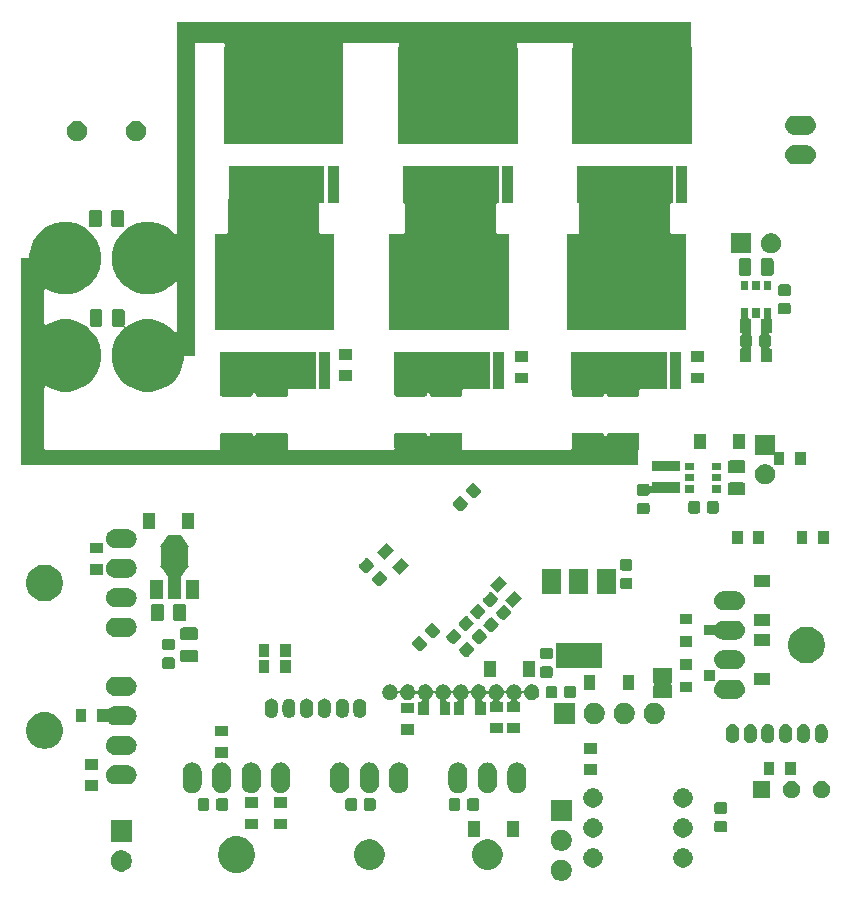
<source format=gbr>
G04 #@! TF.GenerationSoftware,KiCad,Pcbnew,(5.1.5)-3*
G04 #@! TF.CreationDate,2020-03-19T00:28:29+09:00*
G04 #@! TF.ProjectId,CAN_BLDCMD,43414e5f-424c-4444-934d-442e6b696361,rev?*
G04 #@! TF.SameCoordinates,Original*
G04 #@! TF.FileFunction,Soldermask,Bot*
G04 #@! TF.FilePolarity,Negative*
%FSLAX46Y46*%
G04 Gerber Fmt 4.6, Leading zero omitted, Abs format (unit mm)*
G04 Created by KiCad (PCBNEW (5.1.5)-3) date 2020-03-19 00:28:29*
%MOMM*%
%LPD*%
G04 APERTURE LIST*
%ADD10C,0.100000*%
G04 APERTURE END LIST*
D10*
G36*
X213613512Y-126683927D02*
G01*
X213762812Y-126713624D01*
X213926784Y-126781544D01*
X214074354Y-126880147D01*
X214199853Y-127005646D01*
X214298456Y-127153216D01*
X214366376Y-127317188D01*
X214383431Y-127402932D01*
X214400721Y-127489853D01*
X214401000Y-127491259D01*
X214401000Y-127668741D01*
X214366376Y-127842812D01*
X214298456Y-128006784D01*
X214199853Y-128154354D01*
X214074354Y-128279853D01*
X213926784Y-128378456D01*
X213762812Y-128446376D01*
X213613512Y-128476073D01*
X213588742Y-128481000D01*
X213411258Y-128481000D01*
X213386488Y-128476073D01*
X213237188Y-128446376D01*
X213073216Y-128378456D01*
X212925646Y-128279853D01*
X212800147Y-128154354D01*
X212701544Y-128006784D01*
X212633624Y-127842812D01*
X212599000Y-127668741D01*
X212599000Y-127491259D01*
X212599280Y-127489853D01*
X212616569Y-127402932D01*
X212633624Y-127317188D01*
X212701544Y-127153216D01*
X212800147Y-127005646D01*
X212925646Y-126880147D01*
X213073216Y-126781544D01*
X213237188Y-126713624D01*
X213386488Y-126683927D01*
X213411258Y-126679000D01*
X213588742Y-126679000D01*
X213613512Y-126683927D01*
G37*
G36*
X186260702Y-124720471D02*
G01*
X186452410Y-124758604D01*
X186734674Y-124875521D01*
X186988705Y-125045259D01*
X187204741Y-125261295D01*
X187374479Y-125515326D01*
X187491396Y-125797590D01*
X187516466Y-125923624D01*
X187549590Y-126090148D01*
X187551000Y-126097240D01*
X187551000Y-126402760D01*
X187491396Y-126702410D01*
X187374479Y-126984674D01*
X187204741Y-127238705D01*
X186988705Y-127454741D01*
X186734674Y-127624479D01*
X186452410Y-127741396D01*
X186302585Y-127771198D01*
X186152761Y-127801000D01*
X185847239Y-127801000D01*
X185697415Y-127771198D01*
X185547590Y-127741396D01*
X185265326Y-127624479D01*
X185011295Y-127454741D01*
X184795259Y-127238705D01*
X184625521Y-126984674D01*
X184508604Y-126702410D01*
X184449000Y-126402760D01*
X184449000Y-126097240D01*
X184450411Y-126090148D01*
X184483534Y-125923624D01*
X184508604Y-125797590D01*
X184625521Y-125515326D01*
X184795259Y-125261295D01*
X185011295Y-125045259D01*
X185265326Y-124875521D01*
X185547590Y-124758604D01*
X185739298Y-124720471D01*
X185847239Y-124699000D01*
X186152761Y-124699000D01*
X186260702Y-124720471D01*
G37*
G36*
X176363512Y-125893927D02*
G01*
X176512812Y-125923624D01*
X176676784Y-125991544D01*
X176824354Y-126090147D01*
X176949853Y-126215646D01*
X177048456Y-126363216D01*
X177116376Y-126527188D01*
X177136724Y-126629487D01*
X177151000Y-126701258D01*
X177151000Y-126878742D01*
X177150720Y-126880148D01*
X177116376Y-127052812D01*
X177048456Y-127216784D01*
X176949853Y-127364354D01*
X176824354Y-127489853D01*
X176676784Y-127588456D01*
X176512812Y-127656376D01*
X176363512Y-127686073D01*
X176338742Y-127691000D01*
X176161258Y-127691000D01*
X176136488Y-127686073D01*
X175987188Y-127656376D01*
X175823216Y-127588456D01*
X175675646Y-127489853D01*
X175550147Y-127364354D01*
X175451544Y-127216784D01*
X175383624Y-127052812D01*
X175349280Y-126880148D01*
X175349000Y-126878742D01*
X175349000Y-126701258D01*
X175363276Y-126629487D01*
X175383624Y-126527188D01*
X175451544Y-126363216D01*
X175550147Y-126215646D01*
X175675646Y-126090147D01*
X175823216Y-125991544D01*
X175987188Y-125923624D01*
X176136488Y-125893927D01*
X176161258Y-125889000D01*
X176338742Y-125889000D01*
X176363512Y-125893927D01*
G37*
G36*
X197629487Y-124998996D02*
G01*
X197866253Y-125097068D01*
X197866255Y-125097069D01*
X198079339Y-125239447D01*
X198260553Y-125420661D01*
X198389974Y-125614353D01*
X198402932Y-125633747D01*
X198501004Y-125870513D01*
X198551000Y-126121861D01*
X198551000Y-126378139D01*
X198501004Y-126629487D01*
X198402932Y-126866253D01*
X198402931Y-126866255D01*
X198260553Y-127079339D01*
X198079339Y-127260553D01*
X197866255Y-127402931D01*
X197866254Y-127402932D01*
X197866253Y-127402932D01*
X197629487Y-127501004D01*
X197378139Y-127551000D01*
X197121861Y-127551000D01*
X196870513Y-127501004D01*
X196633747Y-127402932D01*
X196633746Y-127402932D01*
X196633745Y-127402931D01*
X196420661Y-127260553D01*
X196239447Y-127079339D01*
X196097069Y-126866255D01*
X196097068Y-126866253D01*
X195998996Y-126629487D01*
X195949000Y-126378139D01*
X195949000Y-126121861D01*
X195998996Y-125870513D01*
X196097068Y-125633747D01*
X196110027Y-125614353D01*
X196239447Y-125420661D01*
X196420661Y-125239447D01*
X196633745Y-125097069D01*
X196633747Y-125097068D01*
X196870513Y-124998996D01*
X197121861Y-124949000D01*
X197378139Y-124949000D01*
X197629487Y-124998996D01*
G37*
G36*
X207629487Y-124998996D02*
G01*
X207866253Y-125097068D01*
X207866255Y-125097069D01*
X208079339Y-125239447D01*
X208260553Y-125420661D01*
X208389974Y-125614353D01*
X208402932Y-125633747D01*
X208501004Y-125870513D01*
X208551000Y-126121861D01*
X208551000Y-126378139D01*
X208501004Y-126629487D01*
X208402932Y-126866253D01*
X208402931Y-126866255D01*
X208260553Y-127079339D01*
X208079339Y-127260553D01*
X207866255Y-127402931D01*
X207866254Y-127402932D01*
X207866253Y-127402932D01*
X207629487Y-127501004D01*
X207378139Y-127551000D01*
X207121861Y-127551000D01*
X206870513Y-127501004D01*
X206633747Y-127402932D01*
X206633746Y-127402932D01*
X206633745Y-127402931D01*
X206420661Y-127260553D01*
X206239447Y-127079339D01*
X206097069Y-126866255D01*
X206097068Y-126866253D01*
X205998996Y-126629487D01*
X205949000Y-126378139D01*
X205949000Y-126121861D01*
X205998996Y-125870513D01*
X206097068Y-125633747D01*
X206110027Y-125614353D01*
X206239447Y-125420661D01*
X206420661Y-125239447D01*
X206633745Y-125097069D01*
X206633747Y-125097068D01*
X206870513Y-124998996D01*
X207121861Y-124949000D01*
X207378139Y-124949000D01*
X207629487Y-124998996D01*
G37*
G36*
X224047142Y-125758242D02*
G01*
X224195101Y-125819529D01*
X224328255Y-125908499D01*
X224441501Y-126021745D01*
X224530471Y-126154899D01*
X224591758Y-126302858D01*
X224623000Y-126459925D01*
X224623000Y-126620075D01*
X224591758Y-126777142D01*
X224530471Y-126925101D01*
X224441501Y-127058255D01*
X224328255Y-127171501D01*
X224195101Y-127260471D01*
X224047142Y-127321758D01*
X223890075Y-127353000D01*
X223729925Y-127353000D01*
X223572858Y-127321758D01*
X223424899Y-127260471D01*
X223291745Y-127171501D01*
X223178499Y-127058255D01*
X223089529Y-126925101D01*
X223028242Y-126777142D01*
X222997000Y-126620075D01*
X222997000Y-126459925D01*
X223028242Y-126302858D01*
X223089529Y-126154899D01*
X223178499Y-126021745D01*
X223291745Y-125908499D01*
X223424899Y-125819529D01*
X223572858Y-125758242D01*
X223729925Y-125727000D01*
X223890075Y-125727000D01*
X224047142Y-125758242D01*
G37*
G36*
X216427142Y-125758242D02*
G01*
X216575101Y-125819529D01*
X216708255Y-125908499D01*
X216821501Y-126021745D01*
X216910471Y-126154899D01*
X216971758Y-126302858D01*
X217003000Y-126459925D01*
X217003000Y-126620075D01*
X216971758Y-126777142D01*
X216910471Y-126925101D01*
X216821501Y-127058255D01*
X216708255Y-127171501D01*
X216575101Y-127260471D01*
X216427142Y-127321758D01*
X216270075Y-127353000D01*
X216109925Y-127353000D01*
X215952858Y-127321758D01*
X215804899Y-127260471D01*
X215671745Y-127171501D01*
X215558499Y-127058255D01*
X215469529Y-126925101D01*
X215408242Y-126777142D01*
X215377000Y-126620075D01*
X215377000Y-126459925D01*
X215408242Y-126302858D01*
X215469529Y-126154899D01*
X215558499Y-126021745D01*
X215671745Y-125908499D01*
X215804899Y-125819529D01*
X215952858Y-125758242D01*
X216109925Y-125727000D01*
X216270075Y-125727000D01*
X216427142Y-125758242D01*
G37*
G36*
X213613512Y-124143927D02*
G01*
X213762812Y-124173624D01*
X213926784Y-124241544D01*
X214074354Y-124340147D01*
X214199853Y-124465646D01*
X214298456Y-124613216D01*
X214366376Y-124777188D01*
X214401000Y-124951259D01*
X214401000Y-125128741D01*
X214366376Y-125302812D01*
X214298456Y-125466784D01*
X214199853Y-125614354D01*
X214074354Y-125739853D01*
X213926784Y-125838456D01*
X213762812Y-125906376D01*
X213613512Y-125936073D01*
X213588742Y-125941000D01*
X213411258Y-125941000D01*
X213386488Y-125936073D01*
X213237188Y-125906376D01*
X213073216Y-125838456D01*
X212925646Y-125739853D01*
X212800147Y-125614354D01*
X212701544Y-125466784D01*
X212633624Y-125302812D01*
X212599000Y-125128741D01*
X212599000Y-124951259D01*
X212633624Y-124777188D01*
X212701544Y-124613216D01*
X212800147Y-124465646D01*
X212925646Y-124340147D01*
X213073216Y-124241544D01*
X213237188Y-124173624D01*
X213386488Y-124143927D01*
X213411258Y-124139000D01*
X213588742Y-124139000D01*
X213613512Y-124143927D01*
G37*
G36*
X177151000Y-125151000D02*
G01*
X175349000Y-125151000D01*
X175349000Y-123349000D01*
X177151000Y-123349000D01*
X177151000Y-125151000D01*
G37*
G36*
X224047142Y-123218242D02*
G01*
X224195101Y-123279529D01*
X224328255Y-123368499D01*
X224441501Y-123481745D01*
X224530471Y-123614899D01*
X224591758Y-123762858D01*
X224623000Y-123919925D01*
X224623000Y-124080075D01*
X224591758Y-124237142D01*
X224530471Y-124385101D01*
X224441501Y-124518255D01*
X224328255Y-124631501D01*
X224195101Y-124720471D01*
X224047142Y-124781758D01*
X223890075Y-124813000D01*
X223729925Y-124813000D01*
X223572858Y-124781758D01*
X223424899Y-124720471D01*
X223291745Y-124631501D01*
X223178499Y-124518255D01*
X223089529Y-124385101D01*
X223028242Y-124237142D01*
X222997000Y-124080075D01*
X222997000Y-123919925D01*
X223028242Y-123762858D01*
X223089529Y-123614899D01*
X223178499Y-123481745D01*
X223291745Y-123368499D01*
X223424899Y-123279529D01*
X223572858Y-123218242D01*
X223729925Y-123187000D01*
X223890075Y-123187000D01*
X224047142Y-123218242D01*
G37*
G36*
X216427142Y-123218242D02*
G01*
X216575101Y-123279529D01*
X216708255Y-123368499D01*
X216821501Y-123481745D01*
X216910471Y-123614899D01*
X216971758Y-123762858D01*
X217003000Y-123919925D01*
X217003000Y-124080075D01*
X216971758Y-124237142D01*
X216910471Y-124385101D01*
X216821501Y-124518255D01*
X216708255Y-124631501D01*
X216575101Y-124720471D01*
X216427142Y-124781758D01*
X216270075Y-124813000D01*
X216109925Y-124813000D01*
X215952858Y-124781758D01*
X215804899Y-124720471D01*
X215671745Y-124631501D01*
X215558499Y-124518255D01*
X215469529Y-124385101D01*
X215408242Y-124237142D01*
X215377000Y-124080075D01*
X215377000Y-123919925D01*
X215408242Y-123762858D01*
X215469529Y-123614899D01*
X215558499Y-123481745D01*
X215671745Y-123368499D01*
X215804899Y-123279529D01*
X215952858Y-123218242D01*
X216109925Y-123187000D01*
X216270075Y-123187000D01*
X216427142Y-123218242D01*
G37*
G36*
X206651000Y-124751000D02*
G01*
X205649000Y-124751000D01*
X205649000Y-123449000D01*
X206651000Y-123449000D01*
X206651000Y-124751000D01*
G37*
G36*
X209951000Y-124751000D02*
G01*
X208949000Y-124751000D01*
X208949000Y-123449000D01*
X209951000Y-123449000D01*
X209951000Y-124751000D01*
G37*
G36*
X227379591Y-123403085D02*
G01*
X227413569Y-123413393D01*
X227444890Y-123430134D01*
X227472339Y-123452661D01*
X227494866Y-123480110D01*
X227511607Y-123511431D01*
X227521915Y-123545409D01*
X227526000Y-123586890D01*
X227526000Y-124188110D01*
X227521915Y-124229591D01*
X227511607Y-124263569D01*
X227494866Y-124294890D01*
X227472339Y-124322339D01*
X227444890Y-124344866D01*
X227413569Y-124361607D01*
X227379591Y-124371915D01*
X227338110Y-124376000D01*
X226661890Y-124376000D01*
X226620409Y-124371915D01*
X226586431Y-124361607D01*
X226555110Y-124344866D01*
X226527661Y-124322339D01*
X226505134Y-124294890D01*
X226488393Y-124263569D01*
X226478085Y-124229591D01*
X226474000Y-124188110D01*
X226474000Y-123586890D01*
X226478085Y-123545409D01*
X226488393Y-123511431D01*
X226505134Y-123480110D01*
X226527661Y-123452661D01*
X226555110Y-123430134D01*
X226586431Y-123413393D01*
X226620409Y-123403085D01*
X226661890Y-123399000D01*
X227338110Y-123399000D01*
X227379591Y-123403085D01*
G37*
G36*
X190301000Y-124101000D02*
G01*
X189199000Y-124101000D01*
X189199000Y-123199000D01*
X190301000Y-123199000D01*
X190301000Y-124101000D01*
G37*
G36*
X187801000Y-124101000D02*
G01*
X186699000Y-124101000D01*
X186699000Y-123199000D01*
X187801000Y-123199000D01*
X187801000Y-124101000D01*
G37*
G36*
X214401000Y-123401000D02*
G01*
X212599000Y-123401000D01*
X212599000Y-121599000D01*
X214401000Y-121599000D01*
X214401000Y-123401000D01*
G37*
G36*
X227379591Y-121828085D02*
G01*
X227413569Y-121838393D01*
X227444890Y-121855134D01*
X227472339Y-121877661D01*
X227494866Y-121905110D01*
X227511607Y-121936431D01*
X227521915Y-121970409D01*
X227526000Y-122011890D01*
X227526000Y-122613110D01*
X227521915Y-122654591D01*
X227511607Y-122688569D01*
X227494866Y-122719890D01*
X227472339Y-122747339D01*
X227444890Y-122769866D01*
X227413569Y-122786607D01*
X227379591Y-122796915D01*
X227338110Y-122801000D01*
X226661890Y-122801000D01*
X226620409Y-122796915D01*
X226586431Y-122786607D01*
X226555110Y-122769866D01*
X226527661Y-122747339D01*
X226505134Y-122719890D01*
X226488393Y-122688569D01*
X226478085Y-122654591D01*
X226474000Y-122613110D01*
X226474000Y-122011890D01*
X226478085Y-121970409D01*
X226488393Y-121936431D01*
X226505134Y-121905110D01*
X226527661Y-121877661D01*
X226555110Y-121855134D01*
X226586431Y-121838393D01*
X226620409Y-121828085D01*
X226661890Y-121824000D01*
X227338110Y-121824000D01*
X227379591Y-121828085D01*
G37*
G36*
X183554591Y-121478085D02*
G01*
X183588569Y-121488393D01*
X183619890Y-121505134D01*
X183647339Y-121527661D01*
X183669866Y-121555110D01*
X183686607Y-121586431D01*
X183696915Y-121620409D01*
X183701000Y-121661890D01*
X183701000Y-122338110D01*
X183696915Y-122379591D01*
X183686607Y-122413569D01*
X183669866Y-122444890D01*
X183647339Y-122472339D01*
X183619890Y-122494866D01*
X183588569Y-122511607D01*
X183554591Y-122521915D01*
X183513110Y-122526000D01*
X182911890Y-122526000D01*
X182870409Y-122521915D01*
X182836431Y-122511607D01*
X182805110Y-122494866D01*
X182777661Y-122472339D01*
X182755134Y-122444890D01*
X182738393Y-122413569D01*
X182728085Y-122379591D01*
X182724000Y-122338110D01*
X182724000Y-121661890D01*
X182728085Y-121620409D01*
X182738393Y-121586431D01*
X182755134Y-121555110D01*
X182777661Y-121527661D01*
X182805110Y-121505134D01*
X182836431Y-121488393D01*
X182870409Y-121478085D01*
X182911890Y-121474000D01*
X183513110Y-121474000D01*
X183554591Y-121478085D01*
G37*
G36*
X206379591Y-121478085D02*
G01*
X206413569Y-121488393D01*
X206444890Y-121505134D01*
X206472339Y-121527661D01*
X206494866Y-121555110D01*
X206511607Y-121586431D01*
X206521915Y-121620409D01*
X206526000Y-121661890D01*
X206526000Y-122338110D01*
X206521915Y-122379591D01*
X206511607Y-122413569D01*
X206494866Y-122444890D01*
X206472339Y-122472339D01*
X206444890Y-122494866D01*
X206413569Y-122511607D01*
X206379591Y-122521915D01*
X206338110Y-122526000D01*
X205736890Y-122526000D01*
X205695409Y-122521915D01*
X205661431Y-122511607D01*
X205630110Y-122494866D01*
X205602661Y-122472339D01*
X205580134Y-122444890D01*
X205563393Y-122413569D01*
X205553085Y-122379591D01*
X205549000Y-122338110D01*
X205549000Y-121661890D01*
X205553085Y-121620409D01*
X205563393Y-121586431D01*
X205580134Y-121555110D01*
X205602661Y-121527661D01*
X205630110Y-121505134D01*
X205661431Y-121488393D01*
X205695409Y-121478085D01*
X205736890Y-121474000D01*
X206338110Y-121474000D01*
X206379591Y-121478085D01*
G37*
G36*
X204804591Y-121478085D02*
G01*
X204838569Y-121488393D01*
X204869890Y-121505134D01*
X204897339Y-121527661D01*
X204919866Y-121555110D01*
X204936607Y-121586431D01*
X204946915Y-121620409D01*
X204951000Y-121661890D01*
X204951000Y-122338110D01*
X204946915Y-122379591D01*
X204936607Y-122413569D01*
X204919866Y-122444890D01*
X204897339Y-122472339D01*
X204869890Y-122494866D01*
X204838569Y-122511607D01*
X204804591Y-122521915D01*
X204763110Y-122526000D01*
X204161890Y-122526000D01*
X204120409Y-122521915D01*
X204086431Y-122511607D01*
X204055110Y-122494866D01*
X204027661Y-122472339D01*
X204005134Y-122444890D01*
X203988393Y-122413569D01*
X203978085Y-122379591D01*
X203974000Y-122338110D01*
X203974000Y-121661890D01*
X203978085Y-121620409D01*
X203988393Y-121586431D01*
X204005134Y-121555110D01*
X204027661Y-121527661D01*
X204055110Y-121505134D01*
X204086431Y-121488393D01*
X204120409Y-121478085D01*
X204161890Y-121474000D01*
X204763110Y-121474000D01*
X204804591Y-121478085D01*
G37*
G36*
X196054591Y-121478085D02*
G01*
X196088569Y-121488393D01*
X196119890Y-121505134D01*
X196147339Y-121527661D01*
X196169866Y-121555110D01*
X196186607Y-121586431D01*
X196196915Y-121620409D01*
X196201000Y-121661890D01*
X196201000Y-122338110D01*
X196196915Y-122379591D01*
X196186607Y-122413569D01*
X196169866Y-122444890D01*
X196147339Y-122472339D01*
X196119890Y-122494866D01*
X196088569Y-122511607D01*
X196054591Y-122521915D01*
X196013110Y-122526000D01*
X195411890Y-122526000D01*
X195370409Y-122521915D01*
X195336431Y-122511607D01*
X195305110Y-122494866D01*
X195277661Y-122472339D01*
X195255134Y-122444890D01*
X195238393Y-122413569D01*
X195228085Y-122379591D01*
X195224000Y-122338110D01*
X195224000Y-121661890D01*
X195228085Y-121620409D01*
X195238393Y-121586431D01*
X195255134Y-121555110D01*
X195277661Y-121527661D01*
X195305110Y-121505134D01*
X195336431Y-121488393D01*
X195370409Y-121478085D01*
X195411890Y-121474000D01*
X196013110Y-121474000D01*
X196054591Y-121478085D01*
G37*
G36*
X185129591Y-121478085D02*
G01*
X185163569Y-121488393D01*
X185194890Y-121505134D01*
X185222339Y-121527661D01*
X185244866Y-121555110D01*
X185261607Y-121586431D01*
X185271915Y-121620409D01*
X185276000Y-121661890D01*
X185276000Y-122338110D01*
X185271915Y-122379591D01*
X185261607Y-122413569D01*
X185244866Y-122444890D01*
X185222339Y-122472339D01*
X185194890Y-122494866D01*
X185163569Y-122511607D01*
X185129591Y-122521915D01*
X185088110Y-122526000D01*
X184486890Y-122526000D01*
X184445409Y-122521915D01*
X184411431Y-122511607D01*
X184380110Y-122494866D01*
X184352661Y-122472339D01*
X184330134Y-122444890D01*
X184313393Y-122413569D01*
X184303085Y-122379591D01*
X184299000Y-122338110D01*
X184299000Y-121661890D01*
X184303085Y-121620409D01*
X184313393Y-121586431D01*
X184330134Y-121555110D01*
X184352661Y-121527661D01*
X184380110Y-121505134D01*
X184411431Y-121488393D01*
X184445409Y-121478085D01*
X184486890Y-121474000D01*
X185088110Y-121474000D01*
X185129591Y-121478085D01*
G37*
G36*
X197629591Y-121478085D02*
G01*
X197663569Y-121488393D01*
X197694890Y-121505134D01*
X197722339Y-121527661D01*
X197744866Y-121555110D01*
X197761607Y-121586431D01*
X197771915Y-121620409D01*
X197776000Y-121661890D01*
X197776000Y-122338110D01*
X197771915Y-122379591D01*
X197761607Y-122413569D01*
X197744866Y-122444890D01*
X197722339Y-122472339D01*
X197694890Y-122494866D01*
X197663569Y-122511607D01*
X197629591Y-122521915D01*
X197588110Y-122526000D01*
X196986890Y-122526000D01*
X196945409Y-122521915D01*
X196911431Y-122511607D01*
X196880110Y-122494866D01*
X196852661Y-122472339D01*
X196830134Y-122444890D01*
X196813393Y-122413569D01*
X196803085Y-122379591D01*
X196799000Y-122338110D01*
X196799000Y-121661890D01*
X196803085Y-121620409D01*
X196813393Y-121586431D01*
X196830134Y-121555110D01*
X196852661Y-121527661D01*
X196880110Y-121505134D01*
X196911431Y-121488393D01*
X196945409Y-121478085D01*
X196986890Y-121474000D01*
X197588110Y-121474000D01*
X197629591Y-121478085D01*
G37*
G36*
X187801000Y-122301000D02*
G01*
X186699000Y-122301000D01*
X186699000Y-121399000D01*
X187801000Y-121399000D01*
X187801000Y-122301000D01*
G37*
G36*
X190301000Y-122301000D02*
G01*
X189199000Y-122301000D01*
X189199000Y-121399000D01*
X190301000Y-121399000D01*
X190301000Y-122301000D01*
G37*
G36*
X224047142Y-120678242D02*
G01*
X224195101Y-120739529D01*
X224328255Y-120828499D01*
X224441501Y-120941745D01*
X224530471Y-121074899D01*
X224591758Y-121222858D01*
X224623000Y-121379925D01*
X224623000Y-121540075D01*
X224591758Y-121697142D01*
X224530471Y-121845101D01*
X224441501Y-121978255D01*
X224328255Y-122091501D01*
X224195101Y-122180471D01*
X224047142Y-122241758D01*
X223890075Y-122273000D01*
X223729925Y-122273000D01*
X223572858Y-122241758D01*
X223424899Y-122180471D01*
X223291745Y-122091501D01*
X223178499Y-121978255D01*
X223089529Y-121845101D01*
X223028242Y-121697142D01*
X222997000Y-121540075D01*
X222997000Y-121379925D01*
X223028242Y-121222858D01*
X223089529Y-121074899D01*
X223178499Y-120941745D01*
X223291745Y-120828499D01*
X223424899Y-120739529D01*
X223572858Y-120678242D01*
X223729925Y-120647000D01*
X223890075Y-120647000D01*
X224047142Y-120678242D01*
G37*
G36*
X216427142Y-120678242D02*
G01*
X216575101Y-120739529D01*
X216708255Y-120828499D01*
X216821501Y-120941745D01*
X216910471Y-121074899D01*
X216971758Y-121222858D01*
X217003000Y-121379925D01*
X217003000Y-121540075D01*
X216971758Y-121697142D01*
X216910471Y-121845101D01*
X216821501Y-121978255D01*
X216708255Y-122091501D01*
X216575101Y-122180471D01*
X216427142Y-122241758D01*
X216270075Y-122273000D01*
X216109925Y-122273000D01*
X215952858Y-122241758D01*
X215804899Y-122180471D01*
X215671745Y-122091501D01*
X215558499Y-121978255D01*
X215469529Y-121845101D01*
X215408242Y-121697142D01*
X215377000Y-121540075D01*
X215377000Y-121379925D01*
X215408242Y-121222858D01*
X215469529Y-121074899D01*
X215558499Y-120941745D01*
X215671745Y-120828499D01*
X215804899Y-120739529D01*
X215952858Y-120678242D01*
X216109925Y-120647000D01*
X216270075Y-120647000D01*
X216427142Y-120678242D01*
G37*
G36*
X235634425Y-120004599D02*
G01*
X235758621Y-120029302D01*
X235895022Y-120085801D01*
X236017779Y-120167825D01*
X236122175Y-120272221D01*
X236204199Y-120394978D01*
X236260698Y-120531379D01*
X236289500Y-120676181D01*
X236289500Y-120823819D01*
X236260698Y-120968621D01*
X236204199Y-121105022D01*
X236122175Y-121227779D01*
X236017779Y-121332175D01*
X235895022Y-121414199D01*
X235758621Y-121470698D01*
X235634425Y-121495401D01*
X235613820Y-121499500D01*
X235466180Y-121499500D01*
X235445575Y-121495401D01*
X235321379Y-121470698D01*
X235184978Y-121414199D01*
X235062221Y-121332175D01*
X234957825Y-121227779D01*
X234875801Y-121105022D01*
X234819302Y-120968621D01*
X234790500Y-120823819D01*
X234790500Y-120676181D01*
X234819302Y-120531379D01*
X234875801Y-120394978D01*
X234957825Y-120272221D01*
X235062221Y-120167825D01*
X235184978Y-120085801D01*
X235321379Y-120029302D01*
X235445575Y-120004599D01*
X235466180Y-120000500D01*
X235613820Y-120000500D01*
X235634425Y-120004599D01*
G37*
G36*
X231209500Y-121499500D02*
G01*
X229710500Y-121499500D01*
X229710500Y-120000500D01*
X231209500Y-120000500D01*
X231209500Y-121499500D01*
G37*
G36*
X233094425Y-120004599D02*
G01*
X233218621Y-120029302D01*
X233355022Y-120085801D01*
X233477779Y-120167825D01*
X233582175Y-120272221D01*
X233664199Y-120394978D01*
X233720698Y-120531379D01*
X233749500Y-120676181D01*
X233749500Y-120823819D01*
X233720698Y-120968621D01*
X233664199Y-121105022D01*
X233582175Y-121227779D01*
X233477779Y-121332175D01*
X233355022Y-121414199D01*
X233218621Y-121470698D01*
X233094425Y-121495401D01*
X233073820Y-121499500D01*
X232926180Y-121499500D01*
X232905575Y-121495401D01*
X232781379Y-121470698D01*
X232644978Y-121414199D01*
X232522221Y-121332175D01*
X232417825Y-121227779D01*
X232335801Y-121105022D01*
X232279302Y-120968621D01*
X232250500Y-120823819D01*
X232250500Y-120676181D01*
X232279302Y-120531379D01*
X232335801Y-120394978D01*
X232417825Y-120272221D01*
X232522221Y-120167825D01*
X232644978Y-120085801D01*
X232781379Y-120029302D01*
X232905575Y-120004599D01*
X232926180Y-120000500D01*
X233073820Y-120000500D01*
X233094425Y-120004599D01*
G37*
G36*
X199907022Y-118460590D02*
G01*
X200007681Y-118491125D01*
X200058012Y-118506392D01*
X200197164Y-118580771D01*
X200319133Y-118680867D01*
X200381114Y-118756392D01*
X200419229Y-118802835D01*
X200493608Y-118941987D01*
X200508875Y-118992318D01*
X200539410Y-119092977D01*
X200551000Y-119210655D01*
X200551000Y-120289345D01*
X200539410Y-120407023D01*
X200508875Y-120507682D01*
X200493608Y-120558013D01*
X200419229Y-120697165D01*
X200319133Y-120819133D01*
X200197165Y-120919229D01*
X200058013Y-120993608D01*
X200007682Y-121008875D01*
X199907023Y-121039410D01*
X199750000Y-121054875D01*
X199592978Y-121039410D01*
X199492319Y-121008875D01*
X199441988Y-120993608D01*
X199302836Y-120919229D01*
X199180868Y-120819133D01*
X199080772Y-120697165D01*
X199006393Y-120558013D01*
X198991126Y-120507682D01*
X198960591Y-120407023D01*
X198949001Y-120289345D01*
X198949000Y-119210656D01*
X198960590Y-119092978D01*
X199006392Y-118941989D01*
X199006392Y-118941988D01*
X199080771Y-118802836D01*
X199118886Y-118756392D01*
X199180867Y-118680867D01*
X199302835Y-118580771D01*
X199441987Y-118506392D01*
X199492318Y-118491125D01*
X199592977Y-118460590D01*
X199750000Y-118445125D01*
X199907022Y-118460590D01*
G37*
G36*
X182407022Y-118460590D02*
G01*
X182507681Y-118491125D01*
X182558012Y-118506392D01*
X182697164Y-118580771D01*
X182819133Y-118680867D01*
X182881114Y-118756392D01*
X182919229Y-118802835D01*
X182993608Y-118941987D01*
X183008875Y-118992318D01*
X183039410Y-119092977D01*
X183051000Y-119210655D01*
X183051000Y-120289345D01*
X183039410Y-120407023D01*
X183008875Y-120507682D01*
X182993608Y-120558013D01*
X182919229Y-120697165D01*
X182819133Y-120819133D01*
X182697165Y-120919229D01*
X182558013Y-120993608D01*
X182507682Y-121008875D01*
X182407023Y-121039410D01*
X182250000Y-121054875D01*
X182092978Y-121039410D01*
X181992319Y-121008875D01*
X181941988Y-120993608D01*
X181802836Y-120919229D01*
X181680868Y-120819133D01*
X181580772Y-120697165D01*
X181506393Y-120558013D01*
X181491126Y-120507682D01*
X181460591Y-120407023D01*
X181449001Y-120289345D01*
X181449000Y-119210656D01*
X181460590Y-119092978D01*
X181506392Y-118941989D01*
X181506392Y-118941988D01*
X181580771Y-118802836D01*
X181618886Y-118756392D01*
X181680867Y-118680867D01*
X181802835Y-118580771D01*
X181941987Y-118506392D01*
X181992318Y-118491125D01*
X182092977Y-118460590D01*
X182250000Y-118445125D01*
X182407022Y-118460590D01*
G37*
G36*
X189907022Y-118460590D02*
G01*
X190007681Y-118491125D01*
X190058012Y-118506392D01*
X190197164Y-118580771D01*
X190319133Y-118680867D01*
X190381114Y-118756392D01*
X190419229Y-118802835D01*
X190493608Y-118941987D01*
X190508875Y-118992318D01*
X190539410Y-119092977D01*
X190551000Y-119210655D01*
X190551000Y-120289345D01*
X190539410Y-120407023D01*
X190508875Y-120507682D01*
X190493608Y-120558013D01*
X190419229Y-120697165D01*
X190319133Y-120819133D01*
X190197165Y-120919229D01*
X190058013Y-120993608D01*
X190007682Y-121008875D01*
X189907023Y-121039410D01*
X189750000Y-121054875D01*
X189592978Y-121039410D01*
X189492319Y-121008875D01*
X189441988Y-120993608D01*
X189302836Y-120919229D01*
X189180868Y-120819133D01*
X189080772Y-120697165D01*
X189006393Y-120558013D01*
X188991126Y-120507682D01*
X188960591Y-120407023D01*
X188949001Y-120289345D01*
X188949000Y-119210656D01*
X188960590Y-119092978D01*
X189006392Y-118941989D01*
X189006392Y-118941988D01*
X189080771Y-118802836D01*
X189118886Y-118756392D01*
X189180867Y-118680867D01*
X189302835Y-118580771D01*
X189441987Y-118506392D01*
X189492318Y-118491125D01*
X189592977Y-118460590D01*
X189750000Y-118445125D01*
X189907022Y-118460590D01*
G37*
G36*
X184907022Y-118460590D02*
G01*
X185007681Y-118491125D01*
X185058012Y-118506392D01*
X185197164Y-118580771D01*
X185319133Y-118680867D01*
X185381114Y-118756392D01*
X185419229Y-118802835D01*
X185493608Y-118941987D01*
X185508875Y-118992318D01*
X185539410Y-119092977D01*
X185551000Y-119210655D01*
X185551000Y-120289345D01*
X185539410Y-120407023D01*
X185508875Y-120507682D01*
X185493608Y-120558013D01*
X185419229Y-120697165D01*
X185319133Y-120819133D01*
X185197165Y-120919229D01*
X185058013Y-120993608D01*
X185007682Y-121008875D01*
X184907023Y-121039410D01*
X184750000Y-121054875D01*
X184592978Y-121039410D01*
X184492319Y-121008875D01*
X184441988Y-120993608D01*
X184302836Y-120919229D01*
X184180868Y-120819133D01*
X184080772Y-120697165D01*
X184006393Y-120558013D01*
X183991126Y-120507682D01*
X183960591Y-120407023D01*
X183949001Y-120289345D01*
X183949000Y-119210656D01*
X183960590Y-119092978D01*
X184006392Y-118941989D01*
X184006392Y-118941988D01*
X184080771Y-118802836D01*
X184118886Y-118756392D01*
X184180867Y-118680867D01*
X184302835Y-118580771D01*
X184441987Y-118506392D01*
X184492318Y-118491125D01*
X184592977Y-118460590D01*
X184750000Y-118445125D01*
X184907022Y-118460590D01*
G37*
G36*
X209907022Y-118460590D02*
G01*
X210007681Y-118491125D01*
X210058012Y-118506392D01*
X210197164Y-118580771D01*
X210319133Y-118680867D01*
X210381114Y-118756392D01*
X210419229Y-118802835D01*
X210493608Y-118941987D01*
X210508875Y-118992318D01*
X210539410Y-119092977D01*
X210551000Y-119210655D01*
X210551000Y-120289345D01*
X210539410Y-120407023D01*
X210508875Y-120507682D01*
X210493608Y-120558013D01*
X210419229Y-120697165D01*
X210319133Y-120819133D01*
X210197165Y-120919229D01*
X210058013Y-120993608D01*
X210007682Y-121008875D01*
X209907023Y-121039410D01*
X209750000Y-121054875D01*
X209592978Y-121039410D01*
X209492319Y-121008875D01*
X209441988Y-120993608D01*
X209302836Y-120919229D01*
X209180868Y-120819133D01*
X209080772Y-120697165D01*
X209006393Y-120558013D01*
X208991126Y-120507682D01*
X208960591Y-120407023D01*
X208949001Y-120289345D01*
X208949000Y-119210656D01*
X208960590Y-119092978D01*
X209006392Y-118941989D01*
X209006392Y-118941988D01*
X209080771Y-118802836D01*
X209118886Y-118756392D01*
X209180867Y-118680867D01*
X209302835Y-118580771D01*
X209441987Y-118506392D01*
X209492318Y-118491125D01*
X209592977Y-118460590D01*
X209750000Y-118445125D01*
X209907022Y-118460590D01*
G37*
G36*
X197407022Y-118460590D02*
G01*
X197507681Y-118491125D01*
X197558012Y-118506392D01*
X197697164Y-118580771D01*
X197819133Y-118680867D01*
X197881114Y-118756392D01*
X197919229Y-118802835D01*
X197993608Y-118941987D01*
X198008875Y-118992318D01*
X198039410Y-119092977D01*
X198051000Y-119210655D01*
X198051000Y-120289345D01*
X198039410Y-120407023D01*
X198008875Y-120507682D01*
X197993608Y-120558013D01*
X197919229Y-120697165D01*
X197819133Y-120819133D01*
X197697165Y-120919229D01*
X197558013Y-120993608D01*
X197507682Y-121008875D01*
X197407023Y-121039410D01*
X197250000Y-121054875D01*
X197092978Y-121039410D01*
X196992319Y-121008875D01*
X196941988Y-120993608D01*
X196802836Y-120919229D01*
X196680868Y-120819133D01*
X196580772Y-120697165D01*
X196506393Y-120558013D01*
X196491126Y-120507682D01*
X196460591Y-120407023D01*
X196449001Y-120289345D01*
X196449000Y-119210656D01*
X196460590Y-119092978D01*
X196506392Y-118941989D01*
X196506392Y-118941988D01*
X196580771Y-118802836D01*
X196618886Y-118756392D01*
X196680867Y-118680867D01*
X196802835Y-118580771D01*
X196941987Y-118506392D01*
X196992318Y-118491125D01*
X197092977Y-118460590D01*
X197250000Y-118445125D01*
X197407022Y-118460590D01*
G37*
G36*
X207407022Y-118460590D02*
G01*
X207507681Y-118491125D01*
X207558012Y-118506392D01*
X207697164Y-118580771D01*
X207819133Y-118680867D01*
X207881114Y-118756392D01*
X207919229Y-118802835D01*
X207993608Y-118941987D01*
X208008875Y-118992318D01*
X208039410Y-119092977D01*
X208051000Y-119210655D01*
X208051000Y-120289345D01*
X208039410Y-120407023D01*
X208008875Y-120507682D01*
X207993608Y-120558013D01*
X207919229Y-120697165D01*
X207819133Y-120819133D01*
X207697165Y-120919229D01*
X207558013Y-120993608D01*
X207507682Y-121008875D01*
X207407023Y-121039410D01*
X207250000Y-121054875D01*
X207092978Y-121039410D01*
X206992319Y-121008875D01*
X206941988Y-120993608D01*
X206802836Y-120919229D01*
X206680868Y-120819133D01*
X206580772Y-120697165D01*
X206506393Y-120558013D01*
X206491126Y-120507682D01*
X206460591Y-120407023D01*
X206449001Y-120289345D01*
X206449000Y-119210656D01*
X206460590Y-119092978D01*
X206506392Y-118941989D01*
X206506392Y-118941988D01*
X206580771Y-118802836D01*
X206618886Y-118756392D01*
X206680867Y-118680867D01*
X206802835Y-118580771D01*
X206941987Y-118506392D01*
X206992318Y-118491125D01*
X207092977Y-118460590D01*
X207250000Y-118445125D01*
X207407022Y-118460590D01*
G37*
G36*
X204907022Y-118460590D02*
G01*
X205007681Y-118491125D01*
X205058012Y-118506392D01*
X205197164Y-118580771D01*
X205319133Y-118680867D01*
X205381114Y-118756392D01*
X205419229Y-118802835D01*
X205493608Y-118941987D01*
X205508875Y-118992318D01*
X205539410Y-119092977D01*
X205551000Y-119210655D01*
X205551000Y-120289345D01*
X205539410Y-120407023D01*
X205508875Y-120507682D01*
X205493608Y-120558013D01*
X205419229Y-120697165D01*
X205319133Y-120819133D01*
X205197165Y-120919229D01*
X205058013Y-120993608D01*
X205007682Y-121008875D01*
X204907023Y-121039410D01*
X204750000Y-121054875D01*
X204592978Y-121039410D01*
X204492319Y-121008875D01*
X204441988Y-120993608D01*
X204302836Y-120919229D01*
X204180868Y-120819133D01*
X204080772Y-120697165D01*
X204006393Y-120558013D01*
X203991126Y-120507682D01*
X203960591Y-120407023D01*
X203949001Y-120289345D01*
X203949000Y-119210656D01*
X203960590Y-119092978D01*
X204006392Y-118941989D01*
X204006392Y-118941988D01*
X204080771Y-118802836D01*
X204118886Y-118756392D01*
X204180867Y-118680867D01*
X204302835Y-118580771D01*
X204441987Y-118506392D01*
X204492318Y-118491125D01*
X204592977Y-118460590D01*
X204750000Y-118445125D01*
X204907022Y-118460590D01*
G37*
G36*
X194907022Y-118460590D02*
G01*
X195007681Y-118491125D01*
X195058012Y-118506392D01*
X195197164Y-118580771D01*
X195319133Y-118680867D01*
X195381114Y-118756392D01*
X195419229Y-118802835D01*
X195493608Y-118941987D01*
X195508875Y-118992318D01*
X195539410Y-119092977D01*
X195551000Y-119210655D01*
X195551000Y-120289345D01*
X195539410Y-120407023D01*
X195508875Y-120507682D01*
X195493608Y-120558013D01*
X195419229Y-120697165D01*
X195319133Y-120819133D01*
X195197165Y-120919229D01*
X195058013Y-120993608D01*
X195007682Y-121008875D01*
X194907023Y-121039410D01*
X194750000Y-121054875D01*
X194592978Y-121039410D01*
X194492319Y-121008875D01*
X194441988Y-120993608D01*
X194302836Y-120919229D01*
X194180868Y-120819133D01*
X194080772Y-120697165D01*
X194006393Y-120558013D01*
X193991126Y-120507682D01*
X193960591Y-120407023D01*
X193949001Y-120289345D01*
X193949000Y-119210656D01*
X193960590Y-119092978D01*
X194006392Y-118941989D01*
X194006392Y-118941988D01*
X194080771Y-118802836D01*
X194118886Y-118756392D01*
X194180867Y-118680867D01*
X194302835Y-118580771D01*
X194441987Y-118506392D01*
X194492318Y-118491125D01*
X194592977Y-118460590D01*
X194750000Y-118445125D01*
X194907022Y-118460590D01*
G37*
G36*
X187407022Y-118460590D02*
G01*
X187507681Y-118491125D01*
X187558012Y-118506392D01*
X187697164Y-118580771D01*
X187819133Y-118680867D01*
X187881114Y-118756392D01*
X187919229Y-118802835D01*
X187993608Y-118941987D01*
X188008875Y-118992318D01*
X188039410Y-119092977D01*
X188051000Y-119210655D01*
X188051000Y-120289345D01*
X188039410Y-120407023D01*
X188008875Y-120507682D01*
X187993608Y-120558013D01*
X187919229Y-120697165D01*
X187819133Y-120819133D01*
X187697165Y-120919229D01*
X187558013Y-120993608D01*
X187507682Y-121008875D01*
X187407023Y-121039410D01*
X187250000Y-121054875D01*
X187092978Y-121039410D01*
X186992319Y-121008875D01*
X186941988Y-120993608D01*
X186802836Y-120919229D01*
X186680868Y-120819133D01*
X186580772Y-120697165D01*
X186506393Y-120558013D01*
X186491126Y-120507682D01*
X186460591Y-120407023D01*
X186449001Y-120289345D01*
X186449000Y-119210656D01*
X186460590Y-119092978D01*
X186506392Y-118941989D01*
X186506392Y-118941988D01*
X186580771Y-118802836D01*
X186618886Y-118756392D01*
X186680867Y-118680867D01*
X186802835Y-118580771D01*
X186941987Y-118506392D01*
X186992318Y-118491125D01*
X187092977Y-118460590D01*
X187250000Y-118445125D01*
X187407022Y-118460590D01*
G37*
G36*
X174301000Y-120851000D02*
G01*
X173199000Y-120851000D01*
X173199000Y-119949000D01*
X174301000Y-119949000D01*
X174301000Y-120851000D01*
G37*
G36*
X176828571Y-118702863D02*
G01*
X176907023Y-118710590D01*
X177007682Y-118741125D01*
X177058013Y-118756392D01*
X177197165Y-118830771D01*
X177319133Y-118930867D01*
X177419229Y-119052835D01*
X177493608Y-119191987D01*
X177493608Y-119191988D01*
X177539410Y-119342977D01*
X177554875Y-119500000D01*
X177539410Y-119657023D01*
X177508875Y-119757682D01*
X177493608Y-119808013D01*
X177419229Y-119947165D01*
X177319133Y-120069133D01*
X177197165Y-120169229D01*
X177058013Y-120243608D01*
X177007682Y-120258875D01*
X176907023Y-120289410D01*
X176828571Y-120297137D01*
X176789346Y-120301000D01*
X175710654Y-120301000D01*
X175671429Y-120297137D01*
X175592977Y-120289410D01*
X175492318Y-120258875D01*
X175441987Y-120243608D01*
X175302835Y-120169229D01*
X175180867Y-120069133D01*
X175080771Y-119947165D01*
X175006392Y-119808013D01*
X174991125Y-119757682D01*
X174960590Y-119657023D01*
X174945125Y-119500000D01*
X174960590Y-119342977D01*
X175006392Y-119191988D01*
X175006392Y-119191987D01*
X175080771Y-119052835D01*
X175180867Y-118930867D01*
X175302835Y-118830771D01*
X175441987Y-118756392D01*
X175492318Y-118741125D01*
X175592977Y-118710590D01*
X175671429Y-118702863D01*
X175710654Y-118699000D01*
X176789346Y-118699000D01*
X176828571Y-118702863D01*
G37*
G36*
X233351000Y-119551000D02*
G01*
X232449000Y-119551000D01*
X232449000Y-118449000D01*
X233351000Y-118449000D01*
X233351000Y-119551000D01*
G37*
G36*
X231551000Y-119551000D02*
G01*
X230649000Y-119551000D01*
X230649000Y-118449000D01*
X231551000Y-118449000D01*
X231551000Y-119551000D01*
G37*
G36*
X216501000Y-119501000D02*
G01*
X215399000Y-119501000D01*
X215399000Y-118599000D01*
X216501000Y-118599000D01*
X216501000Y-119501000D01*
G37*
G36*
X174301000Y-119051000D02*
G01*
X173199000Y-119051000D01*
X173199000Y-118149000D01*
X174301000Y-118149000D01*
X174301000Y-119051000D01*
G37*
G36*
X185301000Y-118051000D02*
G01*
X184199000Y-118051000D01*
X184199000Y-117149000D01*
X185301000Y-117149000D01*
X185301000Y-118051000D01*
G37*
G36*
X176823958Y-116202409D02*
G01*
X176907023Y-116210590D01*
X177007682Y-116241125D01*
X177058013Y-116256392D01*
X177197165Y-116330771D01*
X177319133Y-116430867D01*
X177419229Y-116552835D01*
X177493608Y-116691987D01*
X177493608Y-116691988D01*
X177539410Y-116842977D01*
X177554875Y-117000000D01*
X177539410Y-117157023D01*
X177513816Y-117241396D01*
X177493608Y-117308013D01*
X177419229Y-117447165D01*
X177319133Y-117569133D01*
X177197165Y-117669229D01*
X177058013Y-117743608D01*
X177007682Y-117758875D01*
X176907023Y-117789410D01*
X176828571Y-117797137D01*
X176789346Y-117801000D01*
X175710654Y-117801000D01*
X175671429Y-117797137D01*
X175592977Y-117789410D01*
X175492318Y-117758875D01*
X175441987Y-117743608D01*
X175302835Y-117669229D01*
X175180867Y-117569133D01*
X175080771Y-117447165D01*
X175006392Y-117308013D01*
X174986184Y-117241396D01*
X174960590Y-117157023D01*
X174945125Y-117000000D01*
X174960590Y-116842977D01*
X175006392Y-116691988D01*
X175006392Y-116691987D01*
X175080771Y-116552835D01*
X175180867Y-116430867D01*
X175302835Y-116330771D01*
X175441987Y-116256392D01*
X175492318Y-116241125D01*
X175592977Y-116210590D01*
X175676042Y-116202409D01*
X175710654Y-116199000D01*
X176789346Y-116199000D01*
X176823958Y-116202409D01*
G37*
G36*
X216501000Y-117701000D02*
G01*
X215399000Y-117701000D01*
X215399000Y-116799000D01*
X216501000Y-116799000D01*
X216501000Y-117701000D01*
G37*
G36*
X170008400Y-114220013D02*
G01*
X170202410Y-114258604D01*
X170484674Y-114375521D01*
X170738705Y-114545259D01*
X170954741Y-114761295D01*
X171124479Y-115015326D01*
X171241396Y-115297590D01*
X171301000Y-115597240D01*
X171301000Y-115902760D01*
X171241396Y-116202410D01*
X171124479Y-116484674D01*
X170954741Y-116738705D01*
X170738705Y-116954741D01*
X170484674Y-117124479D01*
X170202410Y-117241396D01*
X170052585Y-117271198D01*
X169902761Y-117301000D01*
X169597239Y-117301000D01*
X169447415Y-117271198D01*
X169297590Y-117241396D01*
X169015326Y-117124479D01*
X168761295Y-116954741D01*
X168545259Y-116738705D01*
X168375521Y-116484674D01*
X168258604Y-116202410D01*
X168199000Y-115902760D01*
X168199000Y-115597240D01*
X168258604Y-115297590D01*
X168375521Y-115015326D01*
X168545259Y-114761295D01*
X168761295Y-114545259D01*
X169015326Y-114375521D01*
X169297590Y-114258604D01*
X169491600Y-114220013D01*
X169597239Y-114199000D01*
X169902761Y-114199000D01*
X170008400Y-114220013D01*
G37*
G36*
X231108014Y-115194973D02*
G01*
X231211878Y-115226479D01*
X231243924Y-115243608D01*
X231307599Y-115277643D01*
X231307601Y-115277644D01*
X231307600Y-115277644D01*
X231391501Y-115346499D01*
X231460356Y-115430400D01*
X231511521Y-115526121D01*
X231543027Y-115629985D01*
X231551000Y-115710933D01*
X231551000Y-116289067D01*
X231543027Y-116370015D01*
X231511521Y-116473879D01*
X231511519Y-116473882D01*
X231460357Y-116569600D01*
X231391501Y-116653501D01*
X231307600Y-116722357D01*
X231239055Y-116758995D01*
X231211879Y-116773521D01*
X231108015Y-116805027D01*
X231000000Y-116815666D01*
X230891986Y-116805027D01*
X230788122Y-116773521D01*
X230760946Y-116758995D01*
X230692401Y-116722357D01*
X230608500Y-116653501D01*
X230539643Y-116569599D01*
X230488481Y-116473882D01*
X230488480Y-116473879D01*
X230456973Y-116370015D01*
X230449000Y-116289067D01*
X230449000Y-115710934D01*
X230456973Y-115629986D01*
X230488479Y-115526122D01*
X230539644Y-115430400D01*
X230608499Y-115346499D01*
X230692400Y-115277644D01*
X230692399Y-115277644D01*
X230692401Y-115277643D01*
X230756076Y-115243608D01*
X230788121Y-115226479D01*
X230891985Y-115194973D01*
X231000000Y-115184334D01*
X231108014Y-115194973D01*
G37*
G36*
X232608014Y-115194973D02*
G01*
X232711878Y-115226479D01*
X232743924Y-115243608D01*
X232807599Y-115277643D01*
X232807601Y-115277644D01*
X232807600Y-115277644D01*
X232891501Y-115346499D01*
X232960356Y-115430400D01*
X233011521Y-115526121D01*
X233043027Y-115629985D01*
X233051000Y-115710933D01*
X233051000Y-116289067D01*
X233043027Y-116370015D01*
X233011521Y-116473879D01*
X233011519Y-116473882D01*
X232960357Y-116569600D01*
X232891501Y-116653501D01*
X232807600Y-116722357D01*
X232739055Y-116758995D01*
X232711879Y-116773521D01*
X232608015Y-116805027D01*
X232500000Y-116815666D01*
X232391986Y-116805027D01*
X232288122Y-116773521D01*
X232260946Y-116758995D01*
X232192401Y-116722357D01*
X232108500Y-116653501D01*
X232039643Y-116569599D01*
X231988481Y-116473882D01*
X231988480Y-116473879D01*
X231956973Y-116370015D01*
X231949000Y-116289067D01*
X231949000Y-115710934D01*
X231956973Y-115629986D01*
X231988479Y-115526122D01*
X232039644Y-115430400D01*
X232108499Y-115346499D01*
X232192400Y-115277644D01*
X232192399Y-115277644D01*
X232192401Y-115277643D01*
X232256076Y-115243608D01*
X232288121Y-115226479D01*
X232391985Y-115194973D01*
X232500000Y-115184334D01*
X232608014Y-115194973D01*
G37*
G36*
X229608014Y-115194973D02*
G01*
X229711878Y-115226479D01*
X229743924Y-115243608D01*
X229807599Y-115277643D01*
X229807601Y-115277644D01*
X229807600Y-115277644D01*
X229891501Y-115346499D01*
X229960356Y-115430400D01*
X230011521Y-115526121D01*
X230043027Y-115629985D01*
X230051000Y-115710933D01*
X230051000Y-116289067D01*
X230043027Y-116370015D01*
X230011521Y-116473879D01*
X230011519Y-116473882D01*
X229960357Y-116569600D01*
X229891501Y-116653501D01*
X229807600Y-116722357D01*
X229739055Y-116758995D01*
X229711879Y-116773521D01*
X229608015Y-116805027D01*
X229500000Y-116815666D01*
X229391986Y-116805027D01*
X229288122Y-116773521D01*
X229260946Y-116758995D01*
X229192401Y-116722357D01*
X229108500Y-116653501D01*
X229039643Y-116569599D01*
X228988481Y-116473882D01*
X228988480Y-116473879D01*
X228956973Y-116370015D01*
X228949000Y-116289067D01*
X228949000Y-115710934D01*
X228956973Y-115629986D01*
X228988479Y-115526122D01*
X229039644Y-115430400D01*
X229108499Y-115346499D01*
X229192400Y-115277644D01*
X229192399Y-115277644D01*
X229192401Y-115277643D01*
X229256076Y-115243608D01*
X229288121Y-115226479D01*
X229391985Y-115194973D01*
X229500000Y-115184334D01*
X229608014Y-115194973D01*
G37*
G36*
X228108014Y-115194973D02*
G01*
X228211878Y-115226479D01*
X228243924Y-115243608D01*
X228307599Y-115277643D01*
X228307601Y-115277644D01*
X228307600Y-115277644D01*
X228391501Y-115346499D01*
X228460356Y-115430400D01*
X228511521Y-115526121D01*
X228543027Y-115629985D01*
X228551000Y-115710933D01*
X228551000Y-116289067D01*
X228543027Y-116370015D01*
X228511521Y-116473879D01*
X228511519Y-116473882D01*
X228460357Y-116569600D01*
X228391501Y-116653501D01*
X228307600Y-116722357D01*
X228239055Y-116758995D01*
X228211879Y-116773521D01*
X228108015Y-116805027D01*
X228000000Y-116815666D01*
X227891986Y-116805027D01*
X227788122Y-116773521D01*
X227760946Y-116758995D01*
X227692401Y-116722357D01*
X227608500Y-116653501D01*
X227539643Y-116569599D01*
X227488481Y-116473882D01*
X227488480Y-116473879D01*
X227456973Y-116370015D01*
X227449000Y-116289067D01*
X227449000Y-115710934D01*
X227456973Y-115629986D01*
X227488479Y-115526122D01*
X227539644Y-115430400D01*
X227608499Y-115346499D01*
X227692400Y-115277644D01*
X227692399Y-115277644D01*
X227692401Y-115277643D01*
X227756076Y-115243608D01*
X227788121Y-115226479D01*
X227891985Y-115194973D01*
X228000000Y-115184334D01*
X228108014Y-115194973D01*
G37*
G36*
X235608014Y-115194973D02*
G01*
X235711878Y-115226479D01*
X235743924Y-115243608D01*
X235807599Y-115277643D01*
X235807601Y-115277644D01*
X235807600Y-115277644D01*
X235891501Y-115346499D01*
X235960356Y-115430400D01*
X236011521Y-115526121D01*
X236043027Y-115629985D01*
X236051000Y-115710933D01*
X236051000Y-116289067D01*
X236043027Y-116370015D01*
X236011521Y-116473879D01*
X236011519Y-116473882D01*
X235960357Y-116569600D01*
X235891501Y-116653501D01*
X235807600Y-116722357D01*
X235739055Y-116758995D01*
X235711879Y-116773521D01*
X235608015Y-116805027D01*
X235500000Y-116815666D01*
X235391986Y-116805027D01*
X235288122Y-116773521D01*
X235260946Y-116758995D01*
X235192401Y-116722357D01*
X235108500Y-116653501D01*
X235039643Y-116569599D01*
X234988481Y-116473882D01*
X234988480Y-116473879D01*
X234956973Y-116370015D01*
X234949000Y-116289067D01*
X234949000Y-115710934D01*
X234956973Y-115629986D01*
X234988479Y-115526122D01*
X235039644Y-115430400D01*
X235108499Y-115346499D01*
X235192400Y-115277644D01*
X235192399Y-115277644D01*
X235192401Y-115277643D01*
X235256076Y-115243608D01*
X235288121Y-115226479D01*
X235391985Y-115194973D01*
X235500000Y-115184334D01*
X235608014Y-115194973D01*
G37*
G36*
X234108014Y-115194973D02*
G01*
X234211878Y-115226479D01*
X234243924Y-115243608D01*
X234307599Y-115277643D01*
X234307601Y-115277644D01*
X234307600Y-115277644D01*
X234391501Y-115346499D01*
X234460356Y-115430400D01*
X234511521Y-115526121D01*
X234543027Y-115629985D01*
X234551000Y-115710933D01*
X234551000Y-116289067D01*
X234543027Y-116370015D01*
X234511521Y-116473879D01*
X234511519Y-116473882D01*
X234460357Y-116569600D01*
X234391501Y-116653501D01*
X234307600Y-116722357D01*
X234239055Y-116758995D01*
X234211879Y-116773521D01*
X234108015Y-116805027D01*
X234000000Y-116815666D01*
X233891986Y-116805027D01*
X233788122Y-116773521D01*
X233760946Y-116758995D01*
X233692401Y-116722357D01*
X233608500Y-116653501D01*
X233539643Y-116569599D01*
X233488481Y-116473882D01*
X233488480Y-116473879D01*
X233456973Y-116370015D01*
X233449000Y-116289067D01*
X233449000Y-115710934D01*
X233456973Y-115629986D01*
X233488479Y-115526122D01*
X233539644Y-115430400D01*
X233608499Y-115346499D01*
X233692400Y-115277644D01*
X233692399Y-115277644D01*
X233692401Y-115277643D01*
X233756076Y-115243608D01*
X233788121Y-115226479D01*
X233891985Y-115194973D01*
X234000000Y-115184334D01*
X234108014Y-115194973D01*
G37*
G36*
X185301000Y-116251000D02*
G01*
X184199000Y-116251000D01*
X184199000Y-115349000D01*
X185301000Y-115349000D01*
X185301000Y-116251000D01*
G37*
G36*
X201051000Y-116101000D02*
G01*
X199949000Y-116101000D01*
X199949000Y-115199000D01*
X201051000Y-115199000D01*
X201051000Y-116101000D01*
G37*
G36*
X210051000Y-116001000D02*
G01*
X208949000Y-116001000D01*
X208949000Y-115099000D01*
X210051000Y-115099000D01*
X210051000Y-116001000D01*
G37*
G36*
X208551000Y-116001000D02*
G01*
X207449000Y-116001000D01*
X207449000Y-115099000D01*
X208551000Y-115099000D01*
X208551000Y-116001000D01*
G37*
G36*
X176828571Y-113702863D02*
G01*
X176907023Y-113710590D01*
X177007682Y-113741125D01*
X177058013Y-113756392D01*
X177197165Y-113830771D01*
X177319133Y-113930867D01*
X177419229Y-114052835D01*
X177493608Y-114191987D01*
X177499454Y-114211259D01*
X177539410Y-114342977D01*
X177554875Y-114500000D01*
X177539410Y-114657023D01*
X177536788Y-114665665D01*
X177493608Y-114808013D01*
X177419229Y-114947165D01*
X177319133Y-115069133D01*
X177197165Y-115169229D01*
X177058013Y-115243608D01*
X177007682Y-115258875D01*
X176907023Y-115289410D01*
X176828571Y-115297137D01*
X176789346Y-115301000D01*
X175710654Y-115301000D01*
X175671429Y-115297137D01*
X175592977Y-115289410D01*
X175492318Y-115258875D01*
X175441987Y-115243608D01*
X175302835Y-115169229D01*
X175299357Y-115166375D01*
X175193343Y-115079371D01*
X175172971Y-115065760D01*
X175150332Y-115056382D01*
X175114047Y-115051000D01*
X174199000Y-115051000D01*
X174199000Y-113949000D01*
X175114047Y-113949000D01*
X175138433Y-113946598D01*
X175161882Y-113939485D01*
X175193345Y-113920627D01*
X175251116Y-113873216D01*
X175302835Y-113830771D01*
X175441987Y-113756392D01*
X175492318Y-113741125D01*
X175592977Y-113710590D01*
X175671429Y-113702863D01*
X175710654Y-113699000D01*
X176789346Y-113699000D01*
X176828571Y-113702863D01*
G37*
G36*
X221483512Y-113403927D02*
G01*
X221632812Y-113433624D01*
X221796784Y-113501544D01*
X221944354Y-113600147D01*
X222069853Y-113725646D01*
X222168456Y-113873216D01*
X222236376Y-114037188D01*
X222256639Y-114139061D01*
X222268960Y-114201000D01*
X222271000Y-114211259D01*
X222271000Y-114388741D01*
X222236376Y-114562812D01*
X222168456Y-114726784D01*
X222069853Y-114874354D01*
X221944354Y-114999853D01*
X221796784Y-115098456D01*
X221632812Y-115166376D01*
X221483512Y-115196073D01*
X221458742Y-115201000D01*
X221281258Y-115201000D01*
X221256488Y-115196073D01*
X221107188Y-115166376D01*
X220943216Y-115098456D01*
X220795646Y-114999853D01*
X220670147Y-114874354D01*
X220571544Y-114726784D01*
X220503624Y-114562812D01*
X220469000Y-114388741D01*
X220469000Y-114211259D01*
X220471041Y-114201000D01*
X220483361Y-114139061D01*
X220503624Y-114037188D01*
X220571544Y-113873216D01*
X220670147Y-113725646D01*
X220795646Y-113600147D01*
X220943216Y-113501544D01*
X221107188Y-113433624D01*
X221256488Y-113403927D01*
X221281258Y-113399000D01*
X221458742Y-113399000D01*
X221483512Y-113403927D01*
G37*
G36*
X214651000Y-115201000D02*
G01*
X212849000Y-115201000D01*
X212849000Y-113399000D01*
X214651000Y-113399000D01*
X214651000Y-115201000D01*
G37*
G36*
X218943512Y-113403927D02*
G01*
X219092812Y-113433624D01*
X219256784Y-113501544D01*
X219404354Y-113600147D01*
X219529853Y-113725646D01*
X219628456Y-113873216D01*
X219696376Y-114037188D01*
X219716639Y-114139061D01*
X219728960Y-114201000D01*
X219731000Y-114211259D01*
X219731000Y-114388741D01*
X219696376Y-114562812D01*
X219628456Y-114726784D01*
X219529853Y-114874354D01*
X219404354Y-114999853D01*
X219256784Y-115098456D01*
X219092812Y-115166376D01*
X218943512Y-115196073D01*
X218918742Y-115201000D01*
X218741258Y-115201000D01*
X218716488Y-115196073D01*
X218567188Y-115166376D01*
X218403216Y-115098456D01*
X218255646Y-114999853D01*
X218130147Y-114874354D01*
X218031544Y-114726784D01*
X217963624Y-114562812D01*
X217929000Y-114388741D01*
X217929000Y-114211259D01*
X217931041Y-114201000D01*
X217943361Y-114139061D01*
X217963624Y-114037188D01*
X218031544Y-113873216D01*
X218130147Y-113725646D01*
X218255646Y-113600147D01*
X218403216Y-113501544D01*
X218567188Y-113433624D01*
X218716488Y-113403927D01*
X218741258Y-113399000D01*
X218918742Y-113399000D01*
X218943512Y-113403927D01*
G37*
G36*
X216403512Y-113403927D02*
G01*
X216552812Y-113433624D01*
X216716784Y-113501544D01*
X216864354Y-113600147D01*
X216989853Y-113725646D01*
X217088456Y-113873216D01*
X217156376Y-114037188D01*
X217176639Y-114139061D01*
X217188960Y-114201000D01*
X217191000Y-114211259D01*
X217191000Y-114388741D01*
X217156376Y-114562812D01*
X217088456Y-114726784D01*
X216989853Y-114874354D01*
X216864354Y-114999853D01*
X216716784Y-115098456D01*
X216552812Y-115166376D01*
X216403512Y-115196073D01*
X216378742Y-115201000D01*
X216201258Y-115201000D01*
X216176488Y-115196073D01*
X216027188Y-115166376D01*
X215863216Y-115098456D01*
X215715646Y-114999853D01*
X215590147Y-114874354D01*
X215491544Y-114726784D01*
X215423624Y-114562812D01*
X215389000Y-114388741D01*
X215389000Y-114211259D01*
X215391041Y-114201000D01*
X215403361Y-114139061D01*
X215423624Y-114037188D01*
X215491544Y-113873216D01*
X215590147Y-113725646D01*
X215715646Y-113600147D01*
X215863216Y-113501544D01*
X216027188Y-113433624D01*
X216176488Y-113403927D01*
X216201258Y-113399000D01*
X216378742Y-113399000D01*
X216403512Y-113403927D01*
G37*
G36*
X173301000Y-115051000D02*
G01*
X172399000Y-115051000D01*
X172399000Y-113949000D01*
X173301000Y-113949000D01*
X173301000Y-115051000D01*
G37*
G36*
X192058014Y-113044973D02*
G01*
X192161878Y-113076479D01*
X192162682Y-113076909D01*
X192257599Y-113127643D01*
X192257601Y-113127644D01*
X192257600Y-113127644D01*
X192341501Y-113196499D01*
X192395575Y-113262389D01*
X192410357Y-113280401D01*
X192420298Y-113299000D01*
X192461521Y-113376121D01*
X192493027Y-113479985D01*
X192501000Y-113560933D01*
X192501000Y-114139067D01*
X192493027Y-114220015D01*
X192461521Y-114323879D01*
X192461519Y-114323882D01*
X192410357Y-114419600D01*
X192341501Y-114503501D01*
X192257600Y-114572357D01*
X192189055Y-114608995D01*
X192161879Y-114623521D01*
X192058015Y-114655027D01*
X191950000Y-114665666D01*
X191841986Y-114655027D01*
X191738122Y-114623521D01*
X191710946Y-114608995D01*
X191642401Y-114572357D01*
X191558500Y-114503501D01*
X191489643Y-114419599D01*
X191438481Y-114323882D01*
X191418679Y-114258604D01*
X191406973Y-114220015D01*
X191399000Y-114139067D01*
X191399000Y-113560934D01*
X191406973Y-113479986D01*
X191438479Y-113376122D01*
X191489644Y-113280400D01*
X191558499Y-113196499D01*
X191642400Y-113127644D01*
X191642399Y-113127644D01*
X191642401Y-113127643D01*
X191737317Y-113076909D01*
X191738121Y-113076479D01*
X191841985Y-113044973D01*
X191950000Y-113034334D01*
X192058014Y-113044973D01*
G37*
G36*
X190558014Y-113044973D02*
G01*
X190661878Y-113076479D01*
X190662682Y-113076909D01*
X190757599Y-113127643D01*
X190757601Y-113127644D01*
X190757600Y-113127644D01*
X190841501Y-113196499D01*
X190895575Y-113262389D01*
X190910357Y-113280401D01*
X190920298Y-113299000D01*
X190961521Y-113376121D01*
X190993027Y-113479985D01*
X191001000Y-113560933D01*
X191001000Y-114139067D01*
X190993027Y-114220015D01*
X190961521Y-114323879D01*
X190961519Y-114323882D01*
X190910357Y-114419600D01*
X190841501Y-114503501D01*
X190757600Y-114572357D01*
X190689055Y-114608995D01*
X190661879Y-114623521D01*
X190558015Y-114655027D01*
X190450000Y-114665666D01*
X190341986Y-114655027D01*
X190238122Y-114623521D01*
X190210946Y-114608995D01*
X190142401Y-114572357D01*
X190058500Y-114503501D01*
X189989643Y-114419599D01*
X189938481Y-114323882D01*
X189918679Y-114258604D01*
X189906973Y-114220015D01*
X189899000Y-114139067D01*
X189899000Y-113560934D01*
X189906973Y-113479986D01*
X189938479Y-113376122D01*
X189989644Y-113280400D01*
X190058499Y-113196499D01*
X190142400Y-113127644D01*
X190142399Y-113127644D01*
X190142401Y-113127643D01*
X190237317Y-113076909D01*
X190238121Y-113076479D01*
X190341985Y-113044973D01*
X190450000Y-113034334D01*
X190558014Y-113044973D01*
G37*
G36*
X189058014Y-113044973D02*
G01*
X189161878Y-113076479D01*
X189162682Y-113076909D01*
X189257599Y-113127643D01*
X189257601Y-113127644D01*
X189257600Y-113127644D01*
X189341501Y-113196499D01*
X189395575Y-113262389D01*
X189410357Y-113280401D01*
X189420298Y-113299000D01*
X189461521Y-113376121D01*
X189493027Y-113479985D01*
X189501000Y-113560933D01*
X189501000Y-114139067D01*
X189493027Y-114220015D01*
X189461521Y-114323879D01*
X189461519Y-114323882D01*
X189410357Y-114419600D01*
X189341501Y-114503501D01*
X189257600Y-114572357D01*
X189189055Y-114608995D01*
X189161879Y-114623521D01*
X189058015Y-114655027D01*
X188950000Y-114665666D01*
X188841986Y-114655027D01*
X188738122Y-114623521D01*
X188710946Y-114608995D01*
X188642401Y-114572357D01*
X188558500Y-114503501D01*
X188489643Y-114419599D01*
X188438481Y-114323882D01*
X188418679Y-114258604D01*
X188406973Y-114220015D01*
X188399000Y-114139067D01*
X188399000Y-113560934D01*
X188406973Y-113479986D01*
X188438479Y-113376122D01*
X188489644Y-113280400D01*
X188558499Y-113196499D01*
X188642400Y-113127644D01*
X188642399Y-113127644D01*
X188642401Y-113127643D01*
X188737317Y-113076909D01*
X188738121Y-113076479D01*
X188841985Y-113044973D01*
X188950000Y-113034334D01*
X189058014Y-113044973D01*
G37*
G36*
X193558014Y-113044973D02*
G01*
X193661878Y-113076479D01*
X193662682Y-113076909D01*
X193757599Y-113127643D01*
X193757601Y-113127644D01*
X193757600Y-113127644D01*
X193841501Y-113196499D01*
X193895575Y-113262389D01*
X193910357Y-113280401D01*
X193920298Y-113299000D01*
X193961521Y-113376121D01*
X193993027Y-113479985D01*
X194001000Y-113560933D01*
X194001000Y-114139067D01*
X193993027Y-114220015D01*
X193961521Y-114323879D01*
X193961519Y-114323882D01*
X193910357Y-114419600D01*
X193841501Y-114503501D01*
X193757600Y-114572357D01*
X193689055Y-114608995D01*
X193661879Y-114623521D01*
X193558015Y-114655027D01*
X193450000Y-114665666D01*
X193341986Y-114655027D01*
X193238122Y-114623521D01*
X193210946Y-114608995D01*
X193142401Y-114572357D01*
X193058500Y-114503501D01*
X192989643Y-114419599D01*
X192938481Y-114323882D01*
X192918679Y-114258604D01*
X192906973Y-114220015D01*
X192899000Y-114139067D01*
X192899000Y-113560934D01*
X192906973Y-113479986D01*
X192938479Y-113376122D01*
X192989644Y-113280400D01*
X193058499Y-113196499D01*
X193142400Y-113127644D01*
X193142399Y-113127644D01*
X193142401Y-113127643D01*
X193237317Y-113076909D01*
X193238121Y-113076479D01*
X193341985Y-113044973D01*
X193450000Y-113034334D01*
X193558014Y-113044973D01*
G37*
G36*
X195058014Y-113044973D02*
G01*
X195161878Y-113076479D01*
X195162682Y-113076909D01*
X195257599Y-113127643D01*
X195257601Y-113127644D01*
X195257600Y-113127644D01*
X195341501Y-113196499D01*
X195395575Y-113262389D01*
X195410357Y-113280401D01*
X195420298Y-113299000D01*
X195461521Y-113376121D01*
X195493027Y-113479985D01*
X195501000Y-113560933D01*
X195501000Y-114139067D01*
X195493027Y-114220015D01*
X195461521Y-114323879D01*
X195461519Y-114323882D01*
X195410357Y-114419600D01*
X195341501Y-114503501D01*
X195257600Y-114572357D01*
X195189055Y-114608995D01*
X195161879Y-114623521D01*
X195058015Y-114655027D01*
X194950000Y-114665666D01*
X194841986Y-114655027D01*
X194738122Y-114623521D01*
X194710946Y-114608995D01*
X194642401Y-114572357D01*
X194558500Y-114503501D01*
X194489643Y-114419599D01*
X194438481Y-114323882D01*
X194418679Y-114258604D01*
X194406973Y-114220015D01*
X194399000Y-114139067D01*
X194399000Y-113560934D01*
X194406973Y-113479986D01*
X194438479Y-113376122D01*
X194489644Y-113280400D01*
X194558499Y-113196499D01*
X194642400Y-113127644D01*
X194642399Y-113127644D01*
X194642401Y-113127643D01*
X194737317Y-113076909D01*
X194738121Y-113076479D01*
X194841985Y-113044973D01*
X194950000Y-113034334D01*
X195058014Y-113044973D01*
G37*
G36*
X196558014Y-113044973D02*
G01*
X196661878Y-113076479D01*
X196662682Y-113076909D01*
X196757599Y-113127643D01*
X196757601Y-113127644D01*
X196757600Y-113127644D01*
X196841501Y-113196499D01*
X196895575Y-113262389D01*
X196910357Y-113280401D01*
X196920298Y-113299000D01*
X196961521Y-113376121D01*
X196993027Y-113479985D01*
X197001000Y-113560933D01*
X197001000Y-114139067D01*
X196993027Y-114220015D01*
X196961521Y-114323879D01*
X196961519Y-114323882D01*
X196910357Y-114419600D01*
X196841501Y-114503501D01*
X196757600Y-114572357D01*
X196689055Y-114608995D01*
X196661879Y-114623521D01*
X196558015Y-114655027D01*
X196450000Y-114665666D01*
X196341986Y-114655027D01*
X196238122Y-114623521D01*
X196210946Y-114608995D01*
X196142401Y-114572357D01*
X196058500Y-114503501D01*
X195989643Y-114419599D01*
X195938481Y-114323882D01*
X195918679Y-114258604D01*
X195906973Y-114220015D01*
X195899000Y-114139067D01*
X195899000Y-113560934D01*
X195906973Y-113479986D01*
X195938479Y-113376122D01*
X195989644Y-113280400D01*
X196058499Y-113196499D01*
X196142400Y-113127644D01*
X196142399Y-113127644D01*
X196142401Y-113127643D01*
X196237317Y-113076909D01*
X196238121Y-113076479D01*
X196341985Y-113044973D01*
X196450000Y-113034334D01*
X196558014Y-113044973D01*
G37*
G36*
X199189890Y-111874017D02*
G01*
X199284358Y-111913147D01*
X199308364Y-111923091D01*
X199414988Y-111994335D01*
X199505665Y-112085012D01*
X199562853Y-112170599D01*
X199576910Y-112191638D01*
X199625983Y-112310111D01*
X199627403Y-112317249D01*
X199634516Y-112340698D01*
X199646067Y-112362309D01*
X199661612Y-112381251D01*
X199680554Y-112396797D01*
X199702164Y-112408348D01*
X199725613Y-112415461D01*
X199749999Y-112417863D01*
X199774385Y-112415461D01*
X199797834Y-112408348D01*
X199819445Y-112396797D01*
X199838387Y-112381252D01*
X199853933Y-112362310D01*
X199865484Y-112340700D01*
X199872597Y-112317249D01*
X199874017Y-112310111D01*
X199923090Y-112191638D01*
X199937148Y-112170599D01*
X199994335Y-112085012D01*
X200085012Y-111994335D01*
X200191636Y-111923091D01*
X200215643Y-111913147D01*
X200310110Y-111874017D01*
X200435881Y-111849000D01*
X200564119Y-111849000D01*
X200689890Y-111874017D01*
X200784358Y-111913147D01*
X200808364Y-111923091D01*
X200914988Y-111994335D01*
X201005665Y-112085012D01*
X201062853Y-112170599D01*
X201076910Y-112191638D01*
X201125983Y-112310111D01*
X201127403Y-112317249D01*
X201134516Y-112340698D01*
X201146067Y-112362309D01*
X201161612Y-112381251D01*
X201180554Y-112396797D01*
X201202164Y-112408348D01*
X201225613Y-112415461D01*
X201249999Y-112417863D01*
X201274385Y-112415461D01*
X201297834Y-112408348D01*
X201319445Y-112396797D01*
X201338387Y-112381252D01*
X201353933Y-112362310D01*
X201365484Y-112340700D01*
X201372597Y-112317249D01*
X201374017Y-112310111D01*
X201423090Y-112191638D01*
X201437148Y-112170599D01*
X201494335Y-112085012D01*
X201585012Y-111994335D01*
X201691636Y-111923091D01*
X201715643Y-111913147D01*
X201810110Y-111874017D01*
X201935881Y-111849000D01*
X202064119Y-111849000D01*
X202189890Y-111874017D01*
X202284358Y-111913147D01*
X202308364Y-111923091D01*
X202414988Y-111994335D01*
X202505665Y-112085012D01*
X202562853Y-112170599D01*
X202576910Y-112191638D01*
X202625983Y-112310111D01*
X202627403Y-112317249D01*
X202634516Y-112340698D01*
X202646067Y-112362309D01*
X202661612Y-112381251D01*
X202680554Y-112396797D01*
X202702164Y-112408348D01*
X202725613Y-112415461D01*
X202749999Y-112417863D01*
X202774385Y-112415461D01*
X202797834Y-112408348D01*
X202819445Y-112396797D01*
X202838387Y-112381252D01*
X202853933Y-112362310D01*
X202865484Y-112340700D01*
X202872597Y-112317249D01*
X202874017Y-112310111D01*
X202923090Y-112191638D01*
X202937148Y-112170599D01*
X202994335Y-112085012D01*
X203085012Y-111994335D01*
X203191636Y-111923091D01*
X203215643Y-111913147D01*
X203310110Y-111874017D01*
X203435881Y-111849000D01*
X203564119Y-111849000D01*
X203689890Y-111874017D01*
X203784358Y-111913147D01*
X203808364Y-111923091D01*
X203914988Y-111994335D01*
X204005665Y-112085012D01*
X204062853Y-112170599D01*
X204076910Y-112191638D01*
X204125983Y-112310111D01*
X204127403Y-112317249D01*
X204134516Y-112340698D01*
X204146067Y-112362309D01*
X204161612Y-112381251D01*
X204180554Y-112396797D01*
X204202164Y-112408348D01*
X204225613Y-112415461D01*
X204249999Y-112417863D01*
X204274385Y-112415461D01*
X204297834Y-112408348D01*
X204319445Y-112396797D01*
X204338387Y-112381252D01*
X204353933Y-112362310D01*
X204365484Y-112340700D01*
X204372597Y-112317249D01*
X204374017Y-112310111D01*
X204423090Y-112191638D01*
X204437148Y-112170599D01*
X204494335Y-112085012D01*
X204585012Y-111994335D01*
X204691636Y-111923091D01*
X204715643Y-111913147D01*
X204810110Y-111874017D01*
X204935881Y-111849000D01*
X205064119Y-111849000D01*
X205189890Y-111874017D01*
X205284358Y-111913147D01*
X205308364Y-111923091D01*
X205414988Y-111994335D01*
X205505665Y-112085012D01*
X205562853Y-112170599D01*
X205576910Y-112191638D01*
X205625983Y-112310111D01*
X205627403Y-112317249D01*
X205634516Y-112340698D01*
X205646067Y-112362309D01*
X205661612Y-112381251D01*
X205680554Y-112396797D01*
X205702164Y-112408348D01*
X205725613Y-112415461D01*
X205749999Y-112417863D01*
X205774385Y-112415461D01*
X205797834Y-112408348D01*
X205819445Y-112396797D01*
X205838387Y-112381252D01*
X205853933Y-112362310D01*
X205865484Y-112340700D01*
X205872597Y-112317249D01*
X205874017Y-112310111D01*
X205923090Y-112191638D01*
X205937148Y-112170599D01*
X205994335Y-112085012D01*
X206085012Y-111994335D01*
X206191636Y-111923091D01*
X206215643Y-111913147D01*
X206310110Y-111874017D01*
X206435881Y-111849000D01*
X206564119Y-111849000D01*
X206689890Y-111874017D01*
X206784358Y-111913147D01*
X206808364Y-111923091D01*
X206914988Y-111994335D01*
X207005665Y-112085012D01*
X207062853Y-112170599D01*
X207076910Y-112191638D01*
X207125983Y-112310111D01*
X207127403Y-112317249D01*
X207134516Y-112340698D01*
X207146067Y-112362309D01*
X207161612Y-112381251D01*
X207180554Y-112396797D01*
X207202164Y-112408348D01*
X207225613Y-112415461D01*
X207249999Y-112417863D01*
X207274385Y-112415461D01*
X207297834Y-112408348D01*
X207319445Y-112396797D01*
X207338387Y-112381252D01*
X207353933Y-112362310D01*
X207365484Y-112340700D01*
X207372597Y-112317249D01*
X207374017Y-112310111D01*
X207423090Y-112191638D01*
X207437148Y-112170599D01*
X207494335Y-112085012D01*
X207585012Y-111994335D01*
X207691636Y-111923091D01*
X207715643Y-111913147D01*
X207810110Y-111874017D01*
X207935881Y-111849000D01*
X208064119Y-111849000D01*
X208189890Y-111874017D01*
X208284358Y-111913147D01*
X208308364Y-111923091D01*
X208414988Y-111994335D01*
X208505665Y-112085012D01*
X208562853Y-112170599D01*
X208576910Y-112191638D01*
X208625983Y-112310111D01*
X208627403Y-112317249D01*
X208634516Y-112340698D01*
X208646067Y-112362309D01*
X208661612Y-112381251D01*
X208680554Y-112396797D01*
X208702164Y-112408348D01*
X208725613Y-112415461D01*
X208749999Y-112417863D01*
X208774385Y-112415461D01*
X208797834Y-112408348D01*
X208819445Y-112396797D01*
X208838387Y-112381252D01*
X208853933Y-112362310D01*
X208865484Y-112340700D01*
X208872597Y-112317249D01*
X208874017Y-112310111D01*
X208923090Y-112191638D01*
X208937148Y-112170599D01*
X208994335Y-112085012D01*
X209085012Y-111994335D01*
X209191636Y-111923091D01*
X209215643Y-111913147D01*
X209310110Y-111874017D01*
X209435881Y-111849000D01*
X209564119Y-111849000D01*
X209689890Y-111874017D01*
X209784358Y-111913147D01*
X209808364Y-111923091D01*
X209914988Y-111994335D01*
X210005665Y-112085012D01*
X210062853Y-112170599D01*
X210076910Y-112191638D01*
X210125983Y-112310111D01*
X210127403Y-112317249D01*
X210134516Y-112340698D01*
X210146067Y-112362309D01*
X210161612Y-112381251D01*
X210180554Y-112396797D01*
X210202164Y-112408348D01*
X210225613Y-112415461D01*
X210249999Y-112417863D01*
X210274385Y-112415461D01*
X210297834Y-112408348D01*
X210319445Y-112396797D01*
X210338387Y-112381252D01*
X210353933Y-112362310D01*
X210365484Y-112340700D01*
X210372597Y-112317249D01*
X210374017Y-112310111D01*
X210423090Y-112191638D01*
X210437148Y-112170599D01*
X210494335Y-112085012D01*
X210585012Y-111994335D01*
X210691636Y-111923091D01*
X210715643Y-111913147D01*
X210810110Y-111874017D01*
X210935881Y-111849000D01*
X211064119Y-111849000D01*
X211189890Y-111874017D01*
X211284358Y-111913147D01*
X211308364Y-111923091D01*
X211414988Y-111994335D01*
X211505665Y-112085012D01*
X211562853Y-112170599D01*
X211576910Y-112191638D01*
X211625983Y-112310110D01*
X211651000Y-112435881D01*
X211651000Y-112564119D01*
X211636366Y-112637690D01*
X211625983Y-112689890D01*
X211576909Y-112808364D01*
X211505665Y-112914988D01*
X211414988Y-113005665D01*
X211308364Y-113076909D01*
X211308363Y-113076910D01*
X211308362Y-113076910D01*
X211189890Y-113125983D01*
X211064119Y-113151000D01*
X210935881Y-113151000D01*
X210810110Y-113125983D01*
X210691638Y-113076910D01*
X210691637Y-113076910D01*
X210691636Y-113076909D01*
X210585012Y-113005665D01*
X210494335Y-112914988D01*
X210423091Y-112808364D01*
X210374017Y-112689890D01*
X210372597Y-112682751D01*
X210365484Y-112659302D01*
X210353933Y-112637691D01*
X210338388Y-112618749D01*
X210319446Y-112603203D01*
X210297836Y-112591652D01*
X210274387Y-112584539D01*
X210250001Y-112582137D01*
X210225615Y-112584539D01*
X210202166Y-112591652D01*
X210180555Y-112603203D01*
X210161613Y-112618748D01*
X210146067Y-112637690D01*
X210134516Y-112659300D01*
X210127403Y-112682751D01*
X210125983Y-112689890D01*
X210076909Y-112808364D01*
X210005665Y-112914988D01*
X209914988Y-113005665D01*
X209856160Y-113044973D01*
X209818602Y-113070068D01*
X209799660Y-113085613D01*
X209784115Y-113104555D01*
X209772564Y-113126166D01*
X209765451Y-113149615D01*
X209763049Y-113174001D01*
X209765451Y-113198387D01*
X209772564Y-113221836D01*
X209784115Y-113243447D01*
X209799660Y-113262389D01*
X209818602Y-113277934D01*
X209840213Y-113289485D01*
X209863662Y-113296598D01*
X209888048Y-113299000D01*
X210051000Y-113299000D01*
X210051000Y-114201000D01*
X208949000Y-114201000D01*
X208949000Y-113299000D01*
X209111952Y-113299000D01*
X209136338Y-113296598D01*
X209159787Y-113289485D01*
X209181398Y-113277934D01*
X209200340Y-113262389D01*
X209215885Y-113243447D01*
X209227436Y-113221836D01*
X209234549Y-113198387D01*
X209236951Y-113174001D01*
X209234549Y-113149615D01*
X209227436Y-113126166D01*
X209215885Y-113104555D01*
X209200340Y-113085613D01*
X209181398Y-113070068D01*
X209143841Y-113044973D01*
X209085012Y-113005665D01*
X208994335Y-112914988D01*
X208923091Y-112808364D01*
X208874017Y-112689890D01*
X208872597Y-112682751D01*
X208865484Y-112659302D01*
X208853933Y-112637691D01*
X208838388Y-112618749D01*
X208819446Y-112603203D01*
X208797836Y-112591652D01*
X208774387Y-112584539D01*
X208750001Y-112582137D01*
X208725615Y-112584539D01*
X208702166Y-112591652D01*
X208680555Y-112603203D01*
X208661613Y-112618748D01*
X208646067Y-112637690D01*
X208634516Y-112659300D01*
X208627403Y-112682751D01*
X208625983Y-112689890D01*
X208576909Y-112808364D01*
X208505665Y-112914988D01*
X208414988Y-113005665D01*
X208356160Y-113044973D01*
X208318602Y-113070068D01*
X208299660Y-113085613D01*
X208284115Y-113104555D01*
X208272564Y-113126166D01*
X208265451Y-113149615D01*
X208263049Y-113174001D01*
X208265451Y-113198387D01*
X208272564Y-113221836D01*
X208284115Y-113243447D01*
X208299660Y-113262389D01*
X208318602Y-113277934D01*
X208340213Y-113289485D01*
X208363662Y-113296598D01*
X208388048Y-113299000D01*
X208551000Y-113299000D01*
X208551000Y-114201000D01*
X207449000Y-114201000D01*
X207449000Y-113299000D01*
X207611952Y-113299000D01*
X207636338Y-113296598D01*
X207659787Y-113289485D01*
X207681398Y-113277934D01*
X207700340Y-113262389D01*
X207715885Y-113243447D01*
X207727436Y-113221836D01*
X207734549Y-113198387D01*
X207736951Y-113174001D01*
X207734549Y-113149615D01*
X207727436Y-113126166D01*
X207715885Y-113104555D01*
X207700340Y-113085613D01*
X207681398Y-113070068D01*
X207643841Y-113044973D01*
X207585012Y-113005665D01*
X207494335Y-112914988D01*
X207423091Y-112808364D01*
X207374017Y-112689890D01*
X207372597Y-112682751D01*
X207365484Y-112659302D01*
X207353933Y-112637691D01*
X207338388Y-112618749D01*
X207319446Y-112603203D01*
X207297836Y-112591652D01*
X207274387Y-112584539D01*
X207250001Y-112582137D01*
X207225615Y-112584539D01*
X207202166Y-112591652D01*
X207180555Y-112603203D01*
X207161613Y-112618748D01*
X207146067Y-112637690D01*
X207134516Y-112659300D01*
X207127403Y-112682751D01*
X207125983Y-112689890D01*
X207076909Y-112808364D01*
X207005665Y-112914988D01*
X206914988Y-113005665D01*
X206856160Y-113044973D01*
X206818602Y-113070068D01*
X206799660Y-113085613D01*
X206784115Y-113104555D01*
X206772564Y-113126166D01*
X206765451Y-113149615D01*
X206763049Y-113174001D01*
X206765451Y-113198387D01*
X206772564Y-113221836D01*
X206784115Y-113243447D01*
X206799660Y-113262389D01*
X206818602Y-113277934D01*
X206840213Y-113289485D01*
X206863662Y-113296598D01*
X206888048Y-113299000D01*
X207101000Y-113299000D01*
X207101000Y-114401000D01*
X206199000Y-114401000D01*
X206199000Y-113263489D01*
X206200340Y-113262389D01*
X206215885Y-113243447D01*
X206227436Y-113221836D01*
X206234549Y-113198387D01*
X206236951Y-113174001D01*
X206234549Y-113149615D01*
X206227436Y-113126166D01*
X206215885Y-113104555D01*
X206200340Y-113085613D01*
X206181398Y-113070068D01*
X206143841Y-113044973D01*
X206085012Y-113005665D01*
X205994335Y-112914988D01*
X205923091Y-112808364D01*
X205874017Y-112689890D01*
X205872597Y-112682751D01*
X205865484Y-112659302D01*
X205853933Y-112637691D01*
X205838388Y-112618749D01*
X205819446Y-112603203D01*
X205797836Y-112591652D01*
X205774387Y-112584539D01*
X205750001Y-112582137D01*
X205725615Y-112584539D01*
X205702166Y-112591652D01*
X205680555Y-112603203D01*
X205661613Y-112618748D01*
X205646067Y-112637690D01*
X205634516Y-112659300D01*
X205627403Y-112682751D01*
X205625983Y-112689890D01*
X205576909Y-112808364D01*
X205505665Y-112914988D01*
X205414988Y-113005665D01*
X205356160Y-113044973D01*
X205318602Y-113070068D01*
X205299660Y-113085613D01*
X205284115Y-113104555D01*
X205272564Y-113126166D01*
X205265451Y-113149615D01*
X205263049Y-113174001D01*
X205265451Y-113198387D01*
X205272564Y-113221836D01*
X205284115Y-113243447D01*
X205299660Y-113262389D01*
X205301000Y-113263489D01*
X205301000Y-114401000D01*
X204399000Y-114401000D01*
X204399000Y-113299000D01*
X204611952Y-113299000D01*
X204636338Y-113296598D01*
X204659787Y-113289485D01*
X204681398Y-113277934D01*
X204700340Y-113262389D01*
X204715885Y-113243447D01*
X204727436Y-113221836D01*
X204734549Y-113198387D01*
X204736951Y-113174001D01*
X204734549Y-113149615D01*
X204727436Y-113126166D01*
X204715885Y-113104555D01*
X204700340Y-113085613D01*
X204681398Y-113070068D01*
X204643841Y-113044973D01*
X204585012Y-113005665D01*
X204494335Y-112914988D01*
X204423091Y-112808364D01*
X204374017Y-112689890D01*
X204372597Y-112682751D01*
X204365484Y-112659302D01*
X204353933Y-112637691D01*
X204338388Y-112618749D01*
X204319446Y-112603203D01*
X204297836Y-112591652D01*
X204274387Y-112584539D01*
X204250001Y-112582137D01*
X204225615Y-112584539D01*
X204202166Y-112591652D01*
X204180555Y-112603203D01*
X204161613Y-112618748D01*
X204146067Y-112637690D01*
X204134516Y-112659300D01*
X204127403Y-112682751D01*
X204125983Y-112689890D01*
X204076909Y-112808364D01*
X204005665Y-112914988D01*
X203914988Y-113005665D01*
X203856160Y-113044973D01*
X203818602Y-113070068D01*
X203799660Y-113085613D01*
X203784115Y-113104555D01*
X203772564Y-113126166D01*
X203765451Y-113149615D01*
X203763049Y-113174001D01*
X203765451Y-113198387D01*
X203772564Y-113221836D01*
X203784115Y-113243447D01*
X203799660Y-113262389D01*
X203818602Y-113277934D01*
X203840213Y-113289485D01*
X203863662Y-113296598D01*
X203888048Y-113299000D01*
X204101000Y-113299000D01*
X204101000Y-114401000D01*
X203199000Y-114401000D01*
X203199000Y-113263489D01*
X203200340Y-113262389D01*
X203215885Y-113243447D01*
X203227436Y-113221836D01*
X203234549Y-113198387D01*
X203236951Y-113174001D01*
X203234549Y-113149615D01*
X203227436Y-113126166D01*
X203215885Y-113104555D01*
X203200340Y-113085613D01*
X203181398Y-113070068D01*
X203143841Y-113044973D01*
X203085012Y-113005665D01*
X202994335Y-112914988D01*
X202923091Y-112808364D01*
X202874017Y-112689890D01*
X202872597Y-112682751D01*
X202865484Y-112659302D01*
X202853933Y-112637691D01*
X202838388Y-112618749D01*
X202819446Y-112603203D01*
X202797836Y-112591652D01*
X202774387Y-112584539D01*
X202750001Y-112582137D01*
X202725615Y-112584539D01*
X202702166Y-112591652D01*
X202680555Y-112603203D01*
X202661613Y-112618748D01*
X202646067Y-112637690D01*
X202634516Y-112659300D01*
X202627403Y-112682751D01*
X202625983Y-112689890D01*
X202576909Y-112808364D01*
X202505665Y-112914988D01*
X202414988Y-113005665D01*
X202356160Y-113044973D01*
X202318602Y-113070068D01*
X202299660Y-113085613D01*
X202284115Y-113104555D01*
X202272564Y-113126166D01*
X202265451Y-113149615D01*
X202263049Y-113174001D01*
X202265451Y-113198387D01*
X202272564Y-113221836D01*
X202284115Y-113243447D01*
X202299660Y-113262389D01*
X202301000Y-113263489D01*
X202301000Y-114401000D01*
X201399000Y-114401000D01*
X201399000Y-113299000D01*
X201611952Y-113299000D01*
X201636338Y-113296598D01*
X201659787Y-113289485D01*
X201681398Y-113277934D01*
X201700340Y-113262389D01*
X201715885Y-113243447D01*
X201727436Y-113221836D01*
X201734549Y-113198387D01*
X201736951Y-113174001D01*
X201734549Y-113149615D01*
X201727436Y-113126166D01*
X201715885Y-113104555D01*
X201700340Y-113085613D01*
X201681398Y-113070068D01*
X201643841Y-113044973D01*
X201585012Y-113005665D01*
X201494335Y-112914988D01*
X201423091Y-112808364D01*
X201374017Y-112689890D01*
X201372597Y-112682751D01*
X201365484Y-112659302D01*
X201353933Y-112637691D01*
X201338388Y-112618749D01*
X201319446Y-112603203D01*
X201297836Y-112591652D01*
X201274387Y-112584539D01*
X201250001Y-112582137D01*
X201225615Y-112584539D01*
X201202166Y-112591652D01*
X201180555Y-112603203D01*
X201161613Y-112618748D01*
X201146067Y-112637690D01*
X201134516Y-112659300D01*
X201127403Y-112682751D01*
X201125983Y-112689890D01*
X201076909Y-112808364D01*
X201005665Y-112914988D01*
X200914988Y-113005665D01*
X200808364Y-113076909D01*
X200808363Y-113076910D01*
X200808362Y-113076910D01*
X200689890Y-113125983D01*
X200562088Y-113151404D01*
X200538639Y-113158517D01*
X200517028Y-113170068D01*
X200500000Y-113184043D01*
X200482972Y-113170068D01*
X200461361Y-113158517D01*
X200437912Y-113151404D01*
X200310110Y-113125983D01*
X200191638Y-113076910D01*
X200191637Y-113076910D01*
X200191636Y-113076909D01*
X200085012Y-113005665D01*
X199994335Y-112914988D01*
X199923091Y-112808364D01*
X199874017Y-112689890D01*
X199872597Y-112682751D01*
X199865484Y-112659302D01*
X199853933Y-112637691D01*
X199838388Y-112618749D01*
X199819446Y-112603203D01*
X199797836Y-112591652D01*
X199774387Y-112584539D01*
X199750001Y-112582137D01*
X199725615Y-112584539D01*
X199702166Y-112591652D01*
X199680555Y-112603203D01*
X199661613Y-112618748D01*
X199646067Y-112637690D01*
X199634516Y-112659300D01*
X199627403Y-112682751D01*
X199625983Y-112689890D01*
X199576909Y-112808364D01*
X199505665Y-112914988D01*
X199414988Y-113005665D01*
X199308364Y-113076909D01*
X199308363Y-113076910D01*
X199308362Y-113076910D01*
X199189890Y-113125983D01*
X199064119Y-113151000D01*
X198935881Y-113151000D01*
X198810110Y-113125983D01*
X198691638Y-113076910D01*
X198691637Y-113076910D01*
X198691636Y-113076909D01*
X198585012Y-113005665D01*
X198494335Y-112914988D01*
X198423091Y-112808364D01*
X198374017Y-112689890D01*
X198363634Y-112637690D01*
X198349000Y-112564119D01*
X198349000Y-112435881D01*
X198374017Y-112310110D01*
X198423090Y-112191638D01*
X198437148Y-112170599D01*
X198494335Y-112085012D01*
X198585012Y-111994335D01*
X198691636Y-111923091D01*
X198715643Y-111913147D01*
X198810110Y-111874017D01*
X198935881Y-111849000D01*
X199064119Y-111849000D01*
X199189890Y-111874017D01*
G37*
G36*
X200517028Y-113377934D02*
G01*
X200538639Y-113389485D01*
X200562088Y-113396598D01*
X200586474Y-113399000D01*
X201051000Y-113399000D01*
X201051000Y-114301000D01*
X199949000Y-114301000D01*
X199949000Y-113399000D01*
X200413526Y-113399000D01*
X200437912Y-113396598D01*
X200461361Y-113389485D01*
X200482972Y-113377934D01*
X200500001Y-113363959D01*
X200517028Y-113377934D01*
G37*
G36*
X228328571Y-111452863D02*
G01*
X228407023Y-111460590D01*
X228507682Y-111491125D01*
X228558013Y-111506392D01*
X228697165Y-111580771D01*
X228819133Y-111680867D01*
X228919229Y-111802835D01*
X228993608Y-111941987D01*
X229000589Y-111965001D01*
X229039410Y-112092977D01*
X229054875Y-112250000D01*
X229039410Y-112407023D01*
X229027233Y-112447165D01*
X228993608Y-112558013D01*
X228919229Y-112697165D01*
X228819133Y-112819133D01*
X228697165Y-112919229D01*
X228558013Y-112993608D01*
X228507682Y-113008875D01*
X228407023Y-113039410D01*
X228328571Y-113047137D01*
X228289346Y-113051000D01*
X227210654Y-113051000D01*
X227171429Y-113047137D01*
X227092977Y-113039410D01*
X226992318Y-113008875D01*
X226941987Y-112993608D01*
X226802835Y-112919229D01*
X226680867Y-112819133D01*
X226580771Y-112697165D01*
X226506392Y-112558013D01*
X226472767Y-112447165D01*
X226460590Y-112407023D01*
X226445125Y-112250000D01*
X226460590Y-112092977D01*
X226499411Y-111965001D01*
X226506392Y-111941987D01*
X226580771Y-111802835D01*
X226611201Y-111765756D01*
X226619787Y-111755294D01*
X226633398Y-111734923D01*
X226642776Y-111712285D01*
X226647556Y-111688251D01*
X226647556Y-111663747D01*
X226643487Y-111643291D01*
X226651613Y-111645756D01*
X226675999Y-111648158D01*
X226700385Y-111645756D01*
X226723834Y-111638643D01*
X226745445Y-111627092D01*
X226755290Y-111619790D01*
X226802835Y-111580771D01*
X226941987Y-111506392D01*
X226992318Y-111491125D01*
X227092977Y-111460590D01*
X227171429Y-111452863D01*
X227210654Y-111449000D01*
X228289346Y-111449000D01*
X228328571Y-111452863D01*
G37*
G36*
X222859999Y-110474737D02*
G01*
X222869608Y-110477652D01*
X222878472Y-110482390D01*
X222886237Y-110488763D01*
X222892610Y-110496528D01*
X222897348Y-110505392D01*
X222900263Y-110515001D01*
X222901852Y-110531140D01*
X222901852Y-111668860D01*
X222900263Y-111684999D01*
X222897348Y-111694608D01*
X222892610Y-111703472D01*
X222886237Y-111711237D01*
X222873263Y-111721884D01*
X222864032Y-111728053D01*
X222846706Y-111745381D01*
X222833093Y-111765756D01*
X222823717Y-111788395D01*
X222818937Y-111812428D01*
X222818938Y-111836932D01*
X222823720Y-111860965D01*
X222833098Y-111883604D01*
X222846713Y-111903978D01*
X222864041Y-111921304D01*
X222873317Y-111928175D01*
X222878427Y-111932360D01*
X222886199Y-111938725D01*
X222892581Y-111946484D01*
X222897326Y-111955339D01*
X222897326Y-111955340D01*
X222900242Y-111964915D01*
X222900242Y-111964918D01*
X222900252Y-111964950D01*
X222901247Y-111975000D01*
X222901247Y-111975065D01*
X222901852Y-111981175D01*
X222901852Y-112968860D01*
X222900263Y-112984999D01*
X222897348Y-112994608D01*
X222892610Y-113003472D01*
X222886237Y-113011237D01*
X222878472Y-113017610D01*
X222869608Y-113022348D01*
X222859999Y-113025263D01*
X222843860Y-113026852D01*
X221356140Y-113026852D01*
X221340001Y-113025263D01*
X221330392Y-113022348D01*
X221321528Y-113017610D01*
X221313763Y-113011237D01*
X221307390Y-113003472D01*
X221302652Y-112994608D01*
X221299737Y-112984999D01*
X221298148Y-112968860D01*
X221298148Y-111981140D01*
X221299737Y-111965001D01*
X221302652Y-111955392D01*
X221307390Y-111946528D01*
X221313742Y-111938788D01*
X221313743Y-111938787D01*
X221313763Y-111938763D01*
X221321573Y-111932360D01*
X221321628Y-111932323D01*
X221331147Y-111924520D01*
X221331122Y-111924489D01*
X221344972Y-111913147D01*
X221360537Y-111894221D01*
X221372111Y-111872623D01*
X221379249Y-111849181D01*
X221381676Y-111824798D01*
X221379300Y-111800409D01*
X221372211Y-111776953D01*
X221360682Y-111755330D01*
X221345157Y-111736372D01*
X221326231Y-111720807D01*
X221323175Y-111718971D01*
X221321486Y-111717582D01*
X221321484Y-111717581D01*
X221313725Y-111711199D01*
X221311603Y-111708608D01*
X221307358Y-111703425D01*
X221304209Y-111697517D01*
X221302633Y-111694562D01*
X221299727Y-111684945D01*
X221299718Y-111684915D01*
X221298148Y-111668887D01*
X221298148Y-110531140D01*
X221299737Y-110515001D01*
X221302652Y-110505392D01*
X221307390Y-110496528D01*
X221313763Y-110488763D01*
X221321528Y-110482390D01*
X221330392Y-110477652D01*
X221340001Y-110474737D01*
X221356140Y-110473148D01*
X222843860Y-110473148D01*
X222859999Y-110474737D01*
G37*
G36*
X214579591Y-111978085D02*
G01*
X214613569Y-111988393D01*
X214644890Y-112005134D01*
X214672339Y-112027661D01*
X214694866Y-112055110D01*
X214711607Y-112086431D01*
X214721915Y-112120409D01*
X214726000Y-112161890D01*
X214726000Y-112838110D01*
X214721915Y-112879591D01*
X214711607Y-112913569D01*
X214694866Y-112944890D01*
X214672339Y-112972339D01*
X214644890Y-112994866D01*
X214613569Y-113011607D01*
X214579591Y-113021915D01*
X214538110Y-113026000D01*
X213936890Y-113026000D01*
X213895409Y-113021915D01*
X213861431Y-113011607D01*
X213830110Y-112994866D01*
X213802661Y-112972339D01*
X213780134Y-112944890D01*
X213763393Y-112913569D01*
X213753085Y-112879591D01*
X213749000Y-112838110D01*
X213749000Y-112161890D01*
X213753085Y-112120409D01*
X213763393Y-112086431D01*
X213780134Y-112055110D01*
X213802661Y-112027661D01*
X213830110Y-112005134D01*
X213861431Y-111988393D01*
X213895409Y-111978085D01*
X213936890Y-111974000D01*
X214538110Y-111974000D01*
X214579591Y-111978085D01*
G37*
G36*
X213004591Y-111978085D02*
G01*
X213038569Y-111988393D01*
X213069890Y-112005134D01*
X213097339Y-112027661D01*
X213119866Y-112055110D01*
X213136607Y-112086431D01*
X213146915Y-112120409D01*
X213151000Y-112161890D01*
X213151000Y-112838110D01*
X213146915Y-112879591D01*
X213136607Y-112913569D01*
X213119866Y-112944890D01*
X213097339Y-112972339D01*
X213069890Y-112994866D01*
X213038569Y-113011607D01*
X213004591Y-113021915D01*
X212963110Y-113026000D01*
X212361890Y-113026000D01*
X212320409Y-113021915D01*
X212286431Y-113011607D01*
X212255110Y-112994866D01*
X212227661Y-112972339D01*
X212205134Y-112944890D01*
X212188393Y-112913569D01*
X212178085Y-112879591D01*
X212174000Y-112838110D01*
X212174000Y-112161890D01*
X212178085Y-112120409D01*
X212188393Y-112086431D01*
X212205134Y-112055110D01*
X212227661Y-112027661D01*
X212255110Y-112005134D01*
X212286431Y-111988393D01*
X212320409Y-111978085D01*
X212361890Y-111974000D01*
X212963110Y-111974000D01*
X213004591Y-111978085D01*
G37*
G36*
X176809652Y-111201000D02*
G01*
X176907023Y-111210590D01*
X176986951Y-111234836D01*
X177058013Y-111256392D01*
X177197165Y-111330771D01*
X177319133Y-111430867D01*
X177419229Y-111552835D01*
X177493608Y-111691987D01*
X177501793Y-111718971D01*
X177539410Y-111842977D01*
X177554875Y-112000000D01*
X177539410Y-112157023D01*
X177520837Y-112218250D01*
X177493608Y-112308013D01*
X177419229Y-112447165D01*
X177319133Y-112569133D01*
X177197165Y-112669229D01*
X177058013Y-112743608D01*
X177007682Y-112758875D01*
X176907023Y-112789410D01*
X176828571Y-112797137D01*
X176789346Y-112801000D01*
X175710654Y-112801000D01*
X175671429Y-112797137D01*
X175592977Y-112789410D01*
X175492318Y-112758875D01*
X175441987Y-112743608D01*
X175302835Y-112669229D01*
X175180867Y-112569133D01*
X175080771Y-112447165D01*
X175006392Y-112308013D01*
X174979163Y-112218250D01*
X174960590Y-112157023D01*
X174945125Y-112000000D01*
X174960590Y-111842977D01*
X174998207Y-111718971D01*
X175006392Y-111691987D01*
X175080771Y-111552835D01*
X175180867Y-111430867D01*
X175302835Y-111330771D01*
X175441987Y-111256392D01*
X175513049Y-111234836D01*
X175592977Y-111210590D01*
X175690348Y-111201000D01*
X175710654Y-111199000D01*
X176789346Y-111199000D01*
X176809652Y-111201000D01*
G37*
G36*
X224551000Y-112501000D02*
G01*
X223549000Y-112501000D01*
X223549000Y-111599000D01*
X224551000Y-111599000D01*
X224551000Y-112501000D01*
G37*
G36*
X216401000Y-112351000D02*
G01*
X215399000Y-112351000D01*
X215399000Y-111049000D01*
X216401000Y-111049000D01*
X216401000Y-112351000D01*
G37*
G36*
X219701000Y-112351000D02*
G01*
X218699000Y-112351000D01*
X218699000Y-111049000D01*
X219701000Y-111049000D01*
X219701000Y-112351000D01*
G37*
G36*
X231151000Y-111901000D02*
G01*
X229849000Y-111901000D01*
X229849000Y-110899000D01*
X231151000Y-110899000D01*
X231151000Y-111901000D01*
G37*
G36*
X226551000Y-111523159D02*
G01*
X226553402Y-111547545D01*
X226555867Y-111555670D01*
X226535411Y-111551602D01*
X226523159Y-111551000D01*
X225549000Y-111551000D01*
X225549000Y-110649000D01*
X226551000Y-110649000D01*
X226551000Y-111523159D01*
G37*
G36*
X212629591Y-110303085D02*
G01*
X212663569Y-110313393D01*
X212694890Y-110330134D01*
X212722339Y-110352661D01*
X212744866Y-110380110D01*
X212761607Y-110411431D01*
X212771915Y-110445409D01*
X212776000Y-110486890D01*
X212776000Y-111088110D01*
X212771915Y-111129591D01*
X212761607Y-111163569D01*
X212744866Y-111194890D01*
X212722339Y-111222339D01*
X212694890Y-111244866D01*
X212663569Y-111261607D01*
X212629591Y-111271915D01*
X212588110Y-111276000D01*
X211911890Y-111276000D01*
X211870409Y-111271915D01*
X211836431Y-111261607D01*
X211805110Y-111244866D01*
X211777661Y-111222339D01*
X211755134Y-111194890D01*
X211738393Y-111163569D01*
X211728085Y-111129591D01*
X211724000Y-111088110D01*
X211724000Y-110486890D01*
X211728085Y-110445409D01*
X211738393Y-110411431D01*
X211755134Y-110380110D01*
X211777661Y-110352661D01*
X211805110Y-110330134D01*
X211836431Y-110313393D01*
X211870409Y-110303085D01*
X211911890Y-110299000D01*
X212588110Y-110299000D01*
X212629591Y-110303085D01*
G37*
G36*
X211251000Y-111201000D02*
G01*
X210249000Y-111201000D01*
X210249000Y-109899000D01*
X211251000Y-109899000D01*
X211251000Y-111201000D01*
G37*
G36*
X207951000Y-111201000D02*
G01*
X206949000Y-111201000D01*
X206949000Y-109899000D01*
X207951000Y-109899000D01*
X207951000Y-111201000D01*
G37*
G36*
X190601000Y-110901000D02*
G01*
X189699000Y-110901000D01*
X189699000Y-109799000D01*
X190601000Y-109799000D01*
X190601000Y-110901000D01*
G37*
G36*
X188801000Y-110901000D02*
G01*
X187899000Y-110901000D01*
X187899000Y-109799000D01*
X188801000Y-109799000D01*
X188801000Y-110901000D01*
G37*
G36*
X224551000Y-110601000D02*
G01*
X223549000Y-110601000D01*
X223549000Y-109699000D01*
X224551000Y-109699000D01*
X224551000Y-110601000D01*
G37*
G36*
X228295935Y-108949649D02*
G01*
X228407023Y-108960590D01*
X228507682Y-108991125D01*
X228558013Y-109006392D01*
X228697165Y-109080771D01*
X228819133Y-109180867D01*
X228919229Y-109302835D01*
X228993608Y-109441987D01*
X228993608Y-109441988D01*
X229039410Y-109592977D01*
X229054875Y-109750000D01*
X229039410Y-109907023D01*
X229019871Y-109971435D01*
X228993608Y-110058013D01*
X228919229Y-110197165D01*
X228819133Y-110319133D01*
X228697165Y-110419229D01*
X228558013Y-110493608D01*
X228507682Y-110508875D01*
X228407023Y-110539410D01*
X228328571Y-110547137D01*
X228289346Y-110551000D01*
X227210654Y-110551000D01*
X227171429Y-110547137D01*
X227092977Y-110539410D01*
X226992318Y-110508875D01*
X226941987Y-110493608D01*
X226802835Y-110419229D01*
X226680867Y-110319133D01*
X226580771Y-110197165D01*
X226506392Y-110058013D01*
X226480129Y-109971435D01*
X226460590Y-109907023D01*
X226445125Y-109750000D01*
X226460590Y-109592977D01*
X226506392Y-109441988D01*
X226506392Y-109441987D01*
X226580771Y-109302835D01*
X226680867Y-109180867D01*
X226802835Y-109080771D01*
X226941987Y-109006392D01*
X226992318Y-108991125D01*
X227092977Y-108960590D01*
X227204065Y-108949649D01*
X227210654Y-108949000D01*
X228289346Y-108949000D01*
X228295935Y-108949649D01*
G37*
G36*
X180629591Y-109553085D02*
G01*
X180663569Y-109563393D01*
X180694890Y-109580134D01*
X180722339Y-109602661D01*
X180744866Y-109630110D01*
X180761607Y-109661431D01*
X180771915Y-109695409D01*
X180776000Y-109736890D01*
X180776000Y-110338110D01*
X180771915Y-110379591D01*
X180761607Y-110413569D01*
X180744866Y-110444890D01*
X180722339Y-110472339D01*
X180694890Y-110494866D01*
X180663569Y-110511607D01*
X180629591Y-110521915D01*
X180588110Y-110526000D01*
X179911890Y-110526000D01*
X179870409Y-110521915D01*
X179836431Y-110511607D01*
X179805110Y-110494866D01*
X179777661Y-110472339D01*
X179755134Y-110444890D01*
X179738393Y-110413569D01*
X179728085Y-110379591D01*
X179724000Y-110338110D01*
X179724000Y-109736890D01*
X179728085Y-109695409D01*
X179738393Y-109661431D01*
X179755134Y-109630110D01*
X179777661Y-109602661D01*
X179805110Y-109580134D01*
X179836431Y-109563393D01*
X179870409Y-109553085D01*
X179911890Y-109549000D01*
X180588110Y-109549000D01*
X180629591Y-109553085D01*
G37*
G36*
X216951000Y-110451000D02*
G01*
X213049000Y-110451000D01*
X213049000Y-108349000D01*
X216951000Y-108349000D01*
X216951000Y-110451000D01*
G37*
G36*
X234423076Y-106953041D02*
G01*
X234702410Y-107008604D01*
X234984674Y-107125521D01*
X235238705Y-107295259D01*
X235454741Y-107511295D01*
X235624479Y-107765326D01*
X235741396Y-108047590D01*
X235756750Y-108124780D01*
X235801000Y-108347239D01*
X235801000Y-108652761D01*
X235776156Y-108777661D01*
X235741396Y-108952410D01*
X235624479Y-109234674D01*
X235454741Y-109488705D01*
X235238705Y-109704741D01*
X234984674Y-109874479D01*
X234702410Y-109991396D01*
X234552585Y-110021198D01*
X234402761Y-110051000D01*
X234097239Y-110051000D01*
X233947415Y-110021198D01*
X233797590Y-109991396D01*
X233515326Y-109874479D01*
X233261295Y-109704741D01*
X233045259Y-109488705D01*
X232875521Y-109234674D01*
X232758604Y-108952410D01*
X232723844Y-108777661D01*
X232699000Y-108652761D01*
X232699000Y-108347239D01*
X232743250Y-108124780D01*
X232758604Y-108047590D01*
X232875521Y-107765326D01*
X233045259Y-107511295D01*
X233261295Y-107295259D01*
X233515326Y-107125521D01*
X233797590Y-107008604D01*
X234076924Y-106953041D01*
X234097239Y-106949000D01*
X234402761Y-106949000D01*
X234423076Y-106953041D01*
G37*
G36*
X182584468Y-108903565D02*
G01*
X182623138Y-108915296D01*
X182658777Y-108934346D01*
X182690017Y-108959983D01*
X182715654Y-108991223D01*
X182734704Y-109026862D01*
X182746435Y-109065532D01*
X182751000Y-109111888D01*
X182751000Y-109763112D01*
X182746435Y-109809468D01*
X182734704Y-109848138D01*
X182715654Y-109883777D01*
X182690017Y-109915017D01*
X182658777Y-109940654D01*
X182623138Y-109959704D01*
X182584468Y-109971435D01*
X182538112Y-109976000D01*
X181461888Y-109976000D01*
X181415532Y-109971435D01*
X181376862Y-109959704D01*
X181341223Y-109940654D01*
X181309983Y-109915017D01*
X181284346Y-109883777D01*
X181265296Y-109848138D01*
X181253565Y-109809468D01*
X181249000Y-109763112D01*
X181249000Y-109111888D01*
X181253565Y-109065532D01*
X181265296Y-109026862D01*
X181284346Y-108991223D01*
X181309983Y-108959983D01*
X181341223Y-108934346D01*
X181376862Y-108915296D01*
X181415532Y-108903565D01*
X181461888Y-108899000D01*
X182538112Y-108899000D01*
X182584468Y-108903565D01*
G37*
G36*
X212629591Y-108728085D02*
G01*
X212663569Y-108738393D01*
X212694890Y-108755134D01*
X212722339Y-108777661D01*
X212744866Y-108805110D01*
X212761607Y-108836431D01*
X212771915Y-108870409D01*
X212776000Y-108911890D01*
X212776000Y-109513110D01*
X212771915Y-109554591D01*
X212761607Y-109588569D01*
X212744866Y-109619890D01*
X212722339Y-109647339D01*
X212694890Y-109669866D01*
X212663569Y-109686607D01*
X212629591Y-109696915D01*
X212588110Y-109701000D01*
X211911890Y-109701000D01*
X211870409Y-109696915D01*
X211836431Y-109686607D01*
X211805110Y-109669866D01*
X211777661Y-109647339D01*
X211755134Y-109619890D01*
X211738393Y-109588569D01*
X211728085Y-109554591D01*
X211724000Y-109513110D01*
X211724000Y-108911890D01*
X211728085Y-108870409D01*
X211738393Y-108836431D01*
X211755134Y-108805110D01*
X211777661Y-108777661D01*
X211805110Y-108755134D01*
X211836431Y-108738393D01*
X211870409Y-108728085D01*
X211911890Y-108724000D01*
X212588110Y-108724000D01*
X212629591Y-108728085D01*
G37*
G36*
X205568705Y-108268855D02*
G01*
X205602683Y-108279163D01*
X205634004Y-108295904D01*
X205666218Y-108322342D01*
X205706069Y-108362193D01*
X205706075Y-108362198D01*
X206051496Y-108707619D01*
X206051501Y-108707625D01*
X206091352Y-108747476D01*
X206117790Y-108779690D01*
X206134531Y-108811011D01*
X206144839Y-108844989D01*
X206148319Y-108880330D01*
X206144839Y-108915671D01*
X206134531Y-108949649D01*
X206117790Y-108980970D01*
X206091352Y-109013184D01*
X206051501Y-109053035D01*
X206051496Y-109053041D01*
X205653041Y-109451496D01*
X205653035Y-109451501D01*
X205613184Y-109491352D01*
X205580970Y-109517790D01*
X205549649Y-109534531D01*
X205515671Y-109544839D01*
X205480330Y-109548319D01*
X205444989Y-109544839D01*
X205411011Y-109534531D01*
X205379690Y-109517790D01*
X205347476Y-109491352D01*
X205307625Y-109451501D01*
X205307619Y-109451496D01*
X204962198Y-109106075D01*
X204962193Y-109106069D01*
X204922342Y-109066218D01*
X204895904Y-109034004D01*
X204879163Y-109002683D01*
X204868855Y-108968705D01*
X204865375Y-108933364D01*
X204868855Y-108898023D01*
X204879163Y-108864045D01*
X204895904Y-108832724D01*
X204922342Y-108800510D01*
X204962193Y-108760659D01*
X204962198Y-108760653D01*
X205360653Y-108362198D01*
X205360659Y-108362193D01*
X205400510Y-108322342D01*
X205432724Y-108295904D01*
X205464045Y-108279163D01*
X205498023Y-108268855D01*
X205533364Y-108265375D01*
X205568705Y-108268855D01*
G37*
G36*
X188801000Y-109501000D02*
G01*
X187899000Y-109501000D01*
X187899000Y-108399000D01*
X188801000Y-108399000D01*
X188801000Y-109501000D01*
G37*
G36*
X190601000Y-109501000D02*
G01*
X189699000Y-109501000D01*
X189699000Y-108399000D01*
X190601000Y-108399000D01*
X190601000Y-109501000D01*
G37*
G36*
X201501977Y-107768855D02*
G01*
X201535955Y-107779163D01*
X201567276Y-107795904D01*
X201599490Y-107822342D01*
X201639341Y-107862193D01*
X201639347Y-107862198D01*
X202037802Y-108260653D01*
X202037807Y-108260659D01*
X202077658Y-108300510D01*
X202104096Y-108332724D01*
X202120837Y-108364045D01*
X202131145Y-108398023D01*
X202134625Y-108433364D01*
X202131145Y-108468705D01*
X202120837Y-108502683D01*
X202104096Y-108534004D01*
X202077658Y-108566218D01*
X202037807Y-108606069D01*
X202037802Y-108606075D01*
X201692381Y-108951496D01*
X201692375Y-108951501D01*
X201652524Y-108991352D01*
X201620310Y-109017790D01*
X201588989Y-109034531D01*
X201555011Y-109044839D01*
X201519670Y-109048319D01*
X201484329Y-109044839D01*
X201450351Y-109034531D01*
X201419030Y-109017790D01*
X201386816Y-108991352D01*
X201346965Y-108951501D01*
X201346959Y-108951496D01*
X200948504Y-108553041D01*
X200948499Y-108553035D01*
X200908648Y-108513184D01*
X200882210Y-108480970D01*
X200865469Y-108449649D01*
X200855161Y-108415671D01*
X200851681Y-108380330D01*
X200855161Y-108344989D01*
X200865469Y-108311011D01*
X200882210Y-108279690D01*
X200908648Y-108247476D01*
X200948499Y-108207625D01*
X200948504Y-108207619D01*
X201293925Y-107862198D01*
X201293931Y-107862193D01*
X201333782Y-107822342D01*
X201365996Y-107795904D01*
X201397317Y-107779163D01*
X201431295Y-107768855D01*
X201466636Y-107765375D01*
X201501977Y-107768855D01*
G37*
G36*
X180629591Y-107978085D02*
G01*
X180663569Y-107988393D01*
X180694890Y-108005134D01*
X180722339Y-108027661D01*
X180744866Y-108055110D01*
X180761607Y-108086431D01*
X180771915Y-108120409D01*
X180776000Y-108161890D01*
X180776000Y-108763110D01*
X180771915Y-108804591D01*
X180761607Y-108838569D01*
X180744866Y-108869890D01*
X180722339Y-108897339D01*
X180694890Y-108919866D01*
X180663569Y-108936607D01*
X180629591Y-108946915D01*
X180588110Y-108951000D01*
X179911890Y-108951000D01*
X179870409Y-108946915D01*
X179836431Y-108936607D01*
X179805110Y-108919866D01*
X179777661Y-108897339D01*
X179755134Y-108869890D01*
X179738393Y-108838569D01*
X179728085Y-108804591D01*
X179724000Y-108763110D01*
X179724000Y-108161890D01*
X179728085Y-108120409D01*
X179738393Y-108086431D01*
X179755134Y-108055110D01*
X179777661Y-108027661D01*
X179805110Y-108005134D01*
X179836431Y-107988393D01*
X179870409Y-107978085D01*
X179911890Y-107974000D01*
X180588110Y-107974000D01*
X180629591Y-107978085D01*
G37*
G36*
X224601000Y-108651000D02*
G01*
X223599000Y-108651000D01*
X223599000Y-107749000D01*
X224601000Y-107749000D01*
X224601000Y-108651000D01*
G37*
G36*
X231151000Y-108601000D02*
G01*
X229849000Y-108601000D01*
X229849000Y-107599000D01*
X231151000Y-107599000D01*
X231151000Y-108601000D01*
G37*
G36*
X206618705Y-107168855D02*
G01*
X206652683Y-107179163D01*
X206684004Y-107195904D01*
X206716218Y-107222342D01*
X206756069Y-107262193D01*
X206756075Y-107262198D01*
X207101496Y-107607619D01*
X207101501Y-107607625D01*
X207141352Y-107647476D01*
X207167790Y-107679690D01*
X207184531Y-107711011D01*
X207194839Y-107744989D01*
X207198319Y-107780330D01*
X207194839Y-107815671D01*
X207184531Y-107849649D01*
X207167790Y-107880970D01*
X207141352Y-107913184D01*
X207101501Y-107953035D01*
X207101496Y-107953041D01*
X206703041Y-108351496D01*
X206703035Y-108351501D01*
X206663184Y-108391352D01*
X206630970Y-108417790D01*
X206599649Y-108434531D01*
X206565671Y-108444839D01*
X206530330Y-108448319D01*
X206494989Y-108444839D01*
X206461011Y-108434531D01*
X206429690Y-108417790D01*
X206397476Y-108391352D01*
X206357625Y-108351501D01*
X206357619Y-108351496D01*
X206012198Y-108006075D01*
X206012193Y-108006069D01*
X205972342Y-107966218D01*
X205945904Y-107934004D01*
X205929163Y-107902683D01*
X205918855Y-107868705D01*
X205915375Y-107833364D01*
X205918855Y-107798023D01*
X205929163Y-107764045D01*
X205945904Y-107732724D01*
X205972342Y-107700510D01*
X206012193Y-107660659D01*
X206012198Y-107660653D01*
X206410653Y-107262198D01*
X206410659Y-107262193D01*
X206450510Y-107222342D01*
X206482724Y-107195904D01*
X206514045Y-107179163D01*
X206548023Y-107168855D01*
X206583364Y-107165375D01*
X206618705Y-107168855D01*
G37*
G36*
X204455011Y-107155161D02*
G01*
X204488989Y-107165469D01*
X204520310Y-107182210D01*
X204552524Y-107208648D01*
X204592375Y-107248499D01*
X204592381Y-107248504D01*
X204937802Y-107593925D01*
X204937807Y-107593931D01*
X204977658Y-107633782D01*
X205004096Y-107665996D01*
X205020837Y-107697317D01*
X205031145Y-107731295D01*
X205034625Y-107766636D01*
X205031145Y-107801977D01*
X205020837Y-107835955D01*
X205004096Y-107867276D01*
X204977658Y-107899490D01*
X204937807Y-107939341D01*
X204937802Y-107939347D01*
X204539347Y-108337802D01*
X204539341Y-108337807D01*
X204499490Y-108377658D01*
X204467276Y-108404096D01*
X204435955Y-108420837D01*
X204401977Y-108431145D01*
X204366636Y-108434625D01*
X204331295Y-108431145D01*
X204297317Y-108420837D01*
X204265996Y-108404096D01*
X204233782Y-108377658D01*
X204193931Y-108337807D01*
X204193925Y-108337802D01*
X203848504Y-107992381D01*
X203848499Y-107992375D01*
X203808648Y-107952524D01*
X203782210Y-107920310D01*
X203765469Y-107888989D01*
X203755161Y-107855011D01*
X203751681Y-107819670D01*
X203755161Y-107784329D01*
X203765469Y-107750351D01*
X203782210Y-107719030D01*
X203808648Y-107686816D01*
X203848499Y-107646965D01*
X203848504Y-107646959D01*
X204246959Y-107248504D01*
X204246965Y-107248499D01*
X204286816Y-107208648D01*
X204319030Y-107182210D01*
X204350351Y-107165469D01*
X204384329Y-107155161D01*
X204419670Y-107151681D01*
X204455011Y-107155161D01*
G37*
G36*
X182584468Y-107028565D02*
G01*
X182623138Y-107040296D01*
X182658777Y-107059346D01*
X182690017Y-107084983D01*
X182715654Y-107116223D01*
X182734704Y-107151862D01*
X182746435Y-107190532D01*
X182751000Y-107236888D01*
X182751000Y-107888112D01*
X182746435Y-107934468D01*
X182734704Y-107973138D01*
X182715654Y-108008777D01*
X182690017Y-108040017D01*
X182658777Y-108065654D01*
X182623138Y-108084704D01*
X182584468Y-108096435D01*
X182538112Y-108101000D01*
X181461888Y-108101000D01*
X181415532Y-108096435D01*
X181376862Y-108084704D01*
X181341223Y-108065654D01*
X181309983Y-108040017D01*
X181284346Y-108008777D01*
X181265296Y-107973138D01*
X181253565Y-107934468D01*
X181249000Y-107888112D01*
X181249000Y-107236888D01*
X181253565Y-107190532D01*
X181265296Y-107151862D01*
X181284346Y-107116223D01*
X181309983Y-107084983D01*
X181341223Y-107059346D01*
X181376862Y-107040296D01*
X181415532Y-107028565D01*
X181461888Y-107024000D01*
X182538112Y-107024000D01*
X182584468Y-107028565D01*
G37*
G36*
X228328571Y-106452863D02*
G01*
X228407023Y-106460590D01*
X228486516Y-106484704D01*
X228558013Y-106506392D01*
X228697165Y-106580771D01*
X228819133Y-106680867D01*
X228919229Y-106802835D01*
X228993608Y-106941987D01*
X228993608Y-106941988D01*
X229039410Y-107092977D01*
X229054875Y-107250000D01*
X229039410Y-107407023D01*
X229013517Y-107492381D01*
X228993608Y-107558013D01*
X228919229Y-107697165D01*
X228819133Y-107819133D01*
X228697165Y-107919229D01*
X228558013Y-107993608D01*
X228507682Y-108008875D01*
X228407023Y-108039410D01*
X228328571Y-108047137D01*
X228289346Y-108051000D01*
X227210654Y-108051000D01*
X227171429Y-108047137D01*
X227092977Y-108039410D01*
X226992318Y-108008875D01*
X226941987Y-107993608D01*
X226802835Y-107919229D01*
X226795469Y-107913184D01*
X226680867Y-107819133D01*
X226621423Y-107746700D01*
X226604096Y-107729373D01*
X226583722Y-107715760D01*
X226561083Y-107706382D01*
X226524798Y-107701000D01*
X225599000Y-107701000D01*
X225599000Y-106799000D01*
X226524798Y-106799000D01*
X226549184Y-106796598D01*
X226572633Y-106789485D01*
X226594244Y-106777934D01*
X226621423Y-106753300D01*
X226638346Y-106732679D01*
X226680867Y-106680867D01*
X226802835Y-106580771D01*
X226855099Y-106552835D01*
X226941987Y-106506392D01*
X227013484Y-106484704D01*
X227092977Y-106460590D01*
X227171429Y-106452863D01*
X227210654Y-106449000D01*
X228289346Y-106449000D01*
X228328571Y-106452863D01*
G37*
G36*
X202615671Y-106655161D02*
G01*
X202649649Y-106665469D01*
X202680970Y-106682210D01*
X202713184Y-106708648D01*
X202753035Y-106748499D01*
X202753041Y-106748504D01*
X203151496Y-107146959D01*
X203151501Y-107146965D01*
X203191352Y-107186816D01*
X203217790Y-107219030D01*
X203234531Y-107250351D01*
X203244839Y-107284329D01*
X203248319Y-107319670D01*
X203244839Y-107355011D01*
X203234531Y-107388989D01*
X203217790Y-107420310D01*
X203191352Y-107452524D01*
X203151501Y-107492375D01*
X203151496Y-107492381D01*
X202806075Y-107837802D01*
X202806069Y-107837807D01*
X202766218Y-107877658D01*
X202734004Y-107904096D01*
X202702683Y-107920837D01*
X202668705Y-107931145D01*
X202633364Y-107934625D01*
X202598023Y-107931145D01*
X202564045Y-107920837D01*
X202532724Y-107904096D01*
X202500510Y-107877658D01*
X202460659Y-107837807D01*
X202460653Y-107837802D01*
X202062198Y-107439347D01*
X202062193Y-107439341D01*
X202022342Y-107399490D01*
X201995904Y-107367276D01*
X201979163Y-107335955D01*
X201968855Y-107301977D01*
X201965375Y-107266636D01*
X201968855Y-107231295D01*
X201979163Y-107197317D01*
X201995904Y-107165996D01*
X202022342Y-107133782D01*
X202062193Y-107093931D01*
X202062198Y-107093925D01*
X202407619Y-106748504D01*
X202407625Y-106748499D01*
X202447476Y-106708648D01*
X202479690Y-106682210D01*
X202511011Y-106665469D01*
X202544989Y-106655161D01*
X202580330Y-106651681D01*
X202615671Y-106655161D01*
G37*
G36*
X176828571Y-106202863D02*
G01*
X176907023Y-106210590D01*
X176996729Y-106237802D01*
X177058013Y-106256392D01*
X177197165Y-106330771D01*
X177319133Y-106430867D01*
X177419229Y-106552835D01*
X177493608Y-106691987D01*
X177505965Y-106732724D01*
X177539410Y-106842977D01*
X177554875Y-107000000D01*
X177539410Y-107157023D01*
X177511206Y-107250000D01*
X177493608Y-107308013D01*
X177419229Y-107447165D01*
X177319133Y-107569133D01*
X177197165Y-107669229D01*
X177058013Y-107743608D01*
X177007682Y-107758875D01*
X176907023Y-107789410D01*
X176828571Y-107797137D01*
X176789346Y-107801000D01*
X175710654Y-107801000D01*
X175671429Y-107797137D01*
X175592977Y-107789410D01*
X175492318Y-107758875D01*
X175441987Y-107743608D01*
X175302835Y-107669229D01*
X175180867Y-107569133D01*
X175080771Y-107447165D01*
X175006392Y-107308013D01*
X174988794Y-107250000D01*
X174960590Y-107157023D01*
X174945125Y-107000000D01*
X174960590Y-106842977D01*
X174994035Y-106732724D01*
X175006392Y-106691987D01*
X175080771Y-106552835D01*
X175180867Y-106430867D01*
X175302835Y-106330771D01*
X175441987Y-106256392D01*
X175503271Y-106237802D01*
X175592977Y-106210590D01*
X175671429Y-106202863D01*
X175710654Y-106199000D01*
X176789346Y-106199000D01*
X176828571Y-106202863D01*
G37*
G36*
X207618705Y-106168855D02*
G01*
X207652683Y-106179163D01*
X207684004Y-106195904D01*
X207716218Y-106222342D01*
X207756069Y-106262193D01*
X207756075Y-106262198D01*
X208101496Y-106607619D01*
X208101501Y-106607625D01*
X208141352Y-106647476D01*
X208167790Y-106679690D01*
X208184531Y-106711011D01*
X208194839Y-106744989D01*
X208198319Y-106780330D01*
X208194839Y-106815671D01*
X208184531Y-106849649D01*
X208167790Y-106880970D01*
X208141352Y-106913184D01*
X208101501Y-106953035D01*
X208101496Y-106953041D01*
X207703041Y-107351496D01*
X207703035Y-107351501D01*
X207663184Y-107391352D01*
X207630970Y-107417790D01*
X207599649Y-107434531D01*
X207565671Y-107444839D01*
X207530330Y-107448319D01*
X207494989Y-107444839D01*
X207461011Y-107434531D01*
X207429690Y-107417790D01*
X207397476Y-107391352D01*
X207357625Y-107351501D01*
X207357619Y-107351496D01*
X207012198Y-107006075D01*
X207012193Y-107006069D01*
X206972342Y-106966218D01*
X206945904Y-106934004D01*
X206929163Y-106902683D01*
X206918855Y-106868705D01*
X206915375Y-106833364D01*
X206918855Y-106798023D01*
X206929163Y-106764045D01*
X206945904Y-106732724D01*
X206972342Y-106700510D01*
X207012193Y-106660659D01*
X207012198Y-106660653D01*
X207410653Y-106262198D01*
X207410659Y-106262193D01*
X207450510Y-106222342D01*
X207482724Y-106195904D01*
X207514045Y-106179163D01*
X207548023Y-106168855D01*
X207583364Y-106165375D01*
X207618705Y-106168855D01*
G37*
G36*
X205505011Y-106055161D02*
G01*
X205538989Y-106065469D01*
X205570310Y-106082210D01*
X205602524Y-106108648D01*
X205642375Y-106148499D01*
X205642381Y-106148504D01*
X205987802Y-106493925D01*
X205987807Y-106493931D01*
X206027658Y-106533782D01*
X206054096Y-106565996D01*
X206070837Y-106597317D01*
X206081145Y-106631295D01*
X206084625Y-106666636D01*
X206081145Y-106701977D01*
X206070837Y-106735955D01*
X206054096Y-106767276D01*
X206027658Y-106799490D01*
X205987807Y-106839341D01*
X205987802Y-106839347D01*
X205589347Y-107237802D01*
X205589341Y-107237807D01*
X205549490Y-107277658D01*
X205517276Y-107304096D01*
X205485955Y-107320837D01*
X205451977Y-107331145D01*
X205416636Y-107334625D01*
X205381295Y-107331145D01*
X205347317Y-107320837D01*
X205315996Y-107304096D01*
X205283782Y-107277658D01*
X205243931Y-107237807D01*
X205243925Y-107237802D01*
X204898504Y-106892381D01*
X204898499Y-106892375D01*
X204858648Y-106852524D01*
X204832210Y-106820310D01*
X204815469Y-106788989D01*
X204805161Y-106755011D01*
X204801681Y-106719670D01*
X204805161Y-106684329D01*
X204815469Y-106650351D01*
X204832210Y-106619030D01*
X204858648Y-106586816D01*
X204898499Y-106546965D01*
X204898504Y-106546959D01*
X205296959Y-106148504D01*
X205296965Y-106148499D01*
X205336816Y-106108648D01*
X205369030Y-106082210D01*
X205400351Y-106065469D01*
X205434329Y-106055161D01*
X205469670Y-106051681D01*
X205505011Y-106055161D01*
G37*
G36*
X231151000Y-106901000D02*
G01*
X229849000Y-106901000D01*
X229849000Y-105899000D01*
X231151000Y-105899000D01*
X231151000Y-106901000D01*
G37*
G36*
X224601000Y-106751000D02*
G01*
X223599000Y-106751000D01*
X223599000Y-105849000D01*
X224601000Y-105849000D01*
X224601000Y-106751000D01*
G37*
G36*
X181559468Y-105003565D02*
G01*
X181598138Y-105015296D01*
X181633777Y-105034346D01*
X181665017Y-105059983D01*
X181690654Y-105091223D01*
X181709704Y-105126862D01*
X181721435Y-105165532D01*
X181726000Y-105211888D01*
X181726000Y-106288112D01*
X181721435Y-106334468D01*
X181709704Y-106373138D01*
X181690654Y-106408777D01*
X181665017Y-106440017D01*
X181633777Y-106465654D01*
X181598138Y-106484704D01*
X181559468Y-106496435D01*
X181513112Y-106501000D01*
X180861888Y-106501000D01*
X180815532Y-106496435D01*
X180776862Y-106484704D01*
X180741223Y-106465654D01*
X180709983Y-106440017D01*
X180684346Y-106408777D01*
X180665296Y-106373138D01*
X180653565Y-106334468D01*
X180649000Y-106288112D01*
X180649000Y-105211888D01*
X180653565Y-105165532D01*
X180665296Y-105126862D01*
X180684346Y-105091223D01*
X180709983Y-105059983D01*
X180741223Y-105034346D01*
X180776862Y-105015296D01*
X180815532Y-105003565D01*
X180861888Y-104999000D01*
X181513112Y-104999000D01*
X181559468Y-105003565D01*
G37*
G36*
X179684468Y-105003565D02*
G01*
X179723138Y-105015296D01*
X179758777Y-105034346D01*
X179790017Y-105059983D01*
X179815654Y-105091223D01*
X179834704Y-105126862D01*
X179846435Y-105165532D01*
X179851000Y-105211888D01*
X179851000Y-106288112D01*
X179846435Y-106334468D01*
X179834704Y-106373138D01*
X179815654Y-106408777D01*
X179790017Y-106440017D01*
X179758777Y-106465654D01*
X179723138Y-106484704D01*
X179684468Y-106496435D01*
X179638112Y-106501000D01*
X178986888Y-106501000D01*
X178940532Y-106496435D01*
X178901862Y-106484704D01*
X178866223Y-106465654D01*
X178834983Y-106440017D01*
X178809346Y-106408777D01*
X178790296Y-106373138D01*
X178778565Y-106334468D01*
X178774000Y-106288112D01*
X178774000Y-105211888D01*
X178778565Y-105165532D01*
X178790296Y-105126862D01*
X178809346Y-105091223D01*
X178834983Y-105059983D01*
X178866223Y-105034346D01*
X178901862Y-105015296D01*
X178940532Y-105003565D01*
X178986888Y-104999000D01*
X179638112Y-104999000D01*
X179684468Y-105003565D01*
G37*
G36*
X208668705Y-105118855D02*
G01*
X208702683Y-105129163D01*
X208734004Y-105145904D01*
X208766218Y-105172342D01*
X208806069Y-105212193D01*
X208806075Y-105212198D01*
X209151496Y-105557619D01*
X209151501Y-105557625D01*
X209191352Y-105597476D01*
X209217790Y-105629690D01*
X209234531Y-105661011D01*
X209244839Y-105694989D01*
X209248319Y-105730330D01*
X209244839Y-105765671D01*
X209234531Y-105799649D01*
X209217790Y-105830970D01*
X209191352Y-105863184D01*
X209151501Y-105903035D01*
X209151496Y-105903041D01*
X208753041Y-106301496D01*
X208753035Y-106301501D01*
X208713184Y-106341352D01*
X208680970Y-106367790D01*
X208649649Y-106384531D01*
X208615671Y-106394839D01*
X208580330Y-106398319D01*
X208544989Y-106394839D01*
X208511011Y-106384531D01*
X208479690Y-106367790D01*
X208447476Y-106341352D01*
X208407625Y-106301501D01*
X208407619Y-106301496D01*
X208062198Y-105956075D01*
X208062193Y-105956069D01*
X208022342Y-105916218D01*
X207995904Y-105884004D01*
X207979163Y-105852683D01*
X207968855Y-105818705D01*
X207965375Y-105783364D01*
X207968855Y-105748023D01*
X207979163Y-105714045D01*
X207995904Y-105682724D01*
X208022342Y-105650510D01*
X208062193Y-105610659D01*
X208062198Y-105610653D01*
X208460653Y-105212198D01*
X208460659Y-105212193D01*
X208500510Y-105172342D01*
X208532724Y-105145904D01*
X208564045Y-105129163D01*
X208598023Y-105118855D01*
X208633364Y-105115375D01*
X208668705Y-105118855D01*
G37*
G36*
X206505011Y-105055161D02*
G01*
X206538989Y-105065469D01*
X206570310Y-105082210D01*
X206602524Y-105108648D01*
X206642375Y-105148499D01*
X206642381Y-105148504D01*
X206987802Y-105493925D01*
X206987807Y-105493931D01*
X207027658Y-105533782D01*
X207054096Y-105565996D01*
X207070837Y-105597317D01*
X207081145Y-105631295D01*
X207084625Y-105666636D01*
X207081145Y-105701977D01*
X207070837Y-105735955D01*
X207054096Y-105767276D01*
X207027658Y-105799490D01*
X206987807Y-105839341D01*
X206987802Y-105839347D01*
X206589347Y-106237802D01*
X206589341Y-106237807D01*
X206549490Y-106277658D01*
X206517276Y-106304096D01*
X206485955Y-106320837D01*
X206451977Y-106331145D01*
X206416636Y-106334625D01*
X206381295Y-106331145D01*
X206347317Y-106320837D01*
X206315996Y-106304096D01*
X206283782Y-106277658D01*
X206243931Y-106237807D01*
X206243925Y-106237802D01*
X205898504Y-105892381D01*
X205898499Y-105892375D01*
X205858648Y-105852524D01*
X205832210Y-105820310D01*
X205815469Y-105788989D01*
X205805161Y-105755011D01*
X205801681Y-105719670D01*
X205805161Y-105684329D01*
X205815469Y-105650351D01*
X205832210Y-105619030D01*
X205858648Y-105586816D01*
X205898499Y-105546965D01*
X205898504Y-105546959D01*
X206296959Y-105148504D01*
X206296965Y-105148499D01*
X206336816Y-105108648D01*
X206369030Y-105082210D01*
X206400351Y-105065469D01*
X206434329Y-105055161D01*
X206469670Y-105051681D01*
X206505011Y-105055161D01*
G37*
G36*
X228328571Y-103952863D02*
G01*
X228407023Y-103960590D01*
X228486417Y-103984674D01*
X228558013Y-104006392D01*
X228697165Y-104080771D01*
X228819133Y-104180867D01*
X228919229Y-104302835D01*
X228993608Y-104441987D01*
X228997477Y-104454741D01*
X229039410Y-104592977D01*
X229054875Y-104750000D01*
X229039410Y-104907023D01*
X229027233Y-104947165D01*
X228993608Y-105058013D01*
X228919229Y-105197165D01*
X228819133Y-105319133D01*
X228697165Y-105419229D01*
X228558013Y-105493608D01*
X228507682Y-105508875D01*
X228407023Y-105539410D01*
X228330375Y-105546959D01*
X228289346Y-105551000D01*
X227210654Y-105551000D01*
X227169625Y-105546959D01*
X227092977Y-105539410D01*
X226992318Y-105508875D01*
X226941987Y-105493608D01*
X226802835Y-105419229D01*
X226680867Y-105319133D01*
X226580771Y-105197165D01*
X226506392Y-105058013D01*
X226472767Y-104947165D01*
X226460590Y-104907023D01*
X226445125Y-104750000D01*
X226460590Y-104592977D01*
X226502523Y-104454741D01*
X226506392Y-104441987D01*
X226580771Y-104302835D01*
X226680867Y-104180867D01*
X226802835Y-104080771D01*
X226941987Y-104006392D01*
X227013583Y-103984674D01*
X227092977Y-103960590D01*
X227171429Y-103952863D01*
X227210654Y-103949000D01*
X228289346Y-103949000D01*
X228328571Y-103952863D01*
G37*
G36*
X210194917Y-104565685D02*
G01*
X209415685Y-105344917D01*
X208777875Y-104707107D01*
X209557107Y-103927875D01*
X210194917Y-104565685D01*
G37*
G36*
X176823958Y-103702409D02*
G01*
X176907023Y-103710590D01*
X176986951Y-103734836D01*
X177058013Y-103756392D01*
X177197165Y-103830771D01*
X177319133Y-103930867D01*
X177419229Y-104052835D01*
X177493608Y-104191987D01*
X177493608Y-104191988D01*
X177539410Y-104342977D01*
X177554875Y-104500000D01*
X177539410Y-104657023D01*
X177524853Y-104705011D01*
X177493608Y-104808013D01*
X177419229Y-104947165D01*
X177319133Y-105069133D01*
X177197165Y-105169229D01*
X177058013Y-105243608D01*
X177023438Y-105254096D01*
X176907023Y-105289410D01*
X176828571Y-105297137D01*
X176789346Y-105301000D01*
X175710654Y-105301000D01*
X175671429Y-105297137D01*
X175592977Y-105289410D01*
X175476562Y-105254096D01*
X175441987Y-105243608D01*
X175302835Y-105169229D01*
X175180867Y-105069133D01*
X175080771Y-104947165D01*
X175006392Y-104808013D01*
X174975147Y-104705011D01*
X174960590Y-104657023D01*
X174945125Y-104500000D01*
X174960590Y-104342977D01*
X175006392Y-104191988D01*
X175006392Y-104191987D01*
X175080771Y-104052835D01*
X175180867Y-103930867D01*
X175302835Y-103830771D01*
X175441987Y-103756392D01*
X175513049Y-103734836D01*
X175592977Y-103710590D01*
X175676042Y-103702409D01*
X175710654Y-103699000D01*
X176789346Y-103699000D01*
X176823958Y-103702409D01*
G37*
G36*
X207555011Y-104005161D02*
G01*
X207588989Y-104015469D01*
X207620310Y-104032210D01*
X207652524Y-104058648D01*
X207692375Y-104098499D01*
X207692381Y-104098504D01*
X208037802Y-104443925D01*
X208037807Y-104443931D01*
X208077658Y-104483782D01*
X208104096Y-104515996D01*
X208120837Y-104547317D01*
X208131145Y-104581295D01*
X208134625Y-104616636D01*
X208131145Y-104651977D01*
X208120837Y-104685955D01*
X208104096Y-104717276D01*
X208077658Y-104749490D01*
X208037807Y-104789341D01*
X208037802Y-104789347D01*
X207639347Y-105187802D01*
X207639341Y-105187807D01*
X207599490Y-105227658D01*
X207567276Y-105254096D01*
X207535955Y-105270837D01*
X207501977Y-105281145D01*
X207466636Y-105284625D01*
X207431295Y-105281145D01*
X207397317Y-105270837D01*
X207365996Y-105254096D01*
X207333782Y-105227658D01*
X207293931Y-105187807D01*
X207293925Y-105187802D01*
X206948504Y-104842381D01*
X206948499Y-104842375D01*
X206908648Y-104802524D01*
X206882210Y-104770310D01*
X206865469Y-104738989D01*
X206855161Y-104705011D01*
X206851681Y-104669670D01*
X206855161Y-104634329D01*
X206865469Y-104600351D01*
X206882210Y-104569030D01*
X206908648Y-104536816D01*
X206948499Y-104496965D01*
X206948504Y-104496959D01*
X207346959Y-104098504D01*
X207346965Y-104098499D01*
X207386816Y-104058648D01*
X207419030Y-104032210D01*
X207450351Y-104015469D01*
X207484329Y-104005161D01*
X207519670Y-104001681D01*
X207555011Y-104005161D01*
G37*
G36*
X170003232Y-101718985D02*
G01*
X170202410Y-101758604D01*
X170484674Y-101875521D01*
X170738705Y-102045259D01*
X170954741Y-102261295D01*
X171124479Y-102515326D01*
X171241396Y-102797590D01*
X171249811Y-102839894D01*
X171294830Y-103066218D01*
X171301000Y-103097240D01*
X171301000Y-103402760D01*
X171241396Y-103702410D01*
X171124479Y-103984674D01*
X170954741Y-104238705D01*
X170738705Y-104454741D01*
X170484674Y-104624479D01*
X170202410Y-104741396D01*
X170093095Y-104763140D01*
X169902761Y-104801000D01*
X169597239Y-104801000D01*
X169406905Y-104763140D01*
X169297590Y-104741396D01*
X169015326Y-104624479D01*
X168761295Y-104454741D01*
X168545259Y-104238705D01*
X168375521Y-103984674D01*
X168258604Y-103702410D01*
X168199000Y-103402760D01*
X168199000Y-103097240D01*
X168205171Y-103066218D01*
X168250189Y-102839894D01*
X168258604Y-102797590D01*
X168375521Y-102515326D01*
X168545259Y-102261295D01*
X168761295Y-102045259D01*
X169015326Y-101875521D01*
X169297590Y-101758604D01*
X169496768Y-101718985D01*
X169597239Y-101699000D01*
X169902761Y-101699000D01*
X170003232Y-101718985D01*
G37*
G36*
X181830958Y-99976086D02*
G01*
X181846983Y-99994623D01*
X181866317Y-100009678D01*
X181888216Y-100020672D01*
X181901000Y-100024195D01*
X181901000Y-100035639D01*
X181903402Y-100060025D01*
X181910515Y-100083474D01*
X181923879Y-100107724D01*
X181961450Y-100160949D01*
X181956553Y-100163566D01*
X181937611Y-100179111D01*
X181922066Y-100198053D01*
X181910515Y-100219664D01*
X181903402Y-100243113D01*
X181901000Y-100267499D01*
X181901000Y-101733701D01*
X181903402Y-101758087D01*
X181910515Y-101781536D01*
X181922066Y-101803147D01*
X181937611Y-101822089D01*
X181956553Y-101837634D01*
X181961026Y-101840025D01*
X181923596Y-101893496D01*
X181911579Y-101914851D01*
X181903959Y-101938140D01*
X181901000Y-101965178D01*
X181901000Y-101976144D01*
X181886590Y-101980515D01*
X181864979Y-101992066D01*
X181846037Y-102007611D01*
X181832022Y-102024317D01*
X181323596Y-102750640D01*
X181311579Y-102771995D01*
X181303959Y-102795284D01*
X181301000Y-102822322D01*
X181301000Y-104618000D01*
X180199000Y-104618000D01*
X180199000Y-102822322D01*
X180196598Y-102797936D01*
X180189485Y-102774487D01*
X180176404Y-102750640D01*
X179667978Y-102024317D01*
X179652026Y-102005716D01*
X179632752Y-101990585D01*
X179610896Y-101979505D01*
X179599000Y-101976176D01*
X179599000Y-101965178D01*
X179596598Y-101940792D01*
X179589485Y-101917343D01*
X179576404Y-101893496D01*
X179538974Y-101840025D01*
X179543447Y-101837634D01*
X179562389Y-101822089D01*
X179577934Y-101803147D01*
X179589485Y-101781536D01*
X179596598Y-101758087D01*
X179599000Y-101733701D01*
X179599000Y-100267499D01*
X179596598Y-100243113D01*
X179589485Y-100219664D01*
X179577934Y-100198053D01*
X179562389Y-100179111D01*
X179543447Y-100163566D01*
X179538550Y-100160949D01*
X179576121Y-100107724D01*
X179588222Y-100086416D01*
X179595933Y-100063157D01*
X179599000Y-100035639D01*
X179599000Y-100024265D01*
X179614757Y-100019485D01*
X179636368Y-100007934D01*
X179655310Y-99992389D01*
X179669042Y-99976086D01*
X180223574Y-99190500D01*
X181276426Y-99190500D01*
X181830958Y-99976086D01*
G37*
G36*
X182801000Y-104614500D02*
G01*
X181699000Y-104614500D01*
X181699000Y-103012500D01*
X182801000Y-103012500D01*
X182801000Y-104614500D01*
G37*
G36*
X179801000Y-104614500D02*
G01*
X178699000Y-104614500D01*
X178699000Y-103012500D01*
X179801000Y-103012500D01*
X179801000Y-104614500D01*
G37*
G36*
X215801000Y-104151000D02*
G01*
X214199000Y-104151000D01*
X214199000Y-102049000D01*
X215801000Y-102049000D01*
X215801000Y-104151000D01*
G37*
G36*
X213501000Y-104151000D02*
G01*
X211899000Y-104151000D01*
X211899000Y-102049000D01*
X213501000Y-102049000D01*
X213501000Y-104151000D01*
G37*
G36*
X218101000Y-104151000D02*
G01*
X216499000Y-104151000D01*
X216499000Y-102049000D01*
X218101000Y-102049000D01*
X218101000Y-104151000D01*
G37*
G36*
X208922125Y-103292893D02*
G01*
X208142893Y-104072125D01*
X207505083Y-103434315D01*
X208284315Y-102655083D01*
X208922125Y-103292893D01*
G37*
G36*
X219379591Y-102803085D02*
G01*
X219413569Y-102813393D01*
X219444890Y-102830134D01*
X219472339Y-102852661D01*
X219494866Y-102880110D01*
X219511607Y-102911431D01*
X219521915Y-102945409D01*
X219526000Y-102986890D01*
X219526000Y-103588110D01*
X219521915Y-103629591D01*
X219511607Y-103663569D01*
X219494866Y-103694890D01*
X219472339Y-103722339D01*
X219444890Y-103744866D01*
X219413569Y-103761607D01*
X219379591Y-103771915D01*
X219338110Y-103776000D01*
X218661890Y-103776000D01*
X218620409Y-103771915D01*
X218586431Y-103761607D01*
X218555110Y-103744866D01*
X218527661Y-103722339D01*
X218505134Y-103694890D01*
X218488393Y-103663569D01*
X218478085Y-103629591D01*
X218474000Y-103588110D01*
X218474000Y-102986890D01*
X218478085Y-102945409D01*
X218488393Y-102911431D01*
X218505134Y-102880110D01*
X218527661Y-102852661D01*
X218555110Y-102830134D01*
X218586431Y-102813393D01*
X218620409Y-102803085D01*
X218661890Y-102799000D01*
X219338110Y-102799000D01*
X219379591Y-102803085D01*
G37*
G36*
X231151000Y-103601000D02*
G01*
X229849000Y-103601000D01*
X229849000Y-102599000D01*
X231151000Y-102599000D01*
X231151000Y-103601000D01*
G37*
G36*
X198168705Y-102268855D02*
G01*
X198202683Y-102279163D01*
X198234004Y-102295904D01*
X198266218Y-102322342D01*
X198306069Y-102362193D01*
X198306075Y-102362198D01*
X198651496Y-102707619D01*
X198651501Y-102707625D01*
X198691352Y-102747476D01*
X198717790Y-102779690D01*
X198734531Y-102811011D01*
X198744839Y-102844989D01*
X198748319Y-102880330D01*
X198744839Y-102915671D01*
X198734531Y-102949649D01*
X198717790Y-102980970D01*
X198691352Y-103013184D01*
X198651501Y-103053035D01*
X198651496Y-103053041D01*
X198253041Y-103451496D01*
X198253035Y-103451501D01*
X198213184Y-103491352D01*
X198180970Y-103517790D01*
X198149649Y-103534531D01*
X198115671Y-103544839D01*
X198080330Y-103548319D01*
X198044989Y-103544839D01*
X198011011Y-103534531D01*
X197979690Y-103517790D01*
X197947476Y-103491352D01*
X197907625Y-103451501D01*
X197907619Y-103451496D01*
X197562198Y-103106075D01*
X197562193Y-103106069D01*
X197522342Y-103066218D01*
X197495904Y-103034004D01*
X197479163Y-103002683D01*
X197468855Y-102968705D01*
X197465375Y-102933364D01*
X197468855Y-102898023D01*
X197479163Y-102864045D01*
X197495904Y-102832724D01*
X197522342Y-102800510D01*
X197562193Y-102760659D01*
X197562198Y-102760653D01*
X197960653Y-102362198D01*
X197960659Y-102362193D01*
X198000510Y-102322342D01*
X198032724Y-102295904D01*
X198064045Y-102279163D01*
X198098023Y-102268855D01*
X198133364Y-102265375D01*
X198168705Y-102268855D01*
G37*
G36*
X176828571Y-101202863D02*
G01*
X176907023Y-101210590D01*
X176998677Y-101238393D01*
X177058013Y-101256392D01*
X177197165Y-101330771D01*
X177319133Y-101430867D01*
X177419229Y-101552835D01*
X177493608Y-101691987D01*
X177508875Y-101742318D01*
X177539410Y-101842977D01*
X177554875Y-102000000D01*
X177539410Y-102157023D01*
X177508875Y-102257682D01*
X177493608Y-102308013D01*
X177419229Y-102447165D01*
X177319133Y-102569133D01*
X177197165Y-102669229D01*
X177058013Y-102743608D01*
X177034831Y-102750640D01*
X176907023Y-102789410D01*
X176828571Y-102797137D01*
X176789346Y-102801000D01*
X175710654Y-102801000D01*
X175671429Y-102797137D01*
X175592977Y-102789410D01*
X175465169Y-102750640D01*
X175441987Y-102743608D01*
X175302835Y-102669229D01*
X175180867Y-102569133D01*
X175080771Y-102447165D01*
X175006392Y-102308013D01*
X174991125Y-102257682D01*
X174960590Y-102157023D01*
X174951603Y-102065772D01*
X174950396Y-102053520D01*
X174945616Y-102029487D01*
X174936238Y-102006848D01*
X174931792Y-102000194D01*
X174941483Y-101982063D01*
X174950396Y-101946480D01*
X174957385Y-101875521D01*
X174960590Y-101842977D01*
X174991125Y-101742318D01*
X175006392Y-101691987D01*
X175080771Y-101552835D01*
X175180867Y-101430867D01*
X175302835Y-101330771D01*
X175441987Y-101256392D01*
X175501323Y-101238393D01*
X175592977Y-101210590D01*
X175671429Y-101202863D01*
X175710654Y-101199000D01*
X176789346Y-101199000D01*
X176828571Y-101202863D01*
G37*
G36*
X174701000Y-101934228D02*
G01*
X174703402Y-101958614D01*
X174710515Y-101982063D01*
X174720206Y-102000194D01*
X174715760Y-102006848D01*
X174706382Y-102029487D01*
X174701000Y-102065772D01*
X174701000Y-102551000D01*
X173599000Y-102551000D01*
X173599000Y-101649000D01*
X174701000Y-101649000D01*
X174701000Y-101934228D01*
G37*
G36*
X200594917Y-101765685D02*
G01*
X199815685Y-102544917D01*
X199177875Y-101907107D01*
X199957107Y-101127875D01*
X200594917Y-101765685D01*
G37*
G36*
X197055011Y-101155161D02*
G01*
X197088989Y-101165469D01*
X197120310Y-101182210D01*
X197152524Y-101208648D01*
X197192375Y-101248499D01*
X197192381Y-101248504D01*
X197537802Y-101593925D01*
X197537807Y-101593931D01*
X197577658Y-101633782D01*
X197604096Y-101665996D01*
X197620837Y-101697317D01*
X197631145Y-101731295D01*
X197634625Y-101766636D01*
X197631145Y-101801977D01*
X197620837Y-101835955D01*
X197604096Y-101867276D01*
X197577658Y-101899490D01*
X197537807Y-101939341D01*
X197537802Y-101939347D01*
X197139347Y-102337802D01*
X197139341Y-102337807D01*
X197099490Y-102377658D01*
X197067276Y-102404096D01*
X197035955Y-102420837D01*
X197001977Y-102431145D01*
X196966636Y-102434625D01*
X196931295Y-102431145D01*
X196897317Y-102420837D01*
X196865996Y-102404096D01*
X196833782Y-102377658D01*
X196793931Y-102337807D01*
X196793925Y-102337802D01*
X196448504Y-101992381D01*
X196448499Y-101992375D01*
X196408648Y-101952524D01*
X196382210Y-101920310D01*
X196365469Y-101888989D01*
X196355161Y-101855011D01*
X196351681Y-101819670D01*
X196355161Y-101784329D01*
X196365469Y-101750351D01*
X196382210Y-101719030D01*
X196408648Y-101686816D01*
X196448499Y-101646965D01*
X196448504Y-101646959D01*
X196846959Y-101248504D01*
X196846965Y-101248499D01*
X196886816Y-101208648D01*
X196919030Y-101182210D01*
X196950351Y-101165469D01*
X196984329Y-101155161D01*
X197019670Y-101151681D01*
X197055011Y-101155161D01*
G37*
G36*
X219379591Y-101228085D02*
G01*
X219413569Y-101238393D01*
X219444890Y-101255134D01*
X219472339Y-101277661D01*
X219494866Y-101305110D01*
X219511607Y-101336431D01*
X219521915Y-101370409D01*
X219526000Y-101411890D01*
X219526000Y-102013110D01*
X219521915Y-102054591D01*
X219511607Y-102088569D01*
X219494866Y-102119890D01*
X219472339Y-102147339D01*
X219444890Y-102169866D01*
X219413569Y-102186607D01*
X219379591Y-102196915D01*
X219338110Y-102201000D01*
X218661890Y-102201000D01*
X218620409Y-102196915D01*
X218586431Y-102186607D01*
X218555110Y-102169866D01*
X218527661Y-102147339D01*
X218505134Y-102119890D01*
X218488393Y-102088569D01*
X218478085Y-102054591D01*
X218474000Y-102013110D01*
X218474000Y-101411890D01*
X218478085Y-101370409D01*
X218488393Y-101336431D01*
X218505134Y-101305110D01*
X218527661Y-101277661D01*
X218555110Y-101255134D01*
X218586431Y-101238393D01*
X218620409Y-101228085D01*
X218661890Y-101224000D01*
X219338110Y-101224000D01*
X219379591Y-101228085D01*
G37*
G36*
X199322125Y-100492893D02*
G01*
X198542893Y-101272125D01*
X197905083Y-100634315D01*
X198684315Y-99855083D01*
X199322125Y-100492893D01*
G37*
G36*
X174701000Y-100751000D02*
G01*
X173599000Y-100751000D01*
X173599000Y-99849000D01*
X174701000Y-99849000D01*
X174701000Y-100751000D01*
G37*
G36*
X176828571Y-98702863D02*
G01*
X176907023Y-98710590D01*
X177007682Y-98741125D01*
X177058013Y-98756392D01*
X177197165Y-98830771D01*
X177319133Y-98930867D01*
X177419229Y-99052835D01*
X177493608Y-99191987D01*
X177493608Y-99191988D01*
X177539410Y-99342977D01*
X177554875Y-99500000D01*
X177539410Y-99657023D01*
X177508875Y-99757682D01*
X177493608Y-99808013D01*
X177419229Y-99947165D01*
X177319133Y-100069133D01*
X177197165Y-100169229D01*
X177058013Y-100243608D01*
X177007682Y-100258875D01*
X176907023Y-100289410D01*
X176828571Y-100297137D01*
X176789346Y-100301000D01*
X175710654Y-100301000D01*
X175671429Y-100297137D01*
X175592977Y-100289410D01*
X175492318Y-100258875D01*
X175441987Y-100243608D01*
X175302835Y-100169229D01*
X175180867Y-100069133D01*
X175080771Y-99947165D01*
X175006392Y-99808013D01*
X174991125Y-99757682D01*
X174960590Y-99657023D01*
X174945125Y-99500000D01*
X174960590Y-99342977D01*
X175006392Y-99191988D01*
X175006392Y-99191987D01*
X175080771Y-99052835D01*
X175180867Y-98930867D01*
X175302835Y-98830771D01*
X175441987Y-98756392D01*
X175492318Y-98741125D01*
X175592977Y-98710590D01*
X175671429Y-98702863D01*
X175710654Y-98699000D01*
X176789346Y-98699000D01*
X176828571Y-98702863D01*
G37*
G36*
X228851000Y-99951000D02*
G01*
X227949000Y-99951000D01*
X227949000Y-98849000D01*
X228851000Y-98849000D01*
X228851000Y-99951000D01*
G37*
G36*
X236151000Y-99951000D02*
G01*
X235249000Y-99951000D01*
X235249000Y-98849000D01*
X236151000Y-98849000D01*
X236151000Y-99951000D01*
G37*
G36*
X230651000Y-99951000D02*
G01*
X229749000Y-99951000D01*
X229749000Y-98849000D01*
X230651000Y-98849000D01*
X230651000Y-99951000D01*
G37*
G36*
X234351000Y-99951000D02*
G01*
X233449000Y-99951000D01*
X233449000Y-98849000D01*
X234351000Y-98849000D01*
X234351000Y-99951000D01*
G37*
G36*
X182401000Y-98651000D02*
G01*
X181399000Y-98651000D01*
X181399000Y-97349000D01*
X182401000Y-97349000D01*
X182401000Y-98651000D01*
G37*
G36*
X179101000Y-98651000D02*
G01*
X178099000Y-98651000D01*
X178099000Y-97349000D01*
X179101000Y-97349000D01*
X179101000Y-98651000D01*
G37*
G36*
X220829591Y-96463085D02*
G01*
X220863569Y-96473393D01*
X220894890Y-96490134D01*
X220922339Y-96512661D01*
X220944866Y-96540110D01*
X220961607Y-96571431D01*
X220971915Y-96605409D01*
X220976000Y-96646890D01*
X220976000Y-97248110D01*
X220971915Y-97289591D01*
X220961607Y-97323569D01*
X220944866Y-97354890D01*
X220922339Y-97382339D01*
X220894890Y-97404866D01*
X220863569Y-97421607D01*
X220829591Y-97431915D01*
X220788110Y-97436000D01*
X220111890Y-97436000D01*
X220070409Y-97431915D01*
X220036431Y-97421607D01*
X220005110Y-97404866D01*
X219977661Y-97382339D01*
X219955134Y-97354890D01*
X219938393Y-97323569D01*
X219928085Y-97289591D01*
X219924000Y-97248110D01*
X219924000Y-96646890D01*
X219928085Y-96605409D01*
X219938393Y-96571431D01*
X219955134Y-96540110D01*
X219977661Y-96512661D01*
X220005110Y-96490134D01*
X220036431Y-96473393D01*
X220070409Y-96463085D01*
X220111890Y-96459000D01*
X220788110Y-96459000D01*
X220829591Y-96463085D01*
G37*
G36*
X225104591Y-96328085D02*
G01*
X225138569Y-96338393D01*
X225169890Y-96355134D01*
X225197339Y-96377661D01*
X225219866Y-96405110D01*
X225236607Y-96436431D01*
X225246915Y-96470409D01*
X225251000Y-96511890D01*
X225251000Y-97188110D01*
X225246915Y-97229591D01*
X225236607Y-97263569D01*
X225219866Y-97294890D01*
X225197339Y-97322339D01*
X225169890Y-97344866D01*
X225138569Y-97361607D01*
X225104591Y-97371915D01*
X225063110Y-97376000D01*
X224461890Y-97376000D01*
X224420409Y-97371915D01*
X224386431Y-97361607D01*
X224355110Y-97344866D01*
X224327661Y-97322339D01*
X224305134Y-97294890D01*
X224288393Y-97263569D01*
X224278085Y-97229591D01*
X224274000Y-97188110D01*
X224274000Y-96511890D01*
X224278085Y-96470409D01*
X224288393Y-96436431D01*
X224305134Y-96405110D01*
X224327661Y-96377661D01*
X224355110Y-96355134D01*
X224386431Y-96338393D01*
X224420409Y-96328085D01*
X224461890Y-96324000D01*
X225063110Y-96324000D01*
X225104591Y-96328085D01*
G37*
G36*
X226679591Y-96328085D02*
G01*
X226713569Y-96338393D01*
X226744890Y-96355134D01*
X226772339Y-96377661D01*
X226794866Y-96405110D01*
X226811607Y-96436431D01*
X226821915Y-96470409D01*
X226826000Y-96511890D01*
X226826000Y-97188110D01*
X226821915Y-97229591D01*
X226811607Y-97263569D01*
X226794866Y-97294890D01*
X226772339Y-97322339D01*
X226744890Y-97344866D01*
X226713569Y-97361607D01*
X226679591Y-97371915D01*
X226638110Y-97376000D01*
X226036890Y-97376000D01*
X225995409Y-97371915D01*
X225961431Y-97361607D01*
X225930110Y-97344866D01*
X225902661Y-97322339D01*
X225880134Y-97294890D01*
X225863393Y-97263569D01*
X225853085Y-97229591D01*
X225849000Y-97188110D01*
X225849000Y-96511890D01*
X225853085Y-96470409D01*
X225863393Y-96436431D01*
X225880134Y-96405110D01*
X225902661Y-96377661D01*
X225930110Y-96355134D01*
X225961431Y-96338393D01*
X225995409Y-96328085D01*
X226036890Y-96324000D01*
X226638110Y-96324000D01*
X226679591Y-96328085D01*
G37*
G36*
X204951977Y-95918855D02*
G01*
X204985955Y-95929163D01*
X205017276Y-95945904D01*
X205049490Y-95972342D01*
X205089341Y-96012193D01*
X205089347Y-96012198D01*
X205487802Y-96410653D01*
X205487807Y-96410659D01*
X205527658Y-96450510D01*
X205554096Y-96482724D01*
X205570837Y-96514045D01*
X205581145Y-96548023D01*
X205584625Y-96583364D01*
X205581145Y-96618705D01*
X205570837Y-96652683D01*
X205554096Y-96684004D01*
X205527658Y-96716218D01*
X205487807Y-96756069D01*
X205487802Y-96756075D01*
X205142381Y-97101496D01*
X205142375Y-97101501D01*
X205102524Y-97141352D01*
X205070310Y-97167790D01*
X205038989Y-97184531D01*
X205005011Y-97194839D01*
X204969670Y-97198319D01*
X204934329Y-97194839D01*
X204900351Y-97184531D01*
X204869030Y-97167790D01*
X204836816Y-97141352D01*
X204796965Y-97101501D01*
X204796959Y-97101496D01*
X204398504Y-96703041D01*
X204398499Y-96703035D01*
X204358648Y-96663184D01*
X204332210Y-96630970D01*
X204315469Y-96599649D01*
X204305161Y-96565671D01*
X204301681Y-96530330D01*
X204305161Y-96494989D01*
X204315469Y-96461011D01*
X204332210Y-96429690D01*
X204358648Y-96397476D01*
X204398499Y-96357625D01*
X204398504Y-96357619D01*
X204743925Y-96012198D01*
X204743931Y-96012193D01*
X204783782Y-95972342D01*
X204815996Y-95945904D01*
X204847317Y-95929163D01*
X204881295Y-95918855D01*
X204916636Y-95915375D01*
X204951977Y-95918855D01*
G37*
G36*
X206065671Y-94805161D02*
G01*
X206099649Y-94815469D01*
X206130970Y-94832210D01*
X206163184Y-94858648D01*
X206203035Y-94898499D01*
X206203041Y-94898504D01*
X206601496Y-95296959D01*
X206601501Y-95296965D01*
X206641352Y-95336816D01*
X206667790Y-95369030D01*
X206684531Y-95400351D01*
X206694839Y-95434329D01*
X206698319Y-95469670D01*
X206694839Y-95505011D01*
X206684531Y-95538989D01*
X206667790Y-95570310D01*
X206641352Y-95602524D01*
X206601501Y-95642375D01*
X206601496Y-95642381D01*
X206256075Y-95987802D01*
X206256069Y-95987807D01*
X206216218Y-96027658D01*
X206184004Y-96054096D01*
X206152683Y-96070837D01*
X206118705Y-96081145D01*
X206083364Y-96084625D01*
X206048023Y-96081145D01*
X206014045Y-96070837D01*
X205982724Y-96054096D01*
X205950510Y-96027658D01*
X205910659Y-95987807D01*
X205910653Y-95987802D01*
X205512198Y-95589347D01*
X205512193Y-95589341D01*
X205472342Y-95549490D01*
X205445904Y-95517276D01*
X205429163Y-95485955D01*
X205418855Y-95451977D01*
X205415375Y-95416636D01*
X205418855Y-95381295D01*
X205429163Y-95347317D01*
X205445904Y-95315996D01*
X205472342Y-95283782D01*
X205512193Y-95243931D01*
X205512198Y-95243925D01*
X205857619Y-94898504D01*
X205857625Y-94898499D01*
X205897476Y-94858648D01*
X205929690Y-94832210D01*
X205961011Y-94815469D01*
X205994989Y-94805161D01*
X206030330Y-94801681D01*
X206065671Y-94805161D01*
G37*
G36*
X223551000Y-95601000D02*
G01*
X221096395Y-95601000D01*
X221072009Y-95603402D01*
X221048560Y-95610515D01*
X221026949Y-95622066D01*
X221008007Y-95637611D01*
X220992462Y-95656553D01*
X220980911Y-95678164D01*
X220971998Y-95713745D01*
X220971915Y-95714591D01*
X220961607Y-95748569D01*
X220944866Y-95779890D01*
X220922339Y-95807339D01*
X220894890Y-95829866D01*
X220863569Y-95846607D01*
X220829591Y-95856915D01*
X220788110Y-95861000D01*
X220111890Y-95861000D01*
X220070409Y-95856915D01*
X220036431Y-95846607D01*
X220005110Y-95829866D01*
X219977661Y-95807339D01*
X219955134Y-95779890D01*
X219938393Y-95748569D01*
X219928085Y-95714591D01*
X219924000Y-95673110D01*
X219924000Y-95071890D01*
X219928085Y-95030409D01*
X219938393Y-94996431D01*
X219955134Y-94965110D01*
X219977661Y-94937661D01*
X220005110Y-94915134D01*
X220036431Y-94898393D01*
X220070409Y-94888085D01*
X220111890Y-94884000D01*
X220788110Y-94884000D01*
X220829591Y-94888085D01*
X220863569Y-94898393D01*
X220894890Y-94915134D01*
X220922339Y-94937661D01*
X220944866Y-94965110D01*
X220963762Y-95000462D01*
X220977376Y-95020836D01*
X220994703Y-95038163D01*
X221015077Y-95051777D01*
X221037716Y-95061154D01*
X221061750Y-95065934D01*
X221086254Y-95065934D01*
X221110287Y-95061153D01*
X221132926Y-95051776D01*
X221153300Y-95038162D01*
X221170627Y-95020835D01*
X221184241Y-95000461D01*
X221193618Y-94977822D01*
X221199000Y-94941537D01*
X221199000Y-94699000D01*
X223551000Y-94699000D01*
X223551000Y-95601000D01*
G37*
G36*
X228934468Y-94753565D02*
G01*
X228973138Y-94765296D01*
X229008777Y-94784346D01*
X229040017Y-94809983D01*
X229065654Y-94841223D01*
X229084704Y-94876862D01*
X229096435Y-94915532D01*
X229101000Y-94961888D01*
X229101000Y-95613112D01*
X229096435Y-95659468D01*
X229084704Y-95698138D01*
X229065654Y-95733777D01*
X229040017Y-95765017D01*
X229008777Y-95790654D01*
X228973138Y-95809704D01*
X228934468Y-95821435D01*
X228888112Y-95826000D01*
X227811888Y-95826000D01*
X227765532Y-95821435D01*
X227726862Y-95809704D01*
X227691223Y-95790654D01*
X227659983Y-95765017D01*
X227634346Y-95733777D01*
X227615296Y-95698138D01*
X227603565Y-95659468D01*
X227599000Y-95613112D01*
X227599000Y-94961888D01*
X227603565Y-94915532D01*
X227615296Y-94876862D01*
X227634346Y-94841223D01*
X227659983Y-94809983D01*
X227691223Y-94784346D01*
X227726862Y-94765296D01*
X227765532Y-94753565D01*
X227811888Y-94749000D01*
X228888112Y-94749000D01*
X228934468Y-94753565D01*
G37*
G36*
X224741000Y-95606000D02*
G01*
X223939000Y-95606000D01*
X223939000Y-94994000D01*
X224741000Y-94994000D01*
X224741000Y-95606000D01*
G37*
G36*
X227061000Y-95606000D02*
G01*
X226259000Y-95606000D01*
X226259000Y-94994000D01*
X227061000Y-94994000D01*
X227061000Y-95606000D01*
G37*
G36*
X230998228Y-93231703D02*
G01*
X231153100Y-93295853D01*
X231292481Y-93388985D01*
X231292484Y-93388988D01*
X231300555Y-93394381D01*
X231304555Y-93397663D01*
X231326166Y-93409214D01*
X231349615Y-93416327D01*
X231374001Y-93418729D01*
X231382065Y-93417935D01*
X231381271Y-93425999D01*
X231383673Y-93450385D01*
X231390786Y-93473834D01*
X231402337Y-93495445D01*
X231405619Y-93499445D01*
X231411012Y-93507516D01*
X231411015Y-93507519D01*
X231504147Y-93646900D01*
X231568297Y-93801772D01*
X231601000Y-93966184D01*
X231601000Y-94133816D01*
X231568297Y-94298228D01*
X231504147Y-94453100D01*
X231411015Y-94592481D01*
X231292481Y-94711015D01*
X231153100Y-94804147D01*
X230998228Y-94868297D01*
X230833816Y-94901000D01*
X230666184Y-94901000D01*
X230501772Y-94868297D01*
X230346900Y-94804147D01*
X230207519Y-94711015D01*
X230088985Y-94592481D01*
X229995853Y-94453100D01*
X229931703Y-94298228D01*
X229899000Y-94133816D01*
X229899000Y-93966184D01*
X229931703Y-93801772D01*
X229995853Y-93646900D01*
X230088985Y-93507519D01*
X230207519Y-93388985D01*
X230346900Y-93295853D01*
X230501772Y-93231703D01*
X230666184Y-93199000D01*
X230833816Y-93199000D01*
X230998228Y-93231703D01*
G37*
G36*
X227061000Y-94656000D02*
G01*
X226259000Y-94656000D01*
X226259000Y-94044000D01*
X227061000Y-94044000D01*
X227061000Y-94656000D01*
G37*
G36*
X224741000Y-94656000D02*
G01*
X223939000Y-94656000D01*
X223939000Y-94044000D01*
X224741000Y-94044000D01*
X224741000Y-94656000D01*
G37*
G36*
X228934468Y-92878565D02*
G01*
X228973138Y-92890296D01*
X229008777Y-92909346D01*
X229040017Y-92934983D01*
X229065654Y-92966223D01*
X229084704Y-93001862D01*
X229096435Y-93040532D01*
X229101000Y-93086888D01*
X229101000Y-93738112D01*
X229096435Y-93784468D01*
X229084704Y-93823138D01*
X229065654Y-93858777D01*
X229040017Y-93890017D01*
X229008777Y-93915654D01*
X228973138Y-93934704D01*
X228934468Y-93946435D01*
X228888112Y-93951000D01*
X227811888Y-93951000D01*
X227765532Y-93946435D01*
X227726862Y-93934704D01*
X227691223Y-93915654D01*
X227659983Y-93890017D01*
X227634346Y-93858777D01*
X227615296Y-93823138D01*
X227603565Y-93784468D01*
X227599000Y-93738112D01*
X227599000Y-93086888D01*
X227603565Y-93040532D01*
X227615296Y-93001862D01*
X227634346Y-92966223D01*
X227659983Y-92934983D01*
X227691223Y-92909346D01*
X227726862Y-92890296D01*
X227765532Y-92878565D01*
X227811888Y-92874000D01*
X228888112Y-92874000D01*
X228934468Y-92878565D01*
G37*
G36*
X223551000Y-93801000D02*
G01*
X221199000Y-93801000D01*
X221199000Y-92899000D01*
X223551000Y-92899000D01*
X223551000Y-93801000D01*
G37*
G36*
X227061000Y-93706000D02*
G01*
X226259000Y-93706000D01*
X226259000Y-93094000D01*
X227061000Y-93094000D01*
X227061000Y-93706000D01*
G37*
G36*
X224741000Y-93706000D02*
G01*
X223939000Y-93706000D01*
X223939000Y-93094000D01*
X224741000Y-93094000D01*
X224741000Y-93706000D01*
G37*
G36*
X231601000Y-92074001D02*
G01*
X231603402Y-92098387D01*
X231610515Y-92121836D01*
X231622066Y-92143447D01*
X231637611Y-92162389D01*
X231656553Y-92177934D01*
X231678164Y-92189485D01*
X231701613Y-92196598D01*
X231725999Y-92199000D01*
X232401000Y-92199000D01*
X232401000Y-93301000D01*
X231506270Y-93301000D01*
X231498206Y-93301794D01*
X231499000Y-93293730D01*
X231499000Y-92525999D01*
X231496598Y-92501613D01*
X231489485Y-92478164D01*
X231477934Y-92456553D01*
X231462389Y-92437611D01*
X231443447Y-92422066D01*
X231421836Y-92410515D01*
X231398387Y-92403402D01*
X231374001Y-92401000D01*
X229899000Y-92401000D01*
X229899000Y-90699000D01*
X231601000Y-90699000D01*
X231601000Y-92074001D01*
G37*
G36*
X234201000Y-93301000D02*
G01*
X233299000Y-93301000D01*
X233299000Y-92199000D01*
X234201000Y-92199000D01*
X234201000Y-93301000D01*
G37*
G36*
X172389943Y-72816248D02*
G01*
X172945189Y-73046238D01*
X173095144Y-73146435D01*
X173444899Y-73380134D01*
X173869866Y-73805101D01*
X173963388Y-73945067D01*
X174203762Y-74304811D01*
X174433752Y-74860057D01*
X174551000Y-75449501D01*
X174551000Y-76050499D01*
X174433752Y-76639943D01*
X174203762Y-77195189D01*
X174177359Y-77234704D01*
X173869866Y-77694899D01*
X173444899Y-78119866D01*
X173297657Y-78218250D01*
X172945189Y-78453762D01*
X172389943Y-78683752D01*
X171800499Y-78801000D01*
X171199501Y-78801000D01*
X170610057Y-78683752D01*
X170054811Y-78453762D01*
X169944445Y-78380018D01*
X169922834Y-78368467D01*
X169899385Y-78361354D01*
X169874999Y-78358952D01*
X169850613Y-78361354D01*
X169827164Y-78368467D01*
X169805553Y-78380018D01*
X169786611Y-78395563D01*
X169771066Y-78414505D01*
X169759515Y-78436116D01*
X169752402Y-78459565D01*
X169750000Y-78483951D01*
X169750000Y-81266049D01*
X169752402Y-81290435D01*
X169759515Y-81313884D01*
X169771066Y-81335495D01*
X169786611Y-81354437D01*
X169805553Y-81369982D01*
X169827164Y-81381533D01*
X169850613Y-81388646D01*
X169874999Y-81391048D01*
X169899385Y-81388646D01*
X169922834Y-81381533D01*
X169944445Y-81369982D01*
X170054811Y-81296238D01*
X170610057Y-81066248D01*
X171199501Y-80949000D01*
X171800499Y-80949000D01*
X172389943Y-81066248D01*
X172945189Y-81296238D01*
X173428263Y-81619018D01*
X173449874Y-81630569D01*
X173473323Y-81637682D01*
X173497709Y-81640084D01*
X173504673Y-81639398D01*
X173504673Y-81649781D01*
X173509453Y-81673814D01*
X173518830Y-81696453D01*
X173532444Y-81716828D01*
X173540672Y-81725907D01*
X173869866Y-82055101D01*
X173997050Y-82245445D01*
X174203762Y-82554811D01*
X174433752Y-83110057D01*
X174551000Y-83699501D01*
X174551000Y-84300499D01*
X174433752Y-84889943D01*
X174203762Y-85445189D01*
X174037948Y-85693347D01*
X173869866Y-85944899D01*
X173444899Y-86369866D01*
X173193347Y-86537948D01*
X172945189Y-86703762D01*
X172389943Y-86933752D01*
X171800499Y-87051000D01*
X171199501Y-87051000D01*
X170610057Y-86933752D01*
X170054811Y-86703762D01*
X169944445Y-86630018D01*
X169922834Y-86618467D01*
X169899385Y-86611354D01*
X169874999Y-86608952D01*
X169850613Y-86611354D01*
X169827164Y-86618467D01*
X169805553Y-86630018D01*
X169786611Y-86645563D01*
X169771066Y-86664505D01*
X169759515Y-86686116D01*
X169752402Y-86709565D01*
X169750000Y-86733951D01*
X169750000Y-91875001D01*
X169752402Y-91899387D01*
X169759515Y-91922836D01*
X169771066Y-91944447D01*
X169786611Y-91963389D01*
X169805553Y-91978934D01*
X169827164Y-91990485D01*
X169850613Y-91997598D01*
X169874999Y-92000000D01*
X184513459Y-92000000D01*
X184537845Y-91997598D01*
X184561294Y-91990485D01*
X184582905Y-91978934D01*
X184601847Y-91963389D01*
X184617392Y-91944447D01*
X184628943Y-91922836D01*
X184636056Y-91899387D01*
X184638458Y-91875001D01*
X184636056Y-91850615D01*
X184633075Y-91838715D01*
X184628247Y-91822801D01*
X184624000Y-91779675D01*
X184624000Y-90720325D01*
X184628247Y-90677202D01*
X184639037Y-90641633D01*
X184656554Y-90608861D01*
X184680131Y-90580131D01*
X184708861Y-90556554D01*
X184741633Y-90539037D01*
X184777202Y-90528247D01*
X184820325Y-90524000D01*
X187179675Y-90524000D01*
X187222798Y-90528247D01*
X187258367Y-90539037D01*
X187291139Y-90556554D01*
X187319869Y-90580131D01*
X187343446Y-90608861D01*
X187360963Y-90641633D01*
X187371753Y-90677202D01*
X187375603Y-90716294D01*
X187380383Y-90740327D01*
X187389761Y-90762966D01*
X187403374Y-90783340D01*
X187420701Y-90800667D01*
X187441076Y-90814281D01*
X187463714Y-90823658D01*
X187487748Y-90828439D01*
X187512252Y-90828439D01*
X187536285Y-90823659D01*
X187558924Y-90814281D01*
X187579298Y-90800668D01*
X187596625Y-90783341D01*
X187610239Y-90762966D01*
X187619616Y-90740328D01*
X187624397Y-90716294D01*
X187628247Y-90677202D01*
X187639037Y-90641633D01*
X187656554Y-90608861D01*
X187680131Y-90580131D01*
X187708861Y-90556554D01*
X187741633Y-90539037D01*
X187777202Y-90528247D01*
X187820325Y-90524000D01*
X190179675Y-90524000D01*
X190222798Y-90528247D01*
X190258367Y-90539037D01*
X190291139Y-90556554D01*
X190319869Y-90580131D01*
X190343446Y-90608861D01*
X190360963Y-90641633D01*
X190371753Y-90677202D01*
X190376000Y-90720325D01*
X190376000Y-91779675D01*
X190371753Y-91822801D01*
X190366925Y-91838715D01*
X190362144Y-91862748D01*
X190362144Y-91887252D01*
X190366924Y-91911285D01*
X190376301Y-91933924D01*
X190389915Y-91954299D01*
X190407242Y-91971626D01*
X190427616Y-91985240D01*
X190450255Y-91994617D01*
X190474288Y-91999398D01*
X190486541Y-92000000D01*
X199263459Y-92000000D01*
X199287845Y-91997598D01*
X199311294Y-91990485D01*
X199332905Y-91978934D01*
X199351847Y-91963389D01*
X199367392Y-91944447D01*
X199378943Y-91922836D01*
X199386056Y-91899387D01*
X199388458Y-91875001D01*
X199386056Y-91850615D01*
X199383075Y-91838715D01*
X199378247Y-91822801D01*
X199374000Y-91779675D01*
X199374000Y-90720325D01*
X199378247Y-90677202D01*
X199389037Y-90641633D01*
X199406554Y-90608861D01*
X199430131Y-90580131D01*
X199458861Y-90556554D01*
X199491633Y-90539037D01*
X199527202Y-90528247D01*
X199570325Y-90524000D01*
X201929675Y-90524000D01*
X201972798Y-90528247D01*
X202008367Y-90539037D01*
X202041139Y-90556554D01*
X202069869Y-90580131D01*
X202093446Y-90608861D01*
X202110963Y-90641633D01*
X202121753Y-90677202D01*
X202125603Y-90716294D01*
X202130383Y-90740327D01*
X202139761Y-90762966D01*
X202153374Y-90783340D01*
X202170701Y-90800667D01*
X202191076Y-90814281D01*
X202213714Y-90823658D01*
X202237748Y-90828439D01*
X202262252Y-90828439D01*
X202286285Y-90823659D01*
X202308924Y-90814281D01*
X202329298Y-90800668D01*
X202346625Y-90783341D01*
X202360239Y-90762966D01*
X202369616Y-90740328D01*
X202374397Y-90716294D01*
X202378247Y-90677202D01*
X202389037Y-90641633D01*
X202406554Y-90608861D01*
X202430131Y-90580131D01*
X202458861Y-90556554D01*
X202491633Y-90539037D01*
X202527202Y-90528247D01*
X202570325Y-90524000D01*
X204929675Y-90524000D01*
X204972798Y-90528247D01*
X205008367Y-90539037D01*
X205041139Y-90556554D01*
X205069869Y-90580131D01*
X205093446Y-90608861D01*
X205110963Y-90641633D01*
X205121753Y-90677202D01*
X205126000Y-90720325D01*
X205126000Y-91779675D01*
X205121753Y-91822801D01*
X205116925Y-91838715D01*
X205112144Y-91862748D01*
X205112144Y-91887252D01*
X205116924Y-91911285D01*
X205126301Y-91933924D01*
X205139915Y-91954299D01*
X205157242Y-91971626D01*
X205177616Y-91985240D01*
X205200255Y-91994617D01*
X205224288Y-91999398D01*
X205236541Y-92000000D01*
X214263459Y-92000000D01*
X214287845Y-91997598D01*
X214311294Y-91990485D01*
X214332905Y-91978934D01*
X214351847Y-91963389D01*
X214367392Y-91944447D01*
X214378943Y-91922836D01*
X214386056Y-91899387D01*
X214388458Y-91875001D01*
X214386056Y-91850615D01*
X214383075Y-91838715D01*
X214378247Y-91822801D01*
X214374000Y-91779675D01*
X214374000Y-90720325D01*
X214378247Y-90677202D01*
X214389037Y-90641633D01*
X214406554Y-90608861D01*
X214430131Y-90580131D01*
X214458861Y-90556554D01*
X214491633Y-90539037D01*
X214527202Y-90528247D01*
X214570325Y-90524000D01*
X216929675Y-90524000D01*
X216972798Y-90528247D01*
X217008367Y-90539037D01*
X217041139Y-90556554D01*
X217069869Y-90580131D01*
X217093446Y-90608861D01*
X217110963Y-90641633D01*
X217121753Y-90677202D01*
X217125603Y-90716294D01*
X217130383Y-90740327D01*
X217139761Y-90762966D01*
X217153374Y-90783340D01*
X217170701Y-90800667D01*
X217191076Y-90814281D01*
X217213714Y-90823658D01*
X217237748Y-90828439D01*
X217262252Y-90828439D01*
X217286285Y-90823659D01*
X217308924Y-90814281D01*
X217329298Y-90800668D01*
X217346625Y-90783341D01*
X217360239Y-90762966D01*
X217369616Y-90740328D01*
X217374397Y-90716294D01*
X217378247Y-90677202D01*
X217389037Y-90641633D01*
X217406554Y-90608861D01*
X217430131Y-90580131D01*
X217458861Y-90556554D01*
X217491633Y-90539037D01*
X217527202Y-90528247D01*
X217570325Y-90524000D01*
X219929675Y-90524000D01*
X219972798Y-90528247D01*
X220008367Y-90539037D01*
X220041139Y-90556554D01*
X220069869Y-90580131D01*
X220093446Y-90608861D01*
X220110963Y-90641633D01*
X220121753Y-90677202D01*
X220126000Y-90720325D01*
X220126000Y-91779675D01*
X220121753Y-91822798D01*
X220110963Y-91858367D01*
X220093446Y-91891139D01*
X220069869Y-91919868D01*
X220045701Y-91939702D01*
X220028374Y-91957029D01*
X220014760Y-91977403D01*
X220005383Y-92000042D01*
X220000602Y-92024075D01*
X220000000Y-92036328D01*
X220000000Y-93250000D01*
X167750000Y-93250000D01*
X167750000Y-75750000D01*
X168324001Y-75750000D01*
X168348387Y-75747598D01*
X168371836Y-75740485D01*
X168393447Y-75728934D01*
X168412389Y-75713389D01*
X168427934Y-75694447D01*
X168439485Y-75672836D01*
X168446598Y-75649387D01*
X168449000Y-75625001D01*
X168449000Y-75449501D01*
X168566248Y-74860057D01*
X168796238Y-74304811D01*
X169036612Y-73945067D01*
X169130134Y-73805101D01*
X169555101Y-73380134D01*
X169904856Y-73146435D01*
X170054811Y-73046238D01*
X170610057Y-72816248D01*
X171199501Y-72699000D01*
X171800499Y-72699000D01*
X172389943Y-72816248D01*
G37*
G36*
X225751000Y-91951000D02*
G01*
X224749000Y-91951000D01*
X224749000Y-90649000D01*
X225751000Y-90649000D01*
X225751000Y-91951000D01*
G37*
G36*
X229051000Y-91951000D02*
G01*
X228049000Y-91951000D01*
X228049000Y-90649000D01*
X229051000Y-90649000D01*
X229051000Y-91951000D01*
G37*
G36*
X222451000Y-86801000D02*
G01*
X220250999Y-86801000D01*
X220226613Y-86803402D01*
X220203164Y-86810515D01*
X220181553Y-86822066D01*
X220162611Y-86837611D01*
X220147066Y-86856553D01*
X220135515Y-86878164D01*
X220128402Y-86901613D01*
X220126000Y-86925999D01*
X220126000Y-87279675D01*
X220121753Y-87322798D01*
X220110963Y-87358367D01*
X220093446Y-87391139D01*
X220069869Y-87419869D01*
X220041139Y-87443446D01*
X220008367Y-87460963D01*
X219972798Y-87471753D01*
X219929675Y-87476000D01*
X217570325Y-87476000D01*
X217527202Y-87471753D01*
X217491633Y-87460963D01*
X217458861Y-87443446D01*
X217430131Y-87419869D01*
X217406554Y-87391139D01*
X217389037Y-87358367D01*
X217378247Y-87322798D01*
X217374397Y-87283706D01*
X217369617Y-87259673D01*
X217360239Y-87237034D01*
X217346626Y-87216660D01*
X217329299Y-87199333D01*
X217308924Y-87185719D01*
X217286286Y-87176342D01*
X217262252Y-87171561D01*
X217237748Y-87171561D01*
X217213715Y-87176341D01*
X217191076Y-87185719D01*
X217170702Y-87199332D01*
X217153375Y-87216659D01*
X217139761Y-87237034D01*
X217130384Y-87259672D01*
X217125603Y-87283706D01*
X217121753Y-87322798D01*
X217110963Y-87358367D01*
X217093446Y-87391139D01*
X217069869Y-87419869D01*
X217041139Y-87443446D01*
X217008367Y-87460963D01*
X216972798Y-87471753D01*
X216929675Y-87476000D01*
X214570325Y-87476000D01*
X214527202Y-87471753D01*
X214491633Y-87460963D01*
X214458861Y-87443446D01*
X214430131Y-87419869D01*
X214406554Y-87391139D01*
X214389037Y-87358367D01*
X214378247Y-87322798D01*
X214374000Y-87279675D01*
X214374000Y-86925999D01*
X214371598Y-86901613D01*
X214364485Y-86878164D01*
X214352934Y-86856553D01*
X214349000Y-86851759D01*
X214349000Y-83699000D01*
X222451000Y-83699000D01*
X222451000Y-86801000D01*
G37*
G36*
X207451000Y-86801000D02*
G01*
X205250999Y-86801000D01*
X205226613Y-86803402D01*
X205203164Y-86810515D01*
X205181553Y-86822066D01*
X205162611Y-86837611D01*
X205147066Y-86856553D01*
X205135515Y-86878164D01*
X205128402Y-86901613D01*
X205126000Y-86925999D01*
X205126000Y-87279675D01*
X205121753Y-87322798D01*
X205110963Y-87358367D01*
X205093446Y-87391139D01*
X205069869Y-87419869D01*
X205041139Y-87443446D01*
X205008367Y-87460963D01*
X204972798Y-87471753D01*
X204929675Y-87476000D01*
X202570325Y-87476000D01*
X202527202Y-87471753D01*
X202491633Y-87460963D01*
X202458861Y-87443446D01*
X202430131Y-87419869D01*
X202406554Y-87391139D01*
X202389037Y-87358367D01*
X202378247Y-87322798D01*
X202374397Y-87283706D01*
X202369617Y-87259673D01*
X202360239Y-87237034D01*
X202346626Y-87216660D01*
X202329299Y-87199333D01*
X202308924Y-87185719D01*
X202286286Y-87176342D01*
X202262252Y-87171561D01*
X202237748Y-87171561D01*
X202213715Y-87176341D01*
X202191076Y-87185719D01*
X202170702Y-87199332D01*
X202153375Y-87216659D01*
X202139761Y-87237034D01*
X202130384Y-87259672D01*
X202125603Y-87283706D01*
X202121753Y-87322798D01*
X202110963Y-87358367D01*
X202093446Y-87391139D01*
X202069869Y-87419869D01*
X202041139Y-87443446D01*
X202008367Y-87460963D01*
X201972798Y-87471753D01*
X201929675Y-87476000D01*
X199570325Y-87476000D01*
X199527202Y-87471753D01*
X199491633Y-87460963D01*
X199458861Y-87443446D01*
X199430131Y-87419869D01*
X199406554Y-87391139D01*
X199389037Y-87358367D01*
X199378247Y-87322798D01*
X199374000Y-87279675D01*
X199374000Y-86925999D01*
X199371598Y-86901613D01*
X199364485Y-86878164D01*
X199352934Y-86856553D01*
X199349000Y-86851759D01*
X199349000Y-83699000D01*
X207451000Y-83699000D01*
X207451000Y-86801000D01*
G37*
G36*
X192701000Y-86801000D02*
G01*
X190500999Y-86801000D01*
X190476613Y-86803402D01*
X190453164Y-86810515D01*
X190431553Y-86822066D01*
X190412611Y-86837611D01*
X190397066Y-86856553D01*
X190385515Y-86878164D01*
X190378402Y-86901613D01*
X190376000Y-86925999D01*
X190376000Y-87279675D01*
X190371753Y-87322798D01*
X190360963Y-87358367D01*
X190343446Y-87391139D01*
X190319869Y-87419869D01*
X190291139Y-87443446D01*
X190258367Y-87460963D01*
X190222798Y-87471753D01*
X190179675Y-87476000D01*
X187820325Y-87476000D01*
X187777202Y-87471753D01*
X187741633Y-87460963D01*
X187708861Y-87443446D01*
X187680131Y-87419869D01*
X187656554Y-87391139D01*
X187639037Y-87358367D01*
X187628247Y-87322798D01*
X187624397Y-87283706D01*
X187619617Y-87259673D01*
X187610239Y-87237034D01*
X187596626Y-87216660D01*
X187579299Y-87199333D01*
X187558924Y-87185719D01*
X187536286Y-87176342D01*
X187512252Y-87171561D01*
X187487748Y-87171561D01*
X187463715Y-87176341D01*
X187441076Y-87185719D01*
X187420702Y-87199332D01*
X187403375Y-87216659D01*
X187389761Y-87237034D01*
X187380384Y-87259672D01*
X187375603Y-87283706D01*
X187371753Y-87322798D01*
X187360963Y-87358367D01*
X187343446Y-87391139D01*
X187319869Y-87419869D01*
X187291139Y-87443446D01*
X187258367Y-87460963D01*
X187222798Y-87471753D01*
X187179675Y-87476000D01*
X184820325Y-87476000D01*
X184777202Y-87471753D01*
X184741633Y-87460963D01*
X184708861Y-87443446D01*
X184680131Y-87419869D01*
X184656554Y-87391139D01*
X184639037Y-87358367D01*
X184628247Y-87322798D01*
X184624000Y-87279675D01*
X184624000Y-86925999D01*
X184621598Y-86901613D01*
X184614485Y-86878164D01*
X184602934Y-86856553D01*
X184599000Y-86851759D01*
X184599000Y-83699000D01*
X192701000Y-83699000D01*
X192701000Y-86801000D01*
G37*
G36*
X224500000Y-57824001D02*
G01*
X224502402Y-57848387D01*
X224509515Y-57871836D01*
X224521066Y-57893447D01*
X224536611Y-57912389D01*
X224551000Y-57924198D01*
X224551000Y-66051000D01*
X214449000Y-66051000D01*
X214449000Y-57924198D01*
X214463389Y-57912389D01*
X214478934Y-57893447D01*
X214490485Y-57871836D01*
X214497598Y-57848387D01*
X214500000Y-57824001D01*
X214500000Y-57624999D01*
X214497598Y-57600613D01*
X214490485Y-57577164D01*
X214478934Y-57555553D01*
X214463389Y-57536611D01*
X214444447Y-57521066D01*
X214422836Y-57509515D01*
X214399387Y-57502402D01*
X214375001Y-57500000D01*
X209874999Y-57500000D01*
X209850613Y-57502402D01*
X209827164Y-57509515D01*
X209805553Y-57521066D01*
X209786611Y-57536611D01*
X209771066Y-57555553D01*
X209759515Y-57577164D01*
X209752402Y-57600613D01*
X209750000Y-57624999D01*
X209750000Y-57824001D01*
X209752402Y-57848387D01*
X209759515Y-57871836D01*
X209771066Y-57893447D01*
X209786611Y-57912389D01*
X209801000Y-57924198D01*
X209801000Y-66051000D01*
X199699000Y-66051000D01*
X199699000Y-57924198D01*
X199713389Y-57912389D01*
X199728934Y-57893447D01*
X199740485Y-57871836D01*
X199747598Y-57848387D01*
X199750000Y-57824001D01*
X199750000Y-57624999D01*
X199747598Y-57600613D01*
X199740485Y-57577164D01*
X199728934Y-57555553D01*
X199713389Y-57536611D01*
X199694447Y-57521066D01*
X199672836Y-57509515D01*
X199649387Y-57502402D01*
X199625001Y-57500000D01*
X195124999Y-57500000D01*
X195100613Y-57502402D01*
X195077164Y-57509515D01*
X195055553Y-57521066D01*
X195036611Y-57536611D01*
X195021066Y-57555553D01*
X195009515Y-57577164D01*
X195002402Y-57600613D01*
X195000000Y-57624999D01*
X195000000Y-57824001D01*
X195002402Y-57848387D01*
X195009515Y-57871836D01*
X195021066Y-57893447D01*
X195036611Y-57912389D01*
X195051000Y-57924198D01*
X195051000Y-66051000D01*
X184949000Y-66051000D01*
X184949000Y-57924198D01*
X184963389Y-57912389D01*
X184978934Y-57893447D01*
X184990485Y-57871836D01*
X184997598Y-57848387D01*
X185000000Y-57824001D01*
X185000000Y-57624999D01*
X184997598Y-57600613D01*
X184990485Y-57577164D01*
X184978934Y-57555553D01*
X184963389Y-57536611D01*
X184944447Y-57521066D01*
X184922836Y-57509515D01*
X184899387Y-57502402D01*
X184875001Y-57500000D01*
X182624999Y-57500000D01*
X182600613Y-57502402D01*
X182577164Y-57509515D01*
X182555553Y-57521066D01*
X182536611Y-57536611D01*
X182521066Y-57555553D01*
X182509515Y-57577164D01*
X182502402Y-57600613D01*
X182500000Y-57624999D01*
X182500000Y-84000000D01*
X181675999Y-84000000D01*
X181651613Y-84002402D01*
X181628164Y-84009515D01*
X181606553Y-84021066D01*
X181587611Y-84036611D01*
X181572066Y-84055553D01*
X181560515Y-84077164D01*
X181553402Y-84100613D01*
X181551000Y-84124999D01*
X181551000Y-84300499D01*
X181433752Y-84889943D01*
X181203762Y-85445189D01*
X181037948Y-85693347D01*
X180869866Y-85944899D01*
X180444899Y-86369866D01*
X180193347Y-86537948D01*
X179945189Y-86703762D01*
X179389943Y-86933752D01*
X178800499Y-87051000D01*
X178199501Y-87051000D01*
X177610057Y-86933752D01*
X177054811Y-86703762D01*
X176806653Y-86537948D01*
X176555101Y-86369866D01*
X176130134Y-85944899D01*
X175962052Y-85693347D01*
X175796238Y-85445189D01*
X175566248Y-84889943D01*
X175449000Y-84300499D01*
X175449000Y-83699501D01*
X175566248Y-83110057D01*
X175796238Y-82554811D01*
X176002950Y-82245445D01*
X176130134Y-82055101D01*
X176422297Y-81762938D01*
X176437837Y-81744002D01*
X176449388Y-81722391D01*
X176456501Y-81698942D01*
X176458903Y-81674556D01*
X176456501Y-81650170D01*
X176449388Y-81626721D01*
X176437837Y-81605110D01*
X176422292Y-81586168D01*
X176403350Y-81570623D01*
X176381739Y-81559072D01*
X176358290Y-81551959D01*
X176321654Y-81550159D01*
X176313113Y-81551000D01*
X175661888Y-81551000D01*
X175615532Y-81546435D01*
X175576862Y-81534704D01*
X175541223Y-81515654D01*
X175509983Y-81490017D01*
X175484346Y-81458777D01*
X175465296Y-81423138D01*
X175453565Y-81384468D01*
X175449000Y-81338112D01*
X175449000Y-80261888D01*
X175453565Y-80215532D01*
X175465296Y-80176862D01*
X175484346Y-80141223D01*
X175509983Y-80109983D01*
X175541223Y-80084346D01*
X175576862Y-80065296D01*
X175615532Y-80053565D01*
X175661888Y-80049000D01*
X176313112Y-80049000D01*
X176359468Y-80053565D01*
X176398138Y-80065296D01*
X176433777Y-80084346D01*
X176465017Y-80109983D01*
X176490654Y-80141223D01*
X176509704Y-80176862D01*
X176521435Y-80215532D01*
X176526000Y-80261888D01*
X176526000Y-81338112D01*
X176521435Y-81384468D01*
X176520820Y-81386494D01*
X176516039Y-81410527D01*
X176516039Y-81435031D01*
X176520819Y-81459065D01*
X176530196Y-81481703D01*
X176543810Y-81502078D01*
X176561137Y-81519405D01*
X176581511Y-81533019D01*
X176604150Y-81542396D01*
X176628183Y-81547177D01*
X176652687Y-81547177D01*
X176676721Y-81542397D01*
X176699359Y-81533020D01*
X176709876Y-81526716D01*
X176922766Y-81384468D01*
X177054811Y-81296238D01*
X177610057Y-81066248D01*
X178199501Y-80949000D01*
X178800499Y-80949000D01*
X179389943Y-81066248D01*
X179945189Y-81296238D01*
X180077234Y-81384468D01*
X180444899Y-81630134D01*
X180786619Y-81971854D01*
X180805555Y-81987394D01*
X180827166Y-81998945D01*
X180850615Y-82006058D01*
X180875001Y-82008460D01*
X180899387Y-82006058D01*
X180922836Y-81998945D01*
X180944447Y-81987394D01*
X180963389Y-81971849D01*
X180978934Y-81952907D01*
X180990485Y-81931296D01*
X180997598Y-81907847D01*
X181000000Y-81883461D01*
X181000000Y-77866539D01*
X180997598Y-77842153D01*
X180990485Y-77818704D01*
X180978934Y-77797093D01*
X180963389Y-77778151D01*
X180944447Y-77762606D01*
X180922836Y-77751055D01*
X180899387Y-77743942D01*
X180875001Y-77741540D01*
X180850615Y-77743942D01*
X180827166Y-77751055D01*
X180805555Y-77762606D01*
X180786619Y-77778146D01*
X180444899Y-78119866D01*
X180297657Y-78218250D01*
X179945189Y-78453762D01*
X179389943Y-78683752D01*
X178800499Y-78801000D01*
X178199501Y-78801000D01*
X177610057Y-78683752D01*
X177054811Y-78453762D01*
X176702343Y-78218250D01*
X176555101Y-78119866D01*
X176130134Y-77694899D01*
X175822641Y-77234704D01*
X175796238Y-77195189D01*
X175566248Y-76639943D01*
X175449000Y-76050499D01*
X175449000Y-75449501D01*
X175566248Y-74860057D01*
X175796238Y-74304811D01*
X176036612Y-73945067D01*
X176130134Y-73805101D01*
X176555101Y-73380134D01*
X176904856Y-73146435D01*
X177054811Y-73046238D01*
X177610057Y-72816248D01*
X178199501Y-72699000D01*
X178800499Y-72699000D01*
X179389943Y-72816248D01*
X179945189Y-73046238D01*
X180095144Y-73146435D01*
X180444899Y-73380134D01*
X180786619Y-73721854D01*
X180805555Y-73737394D01*
X180827166Y-73748945D01*
X180850615Y-73756058D01*
X180875001Y-73758460D01*
X180899387Y-73756058D01*
X180922836Y-73748945D01*
X180944447Y-73737394D01*
X180963389Y-73721849D01*
X180978934Y-73702907D01*
X180990485Y-73681296D01*
X180997598Y-73657847D01*
X181000000Y-73633461D01*
X181000000Y-55750000D01*
X224500000Y-55750000D01*
X224500000Y-57824001D01*
G37*
G36*
X193901000Y-86801000D02*
G01*
X192999000Y-86801000D01*
X192999000Y-83699000D01*
X193901000Y-83699000D01*
X193901000Y-86801000D01*
G37*
G36*
X208651000Y-86801000D02*
G01*
X207749000Y-86801000D01*
X207749000Y-83699000D01*
X208651000Y-83699000D01*
X208651000Y-86801000D01*
G37*
G36*
X223651000Y-86801000D02*
G01*
X222749000Y-86801000D01*
X222749000Y-83699000D01*
X223651000Y-83699000D01*
X223651000Y-86801000D01*
G37*
G36*
X225551000Y-86351000D02*
G01*
X224449000Y-86351000D01*
X224449000Y-85449000D01*
X225551000Y-85449000D01*
X225551000Y-86351000D01*
G37*
G36*
X210701000Y-86351000D02*
G01*
X209599000Y-86351000D01*
X209599000Y-85449000D01*
X210701000Y-85449000D01*
X210701000Y-86351000D01*
G37*
G36*
X195801000Y-86151000D02*
G01*
X194699000Y-86151000D01*
X194699000Y-85249000D01*
X195801000Y-85249000D01*
X195801000Y-86151000D01*
G37*
G36*
X231256000Y-80824001D02*
G01*
X231258402Y-80848387D01*
X231265515Y-80871836D01*
X231277066Y-80893447D01*
X231292611Y-80912389D01*
X231311553Y-80927934D01*
X231333164Y-80939485D01*
X231351000Y-80944895D01*
X231351000Y-82051000D01*
X231245500Y-82051000D01*
X231221114Y-82053402D01*
X231197665Y-82060515D01*
X231176054Y-82072066D01*
X231157112Y-82087611D01*
X231141567Y-82106553D01*
X231130016Y-82128164D01*
X231122903Y-82151613D01*
X231120501Y-82175999D01*
X231122903Y-82200385D01*
X231130016Y-82223834D01*
X231141567Y-82245445D01*
X231166201Y-82272624D01*
X231172339Y-82277661D01*
X231194866Y-82305110D01*
X231211607Y-82336431D01*
X231221915Y-82370409D01*
X231226000Y-82411890D01*
X231226000Y-83088110D01*
X231221915Y-83129591D01*
X231211607Y-83163569D01*
X231194866Y-83194890D01*
X231172339Y-83222339D01*
X231166201Y-83227376D01*
X231148874Y-83244703D01*
X231135261Y-83265077D01*
X231125883Y-83287716D01*
X231121103Y-83311749D01*
X231121103Y-83336253D01*
X231125884Y-83360287D01*
X231135261Y-83382926D01*
X231148875Y-83403300D01*
X231166202Y-83420627D01*
X231186576Y-83434240D01*
X231209215Y-83443618D01*
X231245500Y-83449000D01*
X231351000Y-83449000D01*
X231351000Y-84551000D01*
X230449000Y-84551000D01*
X230449000Y-83380876D01*
X230446598Y-83356490D01*
X230439485Y-83333041D01*
X230427934Y-83311430D01*
X230412389Y-83292488D01*
X230393447Y-83276943D01*
X230371836Y-83265392D01*
X230361779Y-83261793D01*
X230330110Y-83244866D01*
X230302661Y-83222339D01*
X230280134Y-83194890D01*
X230263393Y-83163569D01*
X230253085Y-83129591D01*
X230249000Y-83088110D01*
X230249000Y-82411890D01*
X230253085Y-82370409D01*
X230263393Y-82336431D01*
X230280134Y-82305110D01*
X230302661Y-82277661D01*
X230330110Y-82255134D01*
X230362480Y-82237832D01*
X230382922Y-82229365D01*
X230403297Y-82215752D01*
X230420624Y-82198425D01*
X230434239Y-82178051D01*
X230443617Y-82155412D01*
X230448398Y-82131379D01*
X230449000Y-82119124D01*
X230449000Y-80949000D01*
X230519001Y-80949000D01*
X230543387Y-80946598D01*
X230566836Y-80939485D01*
X230588447Y-80927934D01*
X230607389Y-80912389D01*
X230622934Y-80893447D01*
X230634485Y-80871836D01*
X230641598Y-80848387D01*
X230644000Y-80824001D01*
X230644000Y-80009000D01*
X231256000Y-80009000D01*
X231256000Y-80824001D01*
G37*
G36*
X225551000Y-84551000D02*
G01*
X224449000Y-84551000D01*
X224449000Y-83649000D01*
X225551000Y-83649000D01*
X225551000Y-84551000D01*
G37*
G36*
X229356000Y-80824001D02*
G01*
X229358402Y-80848387D01*
X229365515Y-80871836D01*
X229377066Y-80893447D01*
X229392611Y-80912389D01*
X229411553Y-80927934D01*
X229433164Y-80939485D01*
X229456613Y-80946598D01*
X229480999Y-80949000D01*
X229551000Y-80949000D01*
X229551000Y-82141403D01*
X229547903Y-82151613D01*
X229545501Y-82175999D01*
X229547903Y-82200385D01*
X229555016Y-82223834D01*
X229566567Y-82245445D01*
X229591201Y-82272624D01*
X229597339Y-82277661D01*
X229619866Y-82305110D01*
X229636607Y-82336431D01*
X229646915Y-82370409D01*
X229651000Y-82411890D01*
X229651000Y-83088110D01*
X229646915Y-83129591D01*
X229636607Y-83163569D01*
X229619866Y-83194890D01*
X229597339Y-83222339D01*
X229591201Y-83227376D01*
X229573874Y-83244703D01*
X229560261Y-83265077D01*
X229550883Y-83287716D01*
X229546103Y-83311749D01*
X229546103Y-83336253D01*
X229550884Y-83360287D01*
X229551000Y-83360567D01*
X229551000Y-84551000D01*
X228649000Y-84551000D01*
X228649000Y-83449000D01*
X228654500Y-83449000D01*
X228678886Y-83446598D01*
X228702335Y-83439485D01*
X228723946Y-83427934D01*
X228742888Y-83412389D01*
X228758433Y-83393447D01*
X228769984Y-83371836D01*
X228777097Y-83348387D01*
X228779499Y-83324001D01*
X228777097Y-83299615D01*
X228769984Y-83276166D01*
X228758433Y-83254555D01*
X228733799Y-83227376D01*
X228727661Y-83222339D01*
X228705134Y-83194890D01*
X228688393Y-83163569D01*
X228678085Y-83129591D01*
X228674000Y-83088110D01*
X228674000Y-82411890D01*
X228678085Y-82370409D01*
X228688393Y-82336431D01*
X228705134Y-82305110D01*
X228727661Y-82277661D01*
X228733799Y-82272624D01*
X228751126Y-82255297D01*
X228764739Y-82234923D01*
X228774117Y-82212284D01*
X228778897Y-82188251D01*
X228778897Y-82163747D01*
X228774116Y-82139713D01*
X228764739Y-82117074D01*
X228751125Y-82096700D01*
X228733798Y-82079373D01*
X228713424Y-82065760D01*
X228690785Y-82056382D01*
X228654500Y-82051000D01*
X228649000Y-82051000D01*
X228649000Y-80944895D01*
X228666836Y-80939485D01*
X228688447Y-80927934D01*
X228707389Y-80912389D01*
X228722934Y-80893447D01*
X228734485Y-80871836D01*
X228741598Y-80848387D01*
X228744000Y-80824001D01*
X228744000Y-80009000D01*
X229356000Y-80009000D01*
X229356000Y-80824001D01*
G37*
G36*
X210701000Y-84551000D02*
G01*
X209599000Y-84551000D01*
X209599000Y-83649000D01*
X210701000Y-83649000D01*
X210701000Y-84551000D01*
G37*
G36*
X195801000Y-84351000D02*
G01*
X194699000Y-84351000D01*
X194699000Y-83449000D01*
X195801000Y-83449000D01*
X195801000Y-84351000D01*
G37*
G36*
X208201000Y-71051000D02*
G01*
X208124999Y-71051000D01*
X208100613Y-71053402D01*
X208077164Y-71060515D01*
X208055553Y-71072066D01*
X208036611Y-71087611D01*
X208021066Y-71106553D01*
X208009515Y-71128164D01*
X208002402Y-71151613D01*
X208000000Y-71175999D01*
X208000000Y-73574001D01*
X208002402Y-73598387D01*
X208009515Y-73621836D01*
X208021066Y-73643447D01*
X208036611Y-73662389D01*
X208055553Y-73677934D01*
X208077164Y-73689485D01*
X208100613Y-73696598D01*
X208124999Y-73699000D01*
X209051000Y-73699000D01*
X209051000Y-81801000D01*
X198949000Y-81801000D01*
X198949000Y-73699000D01*
X200125001Y-73699000D01*
X200149387Y-73696598D01*
X200172836Y-73689485D01*
X200194447Y-73677934D01*
X200213389Y-73662389D01*
X200228934Y-73643447D01*
X200240485Y-73621836D01*
X200247598Y-73598387D01*
X200250000Y-73574001D01*
X200250000Y-71175999D01*
X200247598Y-71151613D01*
X200240485Y-71128164D01*
X200228934Y-71106553D01*
X200213389Y-71087611D01*
X200194447Y-71072066D01*
X200172836Y-71060515D01*
X200149387Y-71053402D01*
X200125001Y-71051000D01*
X200099000Y-71051000D01*
X200099000Y-67949000D01*
X208201000Y-67949000D01*
X208201000Y-71051000D01*
G37*
G36*
X222951000Y-71051000D02*
G01*
X222874999Y-71051000D01*
X222850613Y-71053402D01*
X222827164Y-71060515D01*
X222805553Y-71072066D01*
X222786611Y-71087611D01*
X222771066Y-71106553D01*
X222759515Y-71128164D01*
X222752402Y-71151613D01*
X222750000Y-71175999D01*
X222750000Y-73574001D01*
X222752402Y-73598387D01*
X222759515Y-73621836D01*
X222771066Y-73643447D01*
X222786611Y-73662389D01*
X222805553Y-73677934D01*
X222827164Y-73689485D01*
X222850613Y-73696598D01*
X222874999Y-73699000D01*
X224051000Y-73699000D01*
X224051000Y-81801000D01*
X213949000Y-81801000D01*
X213949000Y-73699000D01*
X214875001Y-73699000D01*
X214899387Y-73696598D01*
X214922836Y-73689485D01*
X214944447Y-73677934D01*
X214963389Y-73662389D01*
X214978934Y-73643447D01*
X214990485Y-73621836D01*
X214997598Y-73598387D01*
X215000000Y-73574001D01*
X215000000Y-71175999D01*
X214997598Y-71151613D01*
X214990485Y-71128164D01*
X214978934Y-71106553D01*
X214963389Y-71087611D01*
X214944447Y-71072066D01*
X214922836Y-71060515D01*
X214899387Y-71053402D01*
X214875001Y-71051000D01*
X214849000Y-71051000D01*
X214849000Y-67949000D01*
X222951000Y-67949000D01*
X222951000Y-71051000D01*
G37*
G36*
X193451000Y-71051000D02*
G01*
X193124999Y-71051000D01*
X193100613Y-71053402D01*
X193077164Y-71060515D01*
X193055553Y-71072066D01*
X193036611Y-71087611D01*
X193021066Y-71106553D01*
X193009515Y-71128164D01*
X193002402Y-71151613D01*
X193000000Y-71175999D01*
X193000000Y-73574001D01*
X193002402Y-73598387D01*
X193009515Y-73621836D01*
X193021066Y-73643447D01*
X193036611Y-73662389D01*
X193055553Y-73677934D01*
X193077164Y-73689485D01*
X193100613Y-73696598D01*
X193124999Y-73699000D01*
X194301000Y-73699000D01*
X194301000Y-81801000D01*
X184199000Y-81801000D01*
X184199000Y-73699000D01*
X185125001Y-73699000D01*
X185149387Y-73696598D01*
X185172836Y-73689485D01*
X185194447Y-73677934D01*
X185213389Y-73662389D01*
X185228934Y-73643447D01*
X185240485Y-73621836D01*
X185247598Y-73598387D01*
X185250000Y-73574001D01*
X185250000Y-70750000D01*
X185252073Y-70750000D01*
X185260287Y-70747508D01*
X185282926Y-70738131D01*
X185303300Y-70724517D01*
X185320627Y-70707190D01*
X185334241Y-70686816D01*
X185343618Y-70664177D01*
X185349000Y-70627892D01*
X185349000Y-67949000D01*
X193451000Y-67949000D01*
X193451000Y-71051000D01*
G37*
G36*
X174484468Y-80053565D02*
G01*
X174523138Y-80065296D01*
X174558777Y-80084346D01*
X174590017Y-80109983D01*
X174615654Y-80141223D01*
X174634704Y-80176862D01*
X174646435Y-80215532D01*
X174651000Y-80261888D01*
X174651000Y-81338112D01*
X174646435Y-81384468D01*
X174634704Y-81423138D01*
X174615654Y-81458777D01*
X174590017Y-81490017D01*
X174558777Y-81515654D01*
X174523138Y-81534704D01*
X174484468Y-81546435D01*
X174438112Y-81551000D01*
X173786888Y-81551000D01*
X173740532Y-81546435D01*
X173701865Y-81534705D01*
X173687995Y-81527291D01*
X173665356Y-81517914D01*
X173641323Y-81513133D01*
X173622516Y-81513133D01*
X173620306Y-81490699D01*
X173613193Y-81467250D01*
X173607948Y-81456160D01*
X173590295Y-81423135D01*
X173578565Y-81384468D01*
X173574000Y-81338112D01*
X173574000Y-80261888D01*
X173578565Y-80215532D01*
X173590296Y-80176862D01*
X173609346Y-80141223D01*
X173634983Y-80109983D01*
X173666223Y-80084346D01*
X173701862Y-80065296D01*
X173740532Y-80053565D01*
X173786888Y-80049000D01*
X174438112Y-80049000D01*
X174484468Y-80053565D01*
G37*
G36*
X230306000Y-80811000D02*
G01*
X229694000Y-80811000D01*
X229694000Y-80009000D01*
X230306000Y-80009000D01*
X230306000Y-80811000D01*
G37*
G36*
X232779591Y-79553085D02*
G01*
X232813569Y-79563393D01*
X232844890Y-79580134D01*
X232872339Y-79602661D01*
X232894866Y-79630110D01*
X232911607Y-79661431D01*
X232921915Y-79695409D01*
X232926000Y-79736890D01*
X232926000Y-80338110D01*
X232921915Y-80379591D01*
X232911607Y-80413569D01*
X232894866Y-80444890D01*
X232872339Y-80472339D01*
X232844890Y-80494866D01*
X232813569Y-80511607D01*
X232779591Y-80521915D01*
X232738110Y-80526000D01*
X232061890Y-80526000D01*
X232020409Y-80521915D01*
X231986431Y-80511607D01*
X231955110Y-80494866D01*
X231927661Y-80472339D01*
X231905134Y-80444890D01*
X231888393Y-80413569D01*
X231878085Y-80379591D01*
X231874000Y-80338110D01*
X231874000Y-79736890D01*
X231878085Y-79695409D01*
X231888393Y-79661431D01*
X231905134Y-79630110D01*
X231927661Y-79602661D01*
X231955110Y-79580134D01*
X231986431Y-79563393D01*
X232020409Y-79553085D01*
X232061890Y-79549000D01*
X232738110Y-79549000D01*
X232779591Y-79553085D01*
G37*
G36*
X232779591Y-77978085D02*
G01*
X232813569Y-77988393D01*
X232844890Y-78005134D01*
X232872339Y-78027661D01*
X232894866Y-78055110D01*
X232911607Y-78086431D01*
X232921915Y-78120409D01*
X232926000Y-78161890D01*
X232926000Y-78763110D01*
X232921915Y-78804591D01*
X232911607Y-78838569D01*
X232894866Y-78869890D01*
X232872339Y-78897339D01*
X232844890Y-78919866D01*
X232813569Y-78936607D01*
X232779591Y-78946915D01*
X232738110Y-78951000D01*
X232061890Y-78951000D01*
X232020409Y-78946915D01*
X231986431Y-78936607D01*
X231955110Y-78919866D01*
X231927661Y-78897339D01*
X231905134Y-78869890D01*
X231888393Y-78838569D01*
X231878085Y-78804591D01*
X231874000Y-78763110D01*
X231874000Y-78161890D01*
X231878085Y-78120409D01*
X231888393Y-78086431D01*
X231905134Y-78055110D01*
X231927661Y-78027661D01*
X231955110Y-78005134D01*
X231986431Y-77988393D01*
X232020409Y-77978085D01*
X232061890Y-77974000D01*
X232738110Y-77974000D01*
X232779591Y-77978085D01*
G37*
G36*
X231256000Y-78491000D02*
G01*
X230644000Y-78491000D01*
X230644000Y-77689000D01*
X231256000Y-77689000D01*
X231256000Y-78491000D01*
G37*
G36*
X229356000Y-78491000D02*
G01*
X228744000Y-78491000D01*
X228744000Y-77689000D01*
X229356000Y-77689000D01*
X229356000Y-78491000D01*
G37*
G36*
X230306000Y-78491000D02*
G01*
X229694000Y-78491000D01*
X229694000Y-77689000D01*
X230306000Y-77689000D01*
X230306000Y-78491000D01*
G37*
G36*
X231309468Y-75753565D02*
G01*
X231348138Y-75765296D01*
X231383777Y-75784346D01*
X231415017Y-75809983D01*
X231440654Y-75841223D01*
X231459704Y-75876862D01*
X231471435Y-75915532D01*
X231476000Y-75961888D01*
X231476000Y-77038112D01*
X231471435Y-77084468D01*
X231459704Y-77123138D01*
X231440654Y-77158777D01*
X231415017Y-77190017D01*
X231383777Y-77215654D01*
X231348138Y-77234704D01*
X231309468Y-77246435D01*
X231263112Y-77251000D01*
X230611888Y-77251000D01*
X230565532Y-77246435D01*
X230526862Y-77234704D01*
X230491223Y-77215654D01*
X230459983Y-77190017D01*
X230434346Y-77158777D01*
X230415296Y-77123138D01*
X230403565Y-77084468D01*
X230399000Y-77038112D01*
X230399000Y-75961888D01*
X230403565Y-75915532D01*
X230415296Y-75876862D01*
X230434346Y-75841223D01*
X230459983Y-75809983D01*
X230491223Y-75784346D01*
X230526862Y-75765296D01*
X230565532Y-75753565D01*
X230611888Y-75749000D01*
X231263112Y-75749000D01*
X231309468Y-75753565D01*
G37*
G36*
X229434468Y-75753565D02*
G01*
X229473138Y-75765296D01*
X229508777Y-75784346D01*
X229540017Y-75809983D01*
X229565654Y-75841223D01*
X229584704Y-75876862D01*
X229596435Y-75915532D01*
X229601000Y-75961888D01*
X229601000Y-77038112D01*
X229596435Y-77084468D01*
X229584704Y-77123138D01*
X229565654Y-77158777D01*
X229540017Y-77190017D01*
X229508777Y-77215654D01*
X229473138Y-77234704D01*
X229434468Y-77246435D01*
X229388112Y-77251000D01*
X228736888Y-77251000D01*
X228690532Y-77246435D01*
X228651862Y-77234704D01*
X228616223Y-77215654D01*
X228584983Y-77190017D01*
X228559346Y-77158777D01*
X228540296Y-77123138D01*
X228528565Y-77084468D01*
X228524000Y-77038112D01*
X228524000Y-75961888D01*
X228528565Y-75915532D01*
X228540296Y-75876862D01*
X228559346Y-75841223D01*
X228584983Y-75809983D01*
X228616223Y-75784346D01*
X228651862Y-75765296D01*
X228690532Y-75753565D01*
X228736888Y-75749000D01*
X229388112Y-75749000D01*
X229434468Y-75753565D01*
G37*
G36*
X229601000Y-75351000D02*
G01*
X227899000Y-75351000D01*
X227899000Y-73649000D01*
X229601000Y-73649000D01*
X229601000Y-75351000D01*
G37*
G36*
X231498228Y-73681703D02*
G01*
X231653100Y-73745853D01*
X231792481Y-73838985D01*
X231911015Y-73957519D01*
X232004147Y-74096900D01*
X232068297Y-74251772D01*
X232101000Y-74416184D01*
X232101000Y-74583816D01*
X232068297Y-74748228D01*
X232004147Y-74903100D01*
X231911015Y-75042481D01*
X231792481Y-75161015D01*
X231653100Y-75254147D01*
X231498228Y-75318297D01*
X231333816Y-75351000D01*
X231166184Y-75351000D01*
X231001772Y-75318297D01*
X230846900Y-75254147D01*
X230707519Y-75161015D01*
X230588985Y-75042481D01*
X230495853Y-74903100D01*
X230431703Y-74748228D01*
X230399000Y-74583816D01*
X230399000Y-74416184D01*
X230431703Y-74251772D01*
X230495853Y-74096900D01*
X230588985Y-73957519D01*
X230707519Y-73838985D01*
X230846900Y-73745853D01*
X231001772Y-73681703D01*
X231166184Y-73649000D01*
X231333816Y-73649000D01*
X231498228Y-73681703D01*
G37*
G36*
X174434468Y-71653565D02*
G01*
X174473138Y-71665296D01*
X174508777Y-71684346D01*
X174540017Y-71709983D01*
X174565654Y-71741223D01*
X174584704Y-71776862D01*
X174596435Y-71815532D01*
X174601000Y-71861888D01*
X174601000Y-72938112D01*
X174596435Y-72984468D01*
X174584704Y-73023138D01*
X174565654Y-73058777D01*
X174540017Y-73090017D01*
X174508777Y-73115654D01*
X174473138Y-73134704D01*
X174434468Y-73146435D01*
X174388112Y-73151000D01*
X173736888Y-73151000D01*
X173690532Y-73146435D01*
X173651862Y-73134704D01*
X173616223Y-73115654D01*
X173584983Y-73090017D01*
X173559346Y-73058777D01*
X173540296Y-73023138D01*
X173528565Y-72984468D01*
X173524000Y-72938112D01*
X173524000Y-71861888D01*
X173528565Y-71815532D01*
X173540296Y-71776862D01*
X173559346Y-71741223D01*
X173584983Y-71709983D01*
X173616223Y-71684346D01*
X173651862Y-71665296D01*
X173690532Y-71653565D01*
X173736888Y-71649000D01*
X174388112Y-71649000D01*
X174434468Y-71653565D01*
G37*
G36*
X176309468Y-71653565D02*
G01*
X176348138Y-71665296D01*
X176383777Y-71684346D01*
X176415017Y-71709983D01*
X176440654Y-71741223D01*
X176459704Y-71776862D01*
X176471435Y-71815532D01*
X176476000Y-71861888D01*
X176476000Y-72938112D01*
X176471435Y-72984468D01*
X176459704Y-73023138D01*
X176440654Y-73058777D01*
X176415017Y-73090017D01*
X176383777Y-73115654D01*
X176348138Y-73134704D01*
X176309468Y-73146435D01*
X176263112Y-73151000D01*
X175611888Y-73151000D01*
X175565532Y-73146435D01*
X175526862Y-73134704D01*
X175491223Y-73115654D01*
X175459983Y-73090017D01*
X175434346Y-73058777D01*
X175415296Y-73023138D01*
X175403565Y-72984468D01*
X175399000Y-72938112D01*
X175399000Y-71861888D01*
X175403565Y-71815532D01*
X175415296Y-71776862D01*
X175434346Y-71741223D01*
X175459983Y-71709983D01*
X175491223Y-71684346D01*
X175526862Y-71665296D01*
X175565532Y-71653565D01*
X175611888Y-71649000D01*
X176263112Y-71649000D01*
X176309468Y-71653565D01*
G37*
G36*
X194651000Y-71051000D02*
G01*
X193749000Y-71051000D01*
X193749000Y-67949000D01*
X194651000Y-67949000D01*
X194651000Y-71051000D01*
G37*
G36*
X224151000Y-71051000D02*
G01*
X223249000Y-71051000D01*
X223249000Y-67949000D01*
X224151000Y-67949000D01*
X224151000Y-71051000D01*
G37*
G36*
X209401000Y-71051000D02*
G01*
X208499000Y-71051000D01*
X208499000Y-67949000D01*
X209401000Y-67949000D01*
X209401000Y-71051000D01*
G37*
G36*
X234328571Y-66202863D02*
G01*
X234407023Y-66210590D01*
X234507682Y-66241125D01*
X234558013Y-66256392D01*
X234697165Y-66330771D01*
X234819133Y-66430867D01*
X234919229Y-66552835D01*
X234993608Y-66691987D01*
X234993608Y-66691988D01*
X235039410Y-66842977D01*
X235054875Y-67000000D01*
X235039410Y-67157023D01*
X235008875Y-67257682D01*
X234993608Y-67308013D01*
X234919229Y-67447165D01*
X234819133Y-67569133D01*
X234697165Y-67669229D01*
X234558013Y-67743608D01*
X234507682Y-67758875D01*
X234407023Y-67789410D01*
X234328571Y-67797137D01*
X234289346Y-67801000D01*
X233210654Y-67801000D01*
X233171429Y-67797137D01*
X233092977Y-67789410D01*
X232992318Y-67758875D01*
X232941987Y-67743608D01*
X232802835Y-67669229D01*
X232680867Y-67569133D01*
X232580771Y-67447165D01*
X232506392Y-67308013D01*
X232491125Y-67257682D01*
X232460590Y-67157023D01*
X232445125Y-67000000D01*
X232460590Y-66842977D01*
X232506392Y-66691988D01*
X232506392Y-66691987D01*
X232580771Y-66552835D01*
X232680867Y-66430867D01*
X232802835Y-66330771D01*
X232941987Y-66256392D01*
X232992318Y-66241125D01*
X233092977Y-66210590D01*
X233171429Y-66202863D01*
X233210654Y-66199000D01*
X234289346Y-66199000D01*
X234328571Y-66202863D01*
G37*
G36*
X172748228Y-64181703D02*
G01*
X172903100Y-64245853D01*
X173042481Y-64338985D01*
X173161015Y-64457519D01*
X173254147Y-64596900D01*
X173318297Y-64751772D01*
X173351000Y-64916184D01*
X173351000Y-65083816D01*
X173318297Y-65248228D01*
X173254147Y-65403100D01*
X173161015Y-65542481D01*
X173042481Y-65661015D01*
X172903100Y-65754147D01*
X172748228Y-65818297D01*
X172583816Y-65851000D01*
X172416184Y-65851000D01*
X172251772Y-65818297D01*
X172096900Y-65754147D01*
X171957519Y-65661015D01*
X171838985Y-65542481D01*
X171745853Y-65403100D01*
X171681703Y-65248228D01*
X171649000Y-65083816D01*
X171649000Y-64916184D01*
X171681703Y-64751772D01*
X171745853Y-64596900D01*
X171838985Y-64457519D01*
X171957519Y-64338985D01*
X172096900Y-64245853D01*
X172251772Y-64181703D01*
X172416184Y-64149000D01*
X172583816Y-64149000D01*
X172748228Y-64181703D01*
G37*
G36*
X177748228Y-64181703D02*
G01*
X177903100Y-64245853D01*
X178042481Y-64338985D01*
X178161015Y-64457519D01*
X178254147Y-64596900D01*
X178318297Y-64751772D01*
X178351000Y-64916184D01*
X178351000Y-65083816D01*
X178318297Y-65248228D01*
X178254147Y-65403100D01*
X178161015Y-65542481D01*
X178042481Y-65661015D01*
X177903100Y-65754147D01*
X177748228Y-65818297D01*
X177583816Y-65851000D01*
X177416184Y-65851000D01*
X177251772Y-65818297D01*
X177096900Y-65754147D01*
X176957519Y-65661015D01*
X176838985Y-65542481D01*
X176745853Y-65403100D01*
X176681703Y-65248228D01*
X176649000Y-65083816D01*
X176649000Y-64916184D01*
X176681703Y-64751772D01*
X176745853Y-64596900D01*
X176838985Y-64457519D01*
X176957519Y-64338985D01*
X177096900Y-64245853D01*
X177251772Y-64181703D01*
X177416184Y-64149000D01*
X177583816Y-64149000D01*
X177748228Y-64181703D01*
G37*
G36*
X234328571Y-63702863D02*
G01*
X234407023Y-63710590D01*
X234507682Y-63741125D01*
X234558013Y-63756392D01*
X234697165Y-63830771D01*
X234819133Y-63930867D01*
X234919229Y-64052835D01*
X234993608Y-64191987D01*
X234993608Y-64191988D01*
X235039410Y-64342977D01*
X235054875Y-64500000D01*
X235039410Y-64657023D01*
X235010668Y-64751772D01*
X234993608Y-64808013D01*
X234919229Y-64947165D01*
X234819133Y-65069133D01*
X234697165Y-65169229D01*
X234558013Y-65243608D01*
X234542779Y-65248229D01*
X234407023Y-65289410D01*
X234328571Y-65297137D01*
X234289346Y-65301000D01*
X233210654Y-65301000D01*
X233171429Y-65297137D01*
X233092977Y-65289410D01*
X232957221Y-65248229D01*
X232941987Y-65243608D01*
X232802835Y-65169229D01*
X232680867Y-65069133D01*
X232580771Y-64947165D01*
X232506392Y-64808013D01*
X232489332Y-64751772D01*
X232460590Y-64657023D01*
X232445125Y-64500000D01*
X232460590Y-64342977D01*
X232506392Y-64191988D01*
X232506392Y-64191987D01*
X232580771Y-64052835D01*
X232680867Y-63930867D01*
X232802835Y-63830771D01*
X232941987Y-63756392D01*
X232992318Y-63741125D01*
X233092977Y-63710590D01*
X233171429Y-63702863D01*
X233210654Y-63699000D01*
X234289346Y-63699000D01*
X234328571Y-63702863D01*
G37*
M02*

</source>
